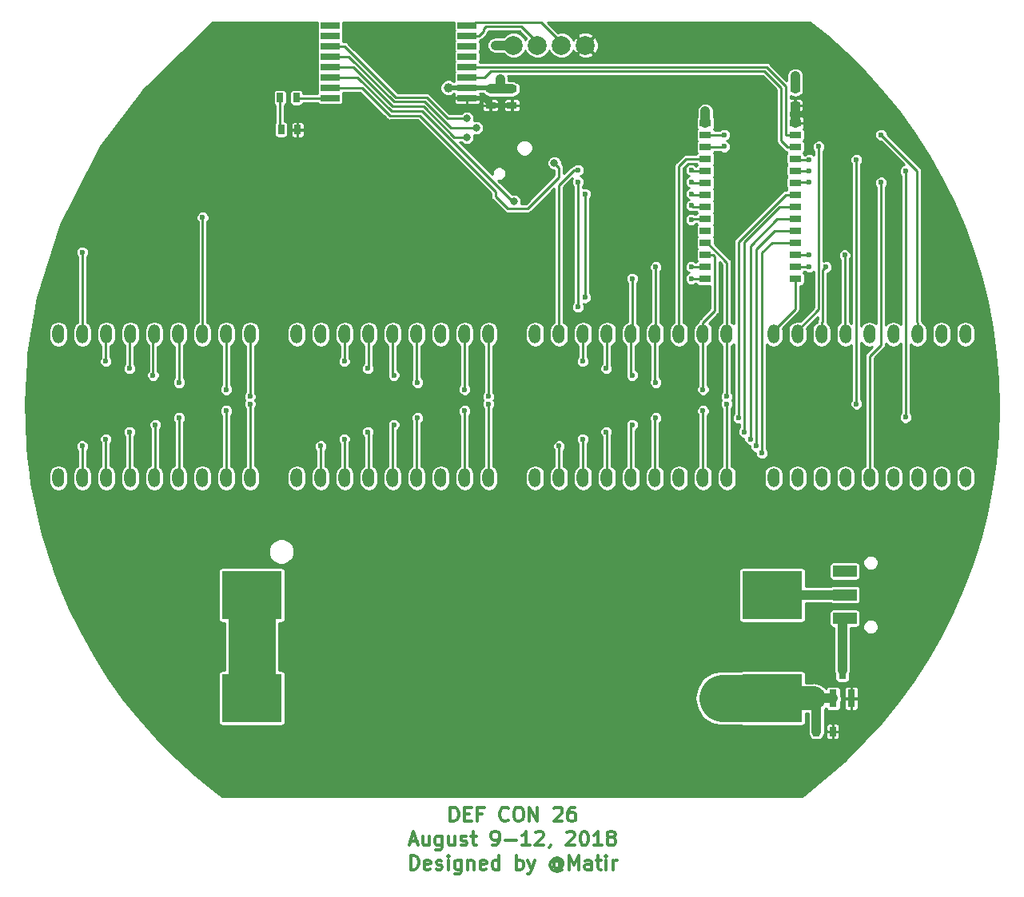
<source format=gtl>
G04 #@! TF.GenerationSoftware,KiCad,Pcbnew,5.0.0-rc2-dev-unknown+dfsg1+20180318-3*
G04 #@! TF.CreationDate,2018-05-22T19:10:04-07:00*
G04 #@! TF.ProjectId,DC26Badge,4443323642616467652E6B696361645F,rev?*
G04 #@! TF.SameCoordinates,Original*
G04 #@! TF.FileFunction,Copper,L1,Top,Signal*
G04 #@! TF.FilePolarity,Positive*
%FSLAX46Y46*%
G04 Gerber Fmt 4.6, Leading zero omitted, Abs format (unit mm)*
G04 Created by KiCad (PCBNEW 5.0.0-rc2-dev-unknown+dfsg1+20180318-3) date Tue May 22 19:10:04 2018*
%MOMM*%
%LPD*%
G01*
G04 APERTURE LIST*
%ADD10C,0.300000*%
%ADD11R,1.200000X0.760000*%
%ADD12C,2.000000*%
%ADD13R,6.350000X5.080000*%
%ADD14R,1.000000X0.670000*%
%ADD15R,0.670000X1.000000*%
%ADD16O,1.270000X2.000000*%
%ADD17R,0.800000X1.900000*%
%ADD18R,2.500000X1.200000*%
%ADD19R,2.000000X0.700000*%
%ADD20C,1.000000*%
%ADD21C,0.600000*%
%ADD22C,0.800000*%
%ADD23C,1.000000*%
%ADD24C,5.000000*%
%ADD25C,2.500000*%
%ADD26C,0.250000*%
%ADD27C,0.500000*%
%ADD28C,0.254000*%
G04 APERTURE END LIST*
D10*
X148992857Y-124528571D02*
X148992857Y-123028571D01*
X149350000Y-123028571D01*
X149564285Y-123100000D01*
X149707142Y-123242857D01*
X149778571Y-123385714D01*
X149850000Y-123671428D01*
X149850000Y-123885714D01*
X149778571Y-124171428D01*
X149707142Y-124314285D01*
X149564285Y-124457142D01*
X149350000Y-124528571D01*
X148992857Y-124528571D01*
X150492857Y-123742857D02*
X150992857Y-123742857D01*
X151207142Y-124528571D02*
X150492857Y-124528571D01*
X150492857Y-123028571D01*
X151207142Y-123028571D01*
X152350000Y-123742857D02*
X151850000Y-123742857D01*
X151850000Y-124528571D02*
X151850000Y-123028571D01*
X152564285Y-123028571D01*
X155135714Y-124385714D02*
X155064285Y-124457142D01*
X154850000Y-124528571D01*
X154707142Y-124528571D01*
X154492857Y-124457142D01*
X154350000Y-124314285D01*
X154278571Y-124171428D01*
X154207142Y-123885714D01*
X154207142Y-123671428D01*
X154278571Y-123385714D01*
X154350000Y-123242857D01*
X154492857Y-123100000D01*
X154707142Y-123028571D01*
X154850000Y-123028571D01*
X155064285Y-123100000D01*
X155135714Y-123171428D01*
X156064285Y-123028571D02*
X156350000Y-123028571D01*
X156492857Y-123100000D01*
X156635714Y-123242857D01*
X156707142Y-123528571D01*
X156707142Y-124028571D01*
X156635714Y-124314285D01*
X156492857Y-124457142D01*
X156350000Y-124528571D01*
X156064285Y-124528571D01*
X155921428Y-124457142D01*
X155778571Y-124314285D01*
X155707142Y-124028571D01*
X155707142Y-123528571D01*
X155778571Y-123242857D01*
X155921428Y-123100000D01*
X156064285Y-123028571D01*
X157350000Y-124528571D02*
X157350000Y-123028571D01*
X158207142Y-124528571D01*
X158207142Y-123028571D01*
X159992857Y-123171428D02*
X160064285Y-123100000D01*
X160207142Y-123028571D01*
X160564285Y-123028571D01*
X160707142Y-123100000D01*
X160778571Y-123171428D01*
X160850000Y-123314285D01*
X160850000Y-123457142D01*
X160778571Y-123671428D01*
X159921428Y-124528571D01*
X160850000Y-124528571D01*
X162135714Y-123028571D02*
X161850000Y-123028571D01*
X161707142Y-123100000D01*
X161635714Y-123171428D01*
X161492857Y-123385714D01*
X161421428Y-123671428D01*
X161421428Y-124242857D01*
X161492857Y-124385714D01*
X161564285Y-124457142D01*
X161707142Y-124528571D01*
X161992857Y-124528571D01*
X162135714Y-124457142D01*
X162207142Y-124385714D01*
X162278571Y-124242857D01*
X162278571Y-123885714D01*
X162207142Y-123742857D01*
X162135714Y-123671428D01*
X161992857Y-123600000D01*
X161707142Y-123600000D01*
X161564285Y-123671428D01*
X161492857Y-123742857D01*
X161421428Y-123885714D01*
X144742857Y-126650000D02*
X145457142Y-126650000D01*
X144600000Y-127078571D02*
X145100000Y-125578571D01*
X145600000Y-127078571D01*
X146742857Y-126078571D02*
X146742857Y-127078571D01*
X146100000Y-126078571D02*
X146100000Y-126864285D01*
X146171428Y-127007142D01*
X146314285Y-127078571D01*
X146528571Y-127078571D01*
X146671428Y-127007142D01*
X146742857Y-126935714D01*
X148100000Y-126078571D02*
X148100000Y-127292857D01*
X148028571Y-127435714D01*
X147957142Y-127507142D01*
X147814285Y-127578571D01*
X147600000Y-127578571D01*
X147457142Y-127507142D01*
X148100000Y-127007142D02*
X147957142Y-127078571D01*
X147671428Y-127078571D01*
X147528571Y-127007142D01*
X147457142Y-126935714D01*
X147385714Y-126792857D01*
X147385714Y-126364285D01*
X147457142Y-126221428D01*
X147528571Y-126150000D01*
X147671428Y-126078571D01*
X147957142Y-126078571D01*
X148100000Y-126150000D01*
X149457142Y-126078571D02*
X149457142Y-127078571D01*
X148814285Y-126078571D02*
X148814285Y-126864285D01*
X148885714Y-127007142D01*
X149028571Y-127078571D01*
X149242857Y-127078571D01*
X149385714Y-127007142D01*
X149457142Y-126935714D01*
X150100000Y-127007142D02*
X150242857Y-127078571D01*
X150528571Y-127078571D01*
X150671428Y-127007142D01*
X150742857Y-126864285D01*
X150742857Y-126792857D01*
X150671428Y-126650000D01*
X150528571Y-126578571D01*
X150314285Y-126578571D01*
X150171428Y-126507142D01*
X150100000Y-126364285D01*
X150100000Y-126292857D01*
X150171428Y-126150000D01*
X150314285Y-126078571D01*
X150528571Y-126078571D01*
X150671428Y-126150000D01*
X151171428Y-126078571D02*
X151742857Y-126078571D01*
X151385714Y-125578571D02*
X151385714Y-126864285D01*
X151457142Y-127007142D01*
X151600000Y-127078571D01*
X151742857Y-127078571D01*
X153457142Y-127078571D02*
X153742857Y-127078571D01*
X153885714Y-127007142D01*
X153957142Y-126935714D01*
X154100000Y-126721428D01*
X154171428Y-126435714D01*
X154171428Y-125864285D01*
X154100000Y-125721428D01*
X154028571Y-125650000D01*
X153885714Y-125578571D01*
X153600000Y-125578571D01*
X153457142Y-125650000D01*
X153385714Y-125721428D01*
X153314285Y-125864285D01*
X153314285Y-126221428D01*
X153385714Y-126364285D01*
X153457142Y-126435714D01*
X153600000Y-126507142D01*
X153885714Y-126507142D01*
X154028571Y-126435714D01*
X154100000Y-126364285D01*
X154171428Y-126221428D01*
X154814285Y-126507142D02*
X155957142Y-126507142D01*
X157457142Y-127078571D02*
X156600000Y-127078571D01*
X157028571Y-127078571D02*
X157028571Y-125578571D01*
X156885714Y-125792857D01*
X156742857Y-125935714D01*
X156600000Y-126007142D01*
X158028571Y-125721428D02*
X158100000Y-125650000D01*
X158242857Y-125578571D01*
X158600000Y-125578571D01*
X158742857Y-125650000D01*
X158814285Y-125721428D01*
X158885714Y-125864285D01*
X158885714Y-126007142D01*
X158814285Y-126221428D01*
X157957142Y-127078571D01*
X158885714Y-127078571D01*
X159600000Y-127007142D02*
X159600000Y-127078571D01*
X159528571Y-127221428D01*
X159457142Y-127292857D01*
X161314285Y-125721428D02*
X161385714Y-125650000D01*
X161528571Y-125578571D01*
X161885714Y-125578571D01*
X162028571Y-125650000D01*
X162100000Y-125721428D01*
X162171428Y-125864285D01*
X162171428Y-126007142D01*
X162100000Y-126221428D01*
X161242857Y-127078571D01*
X162171428Y-127078571D01*
X163100000Y-125578571D02*
X163242857Y-125578571D01*
X163385714Y-125650000D01*
X163457142Y-125721428D01*
X163528571Y-125864285D01*
X163600000Y-126150000D01*
X163600000Y-126507142D01*
X163528571Y-126792857D01*
X163457142Y-126935714D01*
X163385714Y-127007142D01*
X163242857Y-127078571D01*
X163100000Y-127078571D01*
X162957142Y-127007142D01*
X162885714Y-126935714D01*
X162814285Y-126792857D01*
X162742857Y-126507142D01*
X162742857Y-126150000D01*
X162814285Y-125864285D01*
X162885714Y-125721428D01*
X162957142Y-125650000D01*
X163100000Y-125578571D01*
X165028571Y-127078571D02*
X164171428Y-127078571D01*
X164600000Y-127078571D02*
X164600000Y-125578571D01*
X164457142Y-125792857D01*
X164314285Y-125935714D01*
X164171428Y-126007142D01*
X165885714Y-126221428D02*
X165742857Y-126150000D01*
X165671428Y-126078571D01*
X165600000Y-125935714D01*
X165600000Y-125864285D01*
X165671428Y-125721428D01*
X165742857Y-125650000D01*
X165885714Y-125578571D01*
X166171428Y-125578571D01*
X166314285Y-125650000D01*
X166385714Y-125721428D01*
X166457142Y-125864285D01*
X166457142Y-125935714D01*
X166385714Y-126078571D01*
X166314285Y-126150000D01*
X166171428Y-126221428D01*
X165885714Y-126221428D01*
X165742857Y-126292857D01*
X165671428Y-126364285D01*
X165600000Y-126507142D01*
X165600000Y-126792857D01*
X165671428Y-126935714D01*
X165742857Y-127007142D01*
X165885714Y-127078571D01*
X166171428Y-127078571D01*
X166314285Y-127007142D01*
X166385714Y-126935714D01*
X166457142Y-126792857D01*
X166457142Y-126507142D01*
X166385714Y-126364285D01*
X166314285Y-126292857D01*
X166171428Y-126221428D01*
X144778571Y-129628571D02*
X144778571Y-128128571D01*
X145135714Y-128128571D01*
X145350000Y-128200000D01*
X145492857Y-128342857D01*
X145564285Y-128485714D01*
X145635714Y-128771428D01*
X145635714Y-128985714D01*
X145564285Y-129271428D01*
X145492857Y-129414285D01*
X145350000Y-129557142D01*
X145135714Y-129628571D01*
X144778571Y-129628571D01*
X146850000Y-129557142D02*
X146707142Y-129628571D01*
X146421428Y-129628571D01*
X146278571Y-129557142D01*
X146207142Y-129414285D01*
X146207142Y-128842857D01*
X146278571Y-128700000D01*
X146421428Y-128628571D01*
X146707142Y-128628571D01*
X146850000Y-128700000D01*
X146921428Y-128842857D01*
X146921428Y-128985714D01*
X146207142Y-129128571D01*
X147492857Y-129557142D02*
X147635714Y-129628571D01*
X147921428Y-129628571D01*
X148064285Y-129557142D01*
X148135714Y-129414285D01*
X148135714Y-129342857D01*
X148064285Y-129200000D01*
X147921428Y-129128571D01*
X147707142Y-129128571D01*
X147564285Y-129057142D01*
X147492857Y-128914285D01*
X147492857Y-128842857D01*
X147564285Y-128700000D01*
X147707142Y-128628571D01*
X147921428Y-128628571D01*
X148064285Y-128700000D01*
X148778571Y-129628571D02*
X148778571Y-128628571D01*
X148778571Y-128128571D02*
X148707142Y-128200000D01*
X148778571Y-128271428D01*
X148850000Y-128200000D01*
X148778571Y-128128571D01*
X148778571Y-128271428D01*
X150135714Y-128628571D02*
X150135714Y-129842857D01*
X150064285Y-129985714D01*
X149992857Y-130057142D01*
X149850000Y-130128571D01*
X149635714Y-130128571D01*
X149492857Y-130057142D01*
X150135714Y-129557142D02*
X149992857Y-129628571D01*
X149707142Y-129628571D01*
X149564285Y-129557142D01*
X149492857Y-129485714D01*
X149421428Y-129342857D01*
X149421428Y-128914285D01*
X149492857Y-128771428D01*
X149564285Y-128700000D01*
X149707142Y-128628571D01*
X149992857Y-128628571D01*
X150135714Y-128700000D01*
X150850000Y-128628571D02*
X150850000Y-129628571D01*
X150850000Y-128771428D02*
X150921428Y-128700000D01*
X151064285Y-128628571D01*
X151278571Y-128628571D01*
X151421428Y-128700000D01*
X151492857Y-128842857D01*
X151492857Y-129628571D01*
X152778571Y-129557142D02*
X152635714Y-129628571D01*
X152350000Y-129628571D01*
X152207142Y-129557142D01*
X152135714Y-129414285D01*
X152135714Y-128842857D01*
X152207142Y-128700000D01*
X152350000Y-128628571D01*
X152635714Y-128628571D01*
X152778571Y-128700000D01*
X152850000Y-128842857D01*
X152850000Y-128985714D01*
X152135714Y-129128571D01*
X154135714Y-129628571D02*
X154135714Y-128128571D01*
X154135714Y-129557142D02*
X153992857Y-129628571D01*
X153707142Y-129628571D01*
X153564285Y-129557142D01*
X153492857Y-129485714D01*
X153421428Y-129342857D01*
X153421428Y-128914285D01*
X153492857Y-128771428D01*
X153564285Y-128700000D01*
X153707142Y-128628571D01*
X153992857Y-128628571D01*
X154135714Y-128700000D01*
X155992857Y-129628571D02*
X155992857Y-128128571D01*
X155992857Y-128700000D02*
X156135714Y-128628571D01*
X156421428Y-128628571D01*
X156564285Y-128700000D01*
X156635714Y-128771428D01*
X156707142Y-128914285D01*
X156707142Y-129342857D01*
X156635714Y-129485714D01*
X156564285Y-129557142D01*
X156421428Y-129628571D01*
X156135714Y-129628571D01*
X155992857Y-129557142D01*
X157207142Y-128628571D02*
X157564285Y-129628571D01*
X157921428Y-128628571D02*
X157564285Y-129628571D01*
X157421428Y-129985714D01*
X157350000Y-130057142D01*
X157207142Y-130128571D01*
X160564285Y-128914285D02*
X160492857Y-128842857D01*
X160350000Y-128771428D01*
X160207142Y-128771428D01*
X160064285Y-128842857D01*
X159992857Y-128914285D01*
X159921428Y-129057142D01*
X159921428Y-129200000D01*
X159992857Y-129342857D01*
X160064285Y-129414285D01*
X160207142Y-129485714D01*
X160350000Y-129485714D01*
X160492857Y-129414285D01*
X160564285Y-129342857D01*
X160564285Y-128771428D02*
X160564285Y-129342857D01*
X160635714Y-129414285D01*
X160707142Y-129414285D01*
X160850000Y-129342857D01*
X160921428Y-129200000D01*
X160921428Y-128842857D01*
X160778571Y-128628571D01*
X160564285Y-128485714D01*
X160278571Y-128414285D01*
X159992857Y-128485714D01*
X159778571Y-128628571D01*
X159635714Y-128842857D01*
X159564285Y-129128571D01*
X159635714Y-129414285D01*
X159778571Y-129628571D01*
X159992857Y-129771428D01*
X160278571Y-129842857D01*
X160564285Y-129771428D01*
X160778571Y-129628571D01*
X161564285Y-129628571D02*
X161564285Y-128128571D01*
X162064285Y-129200000D01*
X162564285Y-128128571D01*
X162564285Y-129628571D01*
X163921428Y-129628571D02*
X163921428Y-128842857D01*
X163850000Y-128700000D01*
X163707142Y-128628571D01*
X163421428Y-128628571D01*
X163278571Y-128700000D01*
X163921428Y-129557142D02*
X163778571Y-129628571D01*
X163421428Y-129628571D01*
X163278571Y-129557142D01*
X163207142Y-129414285D01*
X163207142Y-129271428D01*
X163278571Y-129128571D01*
X163421428Y-129057142D01*
X163778571Y-129057142D01*
X163921428Y-128985714D01*
X164421428Y-128628571D02*
X164992857Y-128628571D01*
X164635714Y-128128571D02*
X164635714Y-129414285D01*
X164707142Y-129557142D01*
X164850000Y-129628571D01*
X164992857Y-129628571D01*
X165492857Y-129628571D02*
X165492857Y-128628571D01*
X165492857Y-128128571D02*
X165421428Y-128200000D01*
X165492857Y-128271428D01*
X165564285Y-128200000D01*
X165492857Y-128128571D01*
X165492857Y-128271428D01*
X166207142Y-129628571D02*
X166207142Y-128628571D01*
X166207142Y-128914285D02*
X166278571Y-128771428D01*
X166350000Y-128700000D01*
X166492857Y-128628571D01*
X166635714Y-128628571D01*
D11*
X185520000Y-50495000D03*
X175980000Y-50495000D03*
X185520000Y-51765000D03*
X175980000Y-51765000D03*
X185520000Y-53035000D03*
X175980000Y-53035000D03*
X185520000Y-54305000D03*
X175980000Y-54305000D03*
X185520000Y-55575000D03*
X175980000Y-55575000D03*
X185520000Y-56845000D03*
X175980000Y-56845000D03*
X185520000Y-58115000D03*
X175980000Y-58115000D03*
X185520000Y-59385000D03*
X175980000Y-59385000D03*
X185520000Y-60655000D03*
X175980000Y-60655000D03*
X185520000Y-61925000D03*
X175980000Y-61925000D03*
X185520000Y-63195000D03*
X175980000Y-63195000D03*
X185520000Y-64465000D03*
X175980000Y-64465000D03*
X185520000Y-65735000D03*
X175980000Y-65735000D03*
X185520000Y-67005000D03*
X175980000Y-67005000D03*
D12*
X163290000Y-42250000D03*
X160750000Y-42250000D03*
X158210000Y-42250000D03*
X155670000Y-42250000D03*
D13*
X183059000Y-100539000D03*
X127941000Y-100539000D03*
X127941000Y-111461000D03*
X183059000Y-111461000D03*
D14*
X185500000Y-48625000D03*
X185500000Y-46875000D03*
X155500000Y-48625000D03*
X155500000Y-46875000D03*
X153250000Y-46875000D03*
X153250000Y-48625000D03*
D15*
X189500000Y-115000000D03*
X187750000Y-115000000D03*
X131050000Y-51200000D03*
X132800000Y-51200000D03*
D16*
X183215000Y-88120000D03*
X183215000Y-72880000D03*
X185755000Y-88120000D03*
X185755000Y-72880000D03*
X188295000Y-88120000D03*
X188295000Y-72880000D03*
X190835000Y-88120000D03*
X190835000Y-72880000D03*
X193375000Y-88120000D03*
X193375000Y-72880000D03*
X195915000Y-88120000D03*
X195915000Y-72880000D03*
X198455000Y-88120000D03*
X198455000Y-72880000D03*
X200995000Y-88120000D03*
X200995000Y-72880000D03*
X203535000Y-88120000D03*
X203535000Y-72880000D03*
X178285000Y-72880000D03*
X178285000Y-88120000D03*
X175745000Y-72880000D03*
X175745000Y-88120000D03*
X173205000Y-72880000D03*
X173205000Y-88120000D03*
X170665000Y-72880000D03*
X170665000Y-88120000D03*
X168125000Y-72880000D03*
X168125000Y-88120000D03*
X165585000Y-72880000D03*
X165585000Y-88120000D03*
X163045000Y-72880000D03*
X163045000Y-88120000D03*
X160505000Y-72880000D03*
X160505000Y-88120000D03*
X157965000Y-72880000D03*
X157965000Y-88120000D03*
X153035000Y-72880000D03*
X153035000Y-88120000D03*
X150495000Y-72880000D03*
X150495000Y-88120000D03*
X147955000Y-72880000D03*
X147955000Y-88120000D03*
X145415000Y-72880000D03*
X145415000Y-88120000D03*
X142875000Y-72880000D03*
X142875000Y-88120000D03*
X140335000Y-72880000D03*
X140335000Y-88120000D03*
X137795000Y-72880000D03*
X137795000Y-88120000D03*
X135255000Y-72880000D03*
X135255000Y-88120000D03*
X132715000Y-72880000D03*
X132715000Y-88120000D03*
X107465000Y-88120000D03*
X107465000Y-72880000D03*
X110005000Y-88120000D03*
X110005000Y-72880000D03*
X112545000Y-88120000D03*
X112545000Y-72880000D03*
X115085000Y-88120000D03*
X115085000Y-72880000D03*
X117625000Y-88120000D03*
X117625000Y-72880000D03*
X120165000Y-88120000D03*
X120165000Y-72880000D03*
X122705000Y-88120000D03*
X122705000Y-72880000D03*
X125245000Y-88120000D03*
X125245000Y-72880000D03*
X127785000Y-88120000D03*
X127785000Y-72880000D03*
D17*
X189550000Y-111500000D03*
X191450000Y-111500000D03*
X190500000Y-108500000D03*
D15*
X130925000Y-47800000D03*
X132675000Y-47800000D03*
D18*
X190750000Y-100500000D03*
X190750000Y-103000000D03*
X190750000Y-98000000D03*
D19*
X150750000Y-40150000D03*
X136250000Y-40150000D03*
X150750000Y-41250000D03*
X136250000Y-41250000D03*
X150750000Y-42350000D03*
X136250000Y-42350000D03*
X150750000Y-43450000D03*
X136250000Y-43450000D03*
X150750000Y-44550000D03*
X136250000Y-44550000D03*
X150750000Y-45650000D03*
X136250000Y-45650000D03*
X150750000Y-46750000D03*
X136250000Y-46750000D03*
X150750000Y-47850000D03*
X136250000Y-47850000D03*
D20*
X176000000Y-49250000D03*
X185500000Y-45500000D03*
X176000000Y-111500000D03*
X177750000Y-113250000D03*
X177750000Y-110000000D03*
X177750000Y-111500000D03*
X187500000Y-111500000D03*
D21*
X182000000Y-85500000D03*
X181375000Y-84750000D03*
X160500000Y-84750000D03*
X135250000Y-84750000D03*
X110000000Y-84750000D03*
X110000000Y-64200000D03*
X174500000Y-60750000D03*
X180750000Y-84000000D03*
X163000000Y-84000000D03*
X137750000Y-84000000D03*
X112500000Y-84000000D03*
X188750000Y-65750000D03*
X187000000Y-65750000D03*
X163000000Y-75750000D03*
X137750000Y-75750000D03*
X112500000Y-75750000D03*
X180125000Y-83250000D03*
X165500000Y-83250000D03*
X140250000Y-83250000D03*
X115000000Y-83250000D03*
X190750000Y-64500000D03*
X187000000Y-64500000D03*
X165500000Y-76500000D03*
X140250000Y-76500000D03*
X115000000Y-76500000D03*
X187000000Y-56800000D03*
X194600000Y-56800000D03*
X168250000Y-82500000D03*
X143000000Y-82500000D03*
X117750000Y-82500000D03*
X168250000Y-67000000D03*
X174500000Y-67000000D03*
X168250000Y-77250000D03*
X143000000Y-77250000D03*
X117500000Y-77250000D03*
X179500000Y-81750000D03*
X170750000Y-81750000D03*
X145500000Y-81750000D03*
X120250000Y-81750000D03*
X170750000Y-65750000D03*
X174500000Y-65750000D03*
X170750000Y-78000000D03*
X145500000Y-78000000D03*
X120250000Y-78000000D03*
X122750000Y-60500000D03*
X174500000Y-59250000D03*
X197200000Y-81700000D03*
X197200000Y-55600000D03*
X187000000Y-55600000D03*
X175750000Y-81000000D03*
X150500000Y-81000000D03*
X125250000Y-81000000D03*
X175750000Y-78750000D03*
X150500000Y-78750000D03*
X125250000Y-78750000D03*
X187000000Y-54400000D03*
X192000000Y-54400000D03*
X192000000Y-80263167D03*
X178250000Y-80300003D03*
X153000000Y-80300003D03*
X127750000Y-80300003D03*
X178250000Y-79500000D03*
X153000000Y-79500000D03*
X127750000Y-79500000D03*
X194600000Y-51750000D03*
X178000000Y-51750000D03*
X188000000Y-53000000D03*
X178000000Y-53000000D03*
X162500000Y-55500000D03*
X174500000Y-55500000D03*
X162500000Y-70000000D03*
X162500000Y-56750000D03*
X174500000Y-56750000D03*
X163250000Y-69000000D03*
X163250000Y-58000000D03*
X174500000Y-58000000D03*
D22*
X155750000Y-58800000D03*
X151750000Y-51000000D03*
X160000000Y-54750000D03*
X150750000Y-52000000D03*
D20*
X148750000Y-46750000D03*
X154250000Y-45825000D03*
X153750000Y-42250000D03*
D22*
X150750000Y-50000000D03*
D23*
X175980000Y-49270000D02*
X176000000Y-49250000D01*
X175980000Y-50495000D02*
X175980000Y-49270000D01*
X185500000Y-46875000D02*
X185500000Y-45500000D01*
X187750000Y-115000000D02*
X187750000Y-111750000D01*
X187750000Y-111750000D02*
X187500000Y-111500000D01*
X177750000Y-111500000D02*
X177789000Y-111461000D01*
D24*
X183059000Y-111461000D02*
X177789000Y-111461000D01*
D23*
X189550000Y-111500000D02*
X187500000Y-111500000D01*
D25*
X187461000Y-111461000D02*
X187500000Y-111500000D01*
X183059000Y-111461000D02*
X187461000Y-111461000D01*
D23*
X185520000Y-50495000D02*
X185520000Y-48645000D01*
X185520000Y-48645000D02*
X185500000Y-48625000D01*
D26*
X182000000Y-64250000D02*
X182000000Y-85500000D01*
X183055000Y-63195000D02*
X182000000Y-64250000D01*
X185520000Y-63195000D02*
X183055000Y-63195000D01*
X183215000Y-72515000D02*
X185520000Y-70210000D01*
X183215000Y-72880000D02*
X183215000Y-72515000D01*
X185520000Y-70210000D02*
X185520000Y-67005000D01*
X181375000Y-63875000D02*
X181375000Y-84750000D01*
X183325000Y-61925000D02*
X181375000Y-63875000D01*
X185520000Y-61925000D02*
X183325000Y-61925000D01*
X160505000Y-88120000D02*
X160505000Y-84755000D01*
X160505000Y-84755000D02*
X160500000Y-84750000D01*
X135255000Y-84755000D02*
X135250000Y-84750000D01*
X135255000Y-88120000D02*
X135255000Y-84755000D01*
X110000000Y-84750000D02*
X110000000Y-88115000D01*
X110000000Y-88115000D02*
X110005000Y-88120000D01*
X110000000Y-64200000D02*
X110000000Y-72875000D01*
X110000000Y-72875000D02*
X110005000Y-72880000D01*
X174595000Y-60655000D02*
X174500000Y-60750000D01*
X175980000Y-60655000D02*
X174595000Y-60655000D01*
X184000000Y-60655000D02*
X183958590Y-60655000D01*
X183595000Y-60655000D02*
X184000000Y-60655000D01*
X185520000Y-60655000D02*
X184000000Y-60655000D01*
X180750000Y-84000000D02*
X180750000Y-63500000D01*
X180750000Y-63500000D02*
X183595000Y-60655000D01*
X163045000Y-88120000D02*
X163045000Y-84045000D01*
X163045000Y-84045000D02*
X163000000Y-84000000D01*
X137795000Y-88120000D02*
X137795000Y-84045000D01*
X137795000Y-84045000D02*
X137750000Y-84000000D01*
X112500000Y-84000000D02*
X112500000Y-88075000D01*
X112500000Y-88075000D02*
X112545000Y-88120000D01*
X188750000Y-65750000D02*
X188450001Y-66049999D01*
X188450001Y-66049999D02*
X188450001Y-71474999D01*
X188295000Y-71630000D02*
X188295000Y-72880000D01*
X188450001Y-71474999D02*
X188295000Y-71630000D01*
X186985000Y-65735000D02*
X187000000Y-65750000D01*
X185520000Y-65735000D02*
X186985000Y-65735000D01*
X163045000Y-72880000D02*
X163045000Y-75705000D01*
X163045000Y-75705000D02*
X163000000Y-75750000D01*
X137795000Y-72880000D02*
X137795000Y-75705000D01*
X137795000Y-75705000D02*
X137750000Y-75750000D01*
X112500000Y-75750000D02*
X112500000Y-72925000D01*
X112500000Y-72925000D02*
X112545000Y-72880000D01*
X183865000Y-59385000D02*
X180125000Y-63125000D01*
X180125000Y-63125000D02*
X180125000Y-83250000D01*
X185520000Y-59385000D02*
X183865000Y-59385000D01*
X165585000Y-88120000D02*
X165585000Y-83335000D01*
X165585000Y-83335000D02*
X165500000Y-83250000D01*
X140335000Y-88120000D02*
X140335000Y-83335000D01*
X140335000Y-83335000D02*
X140250000Y-83250000D01*
X115000000Y-83250000D02*
X115000000Y-88035000D01*
X115000000Y-88035000D02*
X115085000Y-88120000D01*
X190750000Y-64500000D02*
X190750000Y-72795000D01*
X190750000Y-72795000D02*
X190835000Y-72880000D01*
X186965000Y-64465000D02*
X187000000Y-64500000D01*
X185520000Y-64465000D02*
X186965000Y-64465000D01*
X165585000Y-72880000D02*
X165585000Y-76415000D01*
X165585000Y-76415000D02*
X165500000Y-76500000D01*
X140335000Y-72880000D02*
X140335000Y-76415000D01*
X140335000Y-76415000D02*
X140250000Y-76500000D01*
X115000000Y-76500000D02*
X115000000Y-72965000D01*
X115000000Y-72965000D02*
X115085000Y-72880000D01*
X187000000Y-56800000D02*
X185565000Y-56800000D01*
X185565000Y-56800000D02*
X185520000Y-56845000D01*
X194600000Y-74000000D02*
X194600000Y-56800000D01*
X193375000Y-75225000D02*
X194600000Y-74000000D01*
X193375000Y-88120000D02*
X193375000Y-75225000D01*
X168125000Y-88120000D02*
X168125000Y-82625000D01*
X168125000Y-82625000D02*
X168250000Y-82500000D01*
X142875000Y-88120000D02*
X142875000Y-82625000D01*
X142875000Y-82625000D02*
X143000000Y-82500000D01*
X117750000Y-82500000D02*
X117750000Y-87995000D01*
X117750000Y-87995000D02*
X117625000Y-88120000D01*
X168250000Y-67000000D02*
X168250000Y-72755000D01*
X168250000Y-72755000D02*
X168125000Y-72880000D01*
X174505000Y-67005000D02*
X174500000Y-67000000D01*
X175980000Y-67005000D02*
X174505000Y-67005000D01*
X168125000Y-72880000D02*
X168125000Y-77125000D01*
X168125000Y-77125000D02*
X168250000Y-77250000D01*
X142875000Y-77125000D02*
X143000000Y-77250000D01*
X142875000Y-72880000D02*
X142875000Y-77125000D01*
X117500000Y-77250000D02*
X117500000Y-73005000D01*
X117500000Y-73005000D02*
X117625000Y-72880000D01*
X185520000Y-58115000D02*
X184498590Y-58115000D01*
X184498590Y-58115000D02*
X179500000Y-63113590D01*
X179500000Y-63113590D02*
X179500000Y-81750000D01*
X170665000Y-88120000D02*
X170665000Y-81835000D01*
X170665000Y-81835000D02*
X170750000Y-81750000D01*
X145415000Y-88120000D02*
X145415000Y-81835000D01*
X145415000Y-81835000D02*
X145500000Y-81750000D01*
X120250000Y-81750000D02*
X120250000Y-88035000D01*
X120250000Y-88035000D02*
X120165000Y-88120000D01*
X170750000Y-65750000D02*
X170750000Y-72795000D01*
X170750000Y-72795000D02*
X170665000Y-72880000D01*
X174515000Y-65735000D02*
X174500000Y-65750000D01*
X175980000Y-65735000D02*
X174515000Y-65735000D01*
X170665000Y-77915000D02*
X170750000Y-78000000D01*
X170665000Y-72880000D02*
X170665000Y-77915000D01*
X145415000Y-77915000D02*
X145500000Y-78000000D01*
X145415000Y-72880000D02*
X145415000Y-77915000D01*
X120250000Y-78000000D02*
X120250000Y-72965000D01*
X120250000Y-72965000D02*
X120165000Y-72880000D01*
X122750000Y-60500000D02*
X122750000Y-72835000D01*
X122750000Y-72835000D02*
X122705000Y-72880000D01*
X174635000Y-59385000D02*
X174500000Y-59250000D01*
X175980000Y-59385000D02*
X174635000Y-59385000D01*
X197200000Y-56024264D02*
X197200000Y-81700000D01*
X197200000Y-55600000D02*
X197200000Y-56024264D01*
X186975000Y-55575000D02*
X187000000Y-55600000D01*
X185520000Y-55575000D02*
X186975000Y-55575000D01*
X175745000Y-88120000D02*
X175745000Y-81005000D01*
X175745000Y-81005000D02*
X175750000Y-81000000D01*
X150495000Y-88120000D02*
X150495000Y-81005000D01*
X150495000Y-81005000D02*
X150500000Y-81000000D01*
X125250000Y-81000000D02*
X125250000Y-88115000D01*
X125250000Y-88115000D02*
X125245000Y-88120000D01*
X177000000Y-64635000D02*
X177000000Y-70375000D01*
X177000000Y-70375000D02*
X175745000Y-71630000D01*
X175745000Y-71630000D02*
X175745000Y-72880000D01*
X175980000Y-64465000D02*
X176830000Y-64465000D01*
X176830000Y-64465000D02*
X177000000Y-64635000D01*
X175745000Y-72880000D02*
X175745000Y-78745000D01*
X175745000Y-78745000D02*
X175750000Y-78750000D01*
X150495000Y-72880000D02*
X150495000Y-78745000D01*
X150495000Y-78745000D02*
X150500000Y-78750000D01*
X125250000Y-78750000D02*
X125250000Y-72885000D01*
X125250000Y-72885000D02*
X125245000Y-72880000D01*
X187000000Y-54400000D02*
X185615000Y-54400000D01*
X185615000Y-54400000D02*
X185520000Y-54305000D01*
X192000000Y-80263167D02*
X192000000Y-54400000D01*
X178285000Y-88120000D02*
X178285000Y-80335003D01*
X178285000Y-80335003D02*
X178250000Y-80300003D01*
X153035000Y-88120000D02*
X153035000Y-80335003D01*
X153035000Y-80335003D02*
X153000000Y-80300003D01*
X127750000Y-80300003D02*
X127750000Y-88085000D01*
X127750000Y-88085000D02*
X127785000Y-88120000D01*
X175980000Y-63195000D02*
X176200000Y-63195000D01*
X176200000Y-63195000D02*
X178285000Y-65280000D01*
X178285000Y-65280000D02*
X178285000Y-71630000D01*
X178285000Y-71630000D02*
X178285000Y-72880000D01*
X178285000Y-72880000D02*
X178285000Y-79465000D01*
X178285000Y-79465000D02*
X178250000Y-79500000D01*
X153035000Y-72880000D02*
X153035000Y-79465000D01*
X153035000Y-79465000D02*
X153000000Y-79500000D01*
X127750000Y-79500000D02*
X127750000Y-72915000D01*
X127750000Y-72915000D02*
X127785000Y-72880000D01*
X198400000Y-71575000D02*
X198400000Y-55550000D01*
X198400000Y-55550000D02*
X194600000Y-51750000D01*
X198455000Y-72880000D02*
X198455000Y-71630000D01*
X198455000Y-71630000D02*
X198400000Y-71575000D01*
X198500000Y-72835000D02*
X198455000Y-72880000D01*
X177985000Y-51765000D02*
X178000000Y-51750000D01*
X175980000Y-51765000D02*
X177985000Y-51765000D01*
X188000000Y-53000000D02*
X188000000Y-70270000D01*
X188000000Y-70270000D02*
X185755000Y-72515000D01*
X185755000Y-72515000D02*
X185755000Y-72880000D01*
X177965000Y-53035000D02*
X178000000Y-53000000D01*
X175980000Y-53035000D02*
X177965000Y-53035000D01*
X162500000Y-55500000D02*
X162075736Y-55500000D01*
X162075736Y-55500000D02*
X160505000Y-57070736D01*
X160505000Y-71630000D02*
X160505000Y-72880000D01*
X160505000Y-57070736D02*
X160505000Y-71630000D01*
X174575000Y-55575000D02*
X174500000Y-55500000D01*
X175980000Y-55575000D02*
X174575000Y-55575000D01*
X173205000Y-55045000D02*
X173945000Y-54305000D01*
X173945000Y-54305000D02*
X175980000Y-54305000D01*
X173205000Y-72880000D02*
X173205000Y-55045000D01*
X162500000Y-56750000D02*
X162500000Y-70000000D01*
X174595000Y-56845000D02*
X174500000Y-56750000D01*
X175980000Y-56845000D02*
X174595000Y-56845000D01*
X163250000Y-58000000D02*
X163250000Y-69000000D01*
X174615000Y-58115000D02*
X174500000Y-58000000D01*
X175980000Y-58115000D02*
X174615000Y-58115000D01*
X130925000Y-47800000D02*
X130925000Y-51075000D01*
X130925000Y-51075000D02*
X131050000Y-51200000D01*
X136250000Y-47850000D02*
X132725000Y-47850000D01*
X132725000Y-47850000D02*
X132675000Y-47800000D01*
X143022820Y-48250000D02*
X138222820Y-43450000D01*
X138222820Y-43450000D02*
X136250000Y-43450000D01*
X146272820Y-48250000D02*
X143022820Y-48250000D01*
X149022820Y-51000000D02*
X146272820Y-48250000D01*
X151750000Y-51000000D02*
X149022820Y-51000000D01*
D27*
X150750000Y-46750000D02*
X148750000Y-46750000D01*
D23*
X153250000Y-46875000D02*
X154250000Y-46875000D01*
X154250000Y-46875000D02*
X155500000Y-46875000D01*
X154250000Y-46875000D02*
X154250000Y-45825000D01*
X155670000Y-42250000D02*
X153750000Y-42250000D01*
D27*
X150750000Y-46750000D02*
X153125000Y-46750000D01*
X153125000Y-46750000D02*
X153250000Y-46875000D01*
X153250000Y-48625000D02*
X155500000Y-48625000D01*
X150750000Y-47850000D02*
X152475000Y-47850000D01*
X152475000Y-47850000D02*
X153250000Y-48625000D01*
D26*
X182450000Y-44550000D02*
X184500000Y-46600000D01*
X184500000Y-46600000D02*
X184500000Y-51750000D01*
X150750000Y-44550000D02*
X182450000Y-44550000D01*
X184500000Y-51750000D02*
X184515000Y-51765000D01*
X184515000Y-51765000D02*
X185520000Y-51765000D01*
X153250000Y-45000000D02*
X152600000Y-45650000D01*
X152600000Y-45650000D02*
X150750000Y-45650000D01*
X182263590Y-45000000D02*
X153250000Y-45000000D01*
X184000000Y-46736410D02*
X182263590Y-45000000D01*
X184670000Y-53035000D02*
X184000000Y-52365000D01*
X185520000Y-53035000D02*
X184670000Y-53035000D01*
X184000000Y-52365000D02*
X184000000Y-46736410D01*
X139150000Y-45650000D02*
X142750000Y-49250000D01*
X136250000Y-45650000D02*
X139150000Y-45650000D01*
X142750000Y-49250000D02*
X146000000Y-49250000D01*
X146000000Y-49250000D02*
X155750000Y-59000000D01*
X142886410Y-48750000D02*
X138686410Y-44550000D01*
X138686410Y-44550000D02*
X136250000Y-44550000D01*
X146136410Y-48750000D02*
X142886410Y-48750000D01*
X150750000Y-52000000D02*
X149386410Y-52000000D01*
X149386410Y-52000000D02*
X146136410Y-48750000D01*
X142563599Y-49700009D02*
X139613590Y-46750000D01*
X139613590Y-46750000D02*
X136250000Y-46750000D01*
X153750000Y-57750000D02*
X145700010Y-49700010D01*
X145700010Y-49700010D02*
X142563599Y-49700009D01*
X155075001Y-59575001D02*
X153750000Y-58250000D01*
X153750000Y-58250000D02*
X153750000Y-57750000D01*
X160500000Y-56250000D02*
X157174999Y-59575001D01*
X157174999Y-59575001D02*
X155075001Y-59575001D01*
X160500000Y-55250000D02*
X160500000Y-56250000D01*
X160000000Y-54750000D02*
X160500000Y-55250000D01*
X143209220Y-47799990D02*
X137759230Y-42350000D01*
X137759230Y-42350000D02*
X136250000Y-42350000D01*
X148659230Y-50000000D02*
X146459220Y-47799990D01*
X146459220Y-47799990D02*
X143209220Y-47799990D01*
X150750000Y-50000000D02*
X148659230Y-50000000D01*
X151674990Y-39825010D02*
X158615010Y-39825010D01*
X158615010Y-39825010D02*
X160790000Y-42000000D01*
X150750000Y-40150000D02*
X151350000Y-40150000D01*
X151350000Y-40150000D02*
X151674990Y-39825010D01*
X152724980Y-40275020D02*
X156525020Y-40275020D01*
X156525020Y-40275020D02*
X158250000Y-42000000D01*
X152500000Y-40750000D02*
X152500000Y-40500000D01*
X152500000Y-40500000D02*
X152724980Y-40275020D01*
X150750000Y-41250000D02*
X152000000Y-41250000D01*
X152000000Y-41250000D02*
X152500000Y-40750000D01*
D23*
X190750000Y-100500000D02*
X183098000Y-100500000D01*
X183098000Y-100500000D02*
X183059000Y-100539000D01*
D24*
X127941000Y-100539000D02*
X127941000Y-111461000D01*
D23*
X190500000Y-108500000D02*
X190500000Y-103250000D01*
X190500000Y-103250000D02*
X190750000Y-103000000D01*
D28*
G36*
X134861536Y-39800000D02*
X134861536Y-40500000D01*
X134891106Y-40648659D01*
X134925411Y-40700000D01*
X134891106Y-40751341D01*
X134861536Y-40900000D01*
X134861536Y-41600000D01*
X134891106Y-41748659D01*
X134925411Y-41800000D01*
X134891106Y-41851341D01*
X134861536Y-42000000D01*
X134861536Y-42700000D01*
X134891106Y-42848659D01*
X134925411Y-42900000D01*
X134891106Y-42951341D01*
X134861536Y-43100000D01*
X134861536Y-43800000D01*
X134891106Y-43948659D01*
X134925411Y-44000000D01*
X134891106Y-44051341D01*
X134861536Y-44200000D01*
X134861536Y-44900000D01*
X134891106Y-45048659D01*
X134925411Y-45100000D01*
X134891106Y-45151341D01*
X134861536Y-45300000D01*
X134861536Y-46000000D01*
X134891106Y-46148659D01*
X134925411Y-46200000D01*
X134891106Y-46251341D01*
X134861536Y-46400000D01*
X134861536Y-47100000D01*
X134891106Y-47248659D01*
X134925411Y-47300000D01*
X134896011Y-47344000D01*
X133398464Y-47344000D01*
X133398464Y-47300000D01*
X133368894Y-47151341D01*
X133284686Y-47025314D01*
X133158659Y-46941106D01*
X133010000Y-46911536D01*
X132340000Y-46911536D01*
X132191341Y-46941106D01*
X132065314Y-47025314D01*
X131981106Y-47151341D01*
X131951536Y-47300000D01*
X131951536Y-48300000D01*
X131981106Y-48448659D01*
X132065314Y-48574686D01*
X132191341Y-48658894D01*
X132340000Y-48688464D01*
X133010000Y-48688464D01*
X133158659Y-48658894D01*
X133284686Y-48574686D01*
X133368894Y-48448659D01*
X133387325Y-48356000D01*
X134896011Y-48356000D01*
X134975314Y-48474686D01*
X135101341Y-48558894D01*
X135250000Y-48588464D01*
X137250000Y-48588464D01*
X137398659Y-48558894D01*
X137524686Y-48474686D01*
X137608894Y-48348659D01*
X137638464Y-48200000D01*
X137638464Y-47500000D01*
X137608894Y-47351341D01*
X137574589Y-47300000D01*
X137603989Y-47256000D01*
X139403999Y-47256000D01*
X142170564Y-50022566D01*
X142198793Y-50064814D01*
X142241041Y-50093043D01*
X142366167Y-50176650D01*
X142563599Y-50215922D01*
X142613439Y-50206008D01*
X145490419Y-50206010D01*
X153244001Y-57959593D01*
X153244000Y-58200165D01*
X153234087Y-58250000D01*
X153244000Y-58299834D01*
X153273359Y-58447430D01*
X153385194Y-58614806D01*
X153427447Y-58643038D01*
X154681964Y-59897556D01*
X154710195Y-59939807D01*
X154877570Y-60051642D01*
X155025166Y-60081001D01*
X155075000Y-60090914D01*
X155124834Y-60081001D01*
X157125165Y-60081001D01*
X157174999Y-60090914D01*
X157224833Y-60081001D01*
X157224834Y-60081001D01*
X157372430Y-60051642D01*
X157539805Y-59939807D01*
X157568038Y-59897554D01*
X159999000Y-57466592D01*
X159999001Y-71580161D01*
X159999000Y-71580166D01*
X159999000Y-71631167D01*
X159772506Y-71782505D01*
X159547950Y-72118577D01*
X159489000Y-72414935D01*
X159489000Y-73345064D01*
X159547949Y-73641422D01*
X159772505Y-73977495D01*
X160108577Y-74202051D01*
X160505000Y-74280904D01*
X160901422Y-74202051D01*
X161237495Y-73977495D01*
X161462051Y-73641423D01*
X161521000Y-73345065D01*
X161521000Y-72414936D01*
X161521000Y-72414935D01*
X162029000Y-72414935D01*
X162029000Y-73345064D01*
X162087949Y-73641422D01*
X162312505Y-73977495D01*
X162539000Y-74128834D01*
X162539001Y-75247919D01*
X162422676Y-75364244D01*
X162319000Y-75614541D01*
X162319000Y-75885459D01*
X162422676Y-76135756D01*
X162614244Y-76327324D01*
X162864541Y-76431000D01*
X163135459Y-76431000D01*
X163385756Y-76327324D01*
X163577324Y-76135756D01*
X163681000Y-75885459D01*
X163681000Y-75614541D01*
X163577324Y-75364244D01*
X163551000Y-75337920D01*
X163551000Y-74128834D01*
X163777495Y-73977495D01*
X164002051Y-73641423D01*
X164061000Y-73345065D01*
X164061000Y-72414936D01*
X164061000Y-72414935D01*
X164569000Y-72414935D01*
X164569000Y-73345064D01*
X164627949Y-73641422D01*
X164852505Y-73977495D01*
X165079000Y-74128834D01*
X165079001Y-75957919D01*
X164922676Y-76114244D01*
X164819000Y-76364541D01*
X164819000Y-76635459D01*
X164922676Y-76885756D01*
X165114244Y-77077324D01*
X165364541Y-77181000D01*
X165635459Y-77181000D01*
X165885756Y-77077324D01*
X166077324Y-76885756D01*
X166181000Y-76635459D01*
X166181000Y-76364541D01*
X166091000Y-76147261D01*
X166091000Y-74128834D01*
X166317495Y-73977495D01*
X166542051Y-73641423D01*
X166601000Y-73345065D01*
X166601000Y-72414936D01*
X166601000Y-72414935D01*
X167109000Y-72414935D01*
X167109000Y-73345064D01*
X167167949Y-73641422D01*
X167392505Y-73977495D01*
X167619000Y-74128834D01*
X167619001Y-76993828D01*
X167569000Y-77114541D01*
X167569000Y-77385459D01*
X167672676Y-77635756D01*
X167864244Y-77827324D01*
X168114541Y-77931000D01*
X168385459Y-77931000D01*
X168635756Y-77827324D01*
X168827324Y-77635756D01*
X168931000Y-77385459D01*
X168931000Y-77114541D01*
X168827324Y-76864244D01*
X168635756Y-76672676D01*
X168631000Y-76670706D01*
X168631000Y-74128834D01*
X168857495Y-73977495D01*
X169082051Y-73641423D01*
X169141000Y-73345065D01*
X169141000Y-72414936D01*
X169141000Y-72414935D01*
X169649000Y-72414935D01*
X169649000Y-73345064D01*
X169707949Y-73641422D01*
X169932505Y-73977495D01*
X170159000Y-74128834D01*
X170159001Y-77647259D01*
X170069000Y-77864541D01*
X170069000Y-78135459D01*
X170172676Y-78385756D01*
X170364244Y-78577324D01*
X170614541Y-78681000D01*
X170885459Y-78681000D01*
X171135756Y-78577324D01*
X171327324Y-78385756D01*
X171431000Y-78135459D01*
X171431000Y-77864541D01*
X171327324Y-77614244D01*
X171171000Y-77457920D01*
X171171000Y-74128834D01*
X171397495Y-73977495D01*
X171622051Y-73641423D01*
X171681000Y-73345065D01*
X171681000Y-72414936D01*
X171622051Y-72118577D01*
X171397495Y-71782505D01*
X171256000Y-71687961D01*
X171256000Y-66207080D01*
X171327324Y-66135756D01*
X171431000Y-65885459D01*
X171431000Y-65614541D01*
X171327324Y-65364244D01*
X171135756Y-65172676D01*
X170885459Y-65069000D01*
X170614541Y-65069000D01*
X170364244Y-65172676D01*
X170172676Y-65364244D01*
X170069000Y-65614541D01*
X170069000Y-65885459D01*
X170172676Y-66135756D01*
X170244000Y-66207080D01*
X170244001Y-71574371D01*
X169932506Y-71782505D01*
X169707950Y-72118577D01*
X169649000Y-72414935D01*
X169141000Y-72414935D01*
X169082051Y-72118577D01*
X168857495Y-71782505D01*
X168756000Y-71714688D01*
X168756000Y-67457080D01*
X168827324Y-67385756D01*
X168931000Y-67135459D01*
X168931000Y-66864541D01*
X168827324Y-66614244D01*
X168635756Y-66422676D01*
X168385459Y-66319000D01*
X168114541Y-66319000D01*
X167864244Y-66422676D01*
X167672676Y-66614244D01*
X167569000Y-66864541D01*
X167569000Y-67135459D01*
X167672676Y-67385756D01*
X167744000Y-67457080D01*
X167744001Y-71554881D01*
X167728578Y-71557949D01*
X167392506Y-71782505D01*
X167167950Y-72118577D01*
X167109000Y-72414935D01*
X166601000Y-72414935D01*
X166542051Y-72118577D01*
X166317495Y-71782505D01*
X165981423Y-71557949D01*
X165585000Y-71479096D01*
X165188578Y-71557949D01*
X164852506Y-71782505D01*
X164627950Y-72118577D01*
X164569000Y-72414935D01*
X164061000Y-72414935D01*
X164002051Y-72118577D01*
X163777495Y-71782505D01*
X163441423Y-71557949D01*
X163045000Y-71479096D01*
X162648578Y-71557949D01*
X162312506Y-71782505D01*
X162087950Y-72118577D01*
X162029000Y-72414935D01*
X161521000Y-72414935D01*
X161462051Y-72118577D01*
X161237495Y-71782505D01*
X161011000Y-71631166D01*
X161011000Y-57280327D01*
X161919559Y-56371768D01*
X161819000Y-56614541D01*
X161819000Y-56885459D01*
X161922676Y-57135756D01*
X161994000Y-57207080D01*
X161994001Y-69542919D01*
X161922676Y-69614244D01*
X161819000Y-69864541D01*
X161819000Y-70135459D01*
X161922676Y-70385756D01*
X162114244Y-70577324D01*
X162364541Y-70681000D01*
X162635459Y-70681000D01*
X162885756Y-70577324D01*
X163077324Y-70385756D01*
X163181000Y-70135459D01*
X163181000Y-69864541D01*
X163102994Y-69676217D01*
X163114541Y-69681000D01*
X163385459Y-69681000D01*
X163635756Y-69577324D01*
X163827324Y-69385756D01*
X163931000Y-69135459D01*
X163931000Y-68864541D01*
X163827324Y-68614244D01*
X163756000Y-68542920D01*
X163756000Y-58457080D01*
X163827324Y-58385756D01*
X163931000Y-58135459D01*
X163931000Y-57864541D01*
X163827324Y-57614244D01*
X163635756Y-57422676D01*
X163385459Y-57319000D01*
X163114541Y-57319000D01*
X163006000Y-57363959D01*
X163006000Y-57207080D01*
X163077324Y-57135756D01*
X163181000Y-56885459D01*
X163181000Y-56614541D01*
X163077324Y-56364244D01*
X162885756Y-56172676D01*
X162770655Y-56125000D01*
X162885756Y-56077324D01*
X163077324Y-55885756D01*
X163181000Y-55635459D01*
X163181000Y-55364541D01*
X163077324Y-55114244D01*
X162885756Y-54922676D01*
X162635459Y-54819000D01*
X162364541Y-54819000D01*
X162114244Y-54922676D01*
X162047146Y-54989774D01*
X162025901Y-54994000D01*
X161878305Y-55023359D01*
X161710930Y-55135194D01*
X161682699Y-55177445D01*
X161006000Y-55854144D01*
X161006000Y-55299835D01*
X161015913Y-55250000D01*
X160976641Y-55052568D01*
X160930883Y-54984087D01*
X160864806Y-54885194D01*
X160822556Y-54856964D01*
X160781000Y-54815408D01*
X160781000Y-54594649D01*
X160662100Y-54307599D01*
X160442401Y-54087900D01*
X160155351Y-53969000D01*
X159844649Y-53969000D01*
X159557599Y-54087900D01*
X159337900Y-54307599D01*
X159219000Y-54594649D01*
X159219000Y-54905351D01*
X159337900Y-55192401D01*
X159557599Y-55412100D01*
X159844649Y-55531000D01*
X159994000Y-55531000D01*
X159994001Y-56040406D01*
X156965408Y-59069001D01*
X156483925Y-59069001D01*
X156531000Y-58955351D01*
X156531000Y-58644649D01*
X156412100Y-58357599D01*
X156192401Y-58137900D01*
X155905351Y-58019000D01*
X155594649Y-58019000D01*
X155516827Y-58051235D01*
X154065095Y-56599503D01*
X154306875Y-56599503D01*
X154584737Y-56484409D01*
X154797403Y-56271743D01*
X154912497Y-55993881D01*
X154912497Y-55693125D01*
X154797403Y-55415263D01*
X154584737Y-55202597D01*
X154306875Y-55087503D01*
X154006119Y-55087503D01*
X153728257Y-55202597D01*
X153515591Y-55415263D01*
X153400497Y-55693125D01*
X153400497Y-55934905D01*
X150441874Y-52976282D01*
X155937503Y-52976282D01*
X155937503Y-53336712D01*
X156075433Y-53669705D01*
X156330295Y-53924567D01*
X156663288Y-54062497D01*
X157023718Y-54062497D01*
X157356711Y-53924567D01*
X157611573Y-53669705D01*
X157749503Y-53336712D01*
X157749503Y-52976282D01*
X157611573Y-52643289D01*
X157356711Y-52388427D01*
X157023718Y-52250497D01*
X156663288Y-52250497D01*
X156330295Y-52388427D01*
X156075433Y-52643289D01*
X155937503Y-52976282D01*
X150441874Y-52976282D01*
X149971591Y-52506000D01*
X150151499Y-52506000D01*
X150307599Y-52662100D01*
X150594649Y-52781000D01*
X150905351Y-52781000D01*
X151192401Y-52662100D01*
X151412100Y-52442401D01*
X151531000Y-52155351D01*
X151531000Y-51844649D01*
X151485993Y-51735993D01*
X151594649Y-51781000D01*
X151905351Y-51781000D01*
X152192401Y-51662100D01*
X152412100Y-51442401D01*
X152531000Y-51155351D01*
X152531000Y-50844649D01*
X152412100Y-50557599D01*
X152192401Y-50337900D01*
X151905351Y-50219000D01*
X151594649Y-50219000D01*
X151485993Y-50264007D01*
X151531000Y-50155351D01*
X151531000Y-49844649D01*
X151412100Y-49557599D01*
X151192401Y-49337900D01*
X150905351Y-49219000D01*
X150594649Y-49219000D01*
X150307599Y-49337900D01*
X150151499Y-49494000D01*
X148868822Y-49494000D01*
X148118072Y-48743250D01*
X152369000Y-48743250D01*
X152369000Y-49035786D01*
X152427004Y-49175820D01*
X152534181Y-49282996D01*
X152674215Y-49341000D01*
X153131750Y-49341000D01*
X153227000Y-49245750D01*
X153227000Y-48648000D01*
X153273000Y-48648000D01*
X153273000Y-49245750D01*
X153368250Y-49341000D01*
X153825785Y-49341000D01*
X153965819Y-49282996D01*
X154072996Y-49175820D01*
X154131000Y-49035786D01*
X154131000Y-48743250D01*
X154619000Y-48743250D01*
X154619000Y-49035786D01*
X154677004Y-49175820D01*
X154784181Y-49282996D01*
X154924215Y-49341000D01*
X155381750Y-49341000D01*
X155477000Y-49245750D01*
X155477000Y-48648000D01*
X155523000Y-48648000D01*
X155523000Y-49245750D01*
X155618250Y-49341000D01*
X156075785Y-49341000D01*
X156215819Y-49282996D01*
X156322996Y-49175820D01*
X156381000Y-49035786D01*
X156381000Y-48743250D01*
X156285750Y-48648000D01*
X155523000Y-48648000D01*
X155477000Y-48648000D01*
X154714250Y-48648000D01*
X154619000Y-48743250D01*
X154131000Y-48743250D01*
X154035750Y-48648000D01*
X153273000Y-48648000D01*
X153227000Y-48648000D01*
X152464250Y-48648000D01*
X152369000Y-48743250D01*
X148118072Y-48743250D01*
X147343072Y-47968250D01*
X149369000Y-47968250D01*
X149369000Y-48275786D01*
X149427004Y-48415820D01*
X149534181Y-48522996D01*
X149674215Y-48581000D01*
X150631750Y-48581000D01*
X150727000Y-48485750D01*
X150727000Y-47873000D01*
X150773000Y-47873000D01*
X150773000Y-48485750D01*
X150868250Y-48581000D01*
X151825785Y-48581000D01*
X151965819Y-48522996D01*
X152072996Y-48415820D01*
X152131000Y-48275786D01*
X152131000Y-48214214D01*
X152369000Y-48214214D01*
X152369000Y-48506750D01*
X152464250Y-48602000D01*
X153227000Y-48602000D01*
X153227000Y-48004250D01*
X153273000Y-48004250D01*
X153273000Y-48602000D01*
X154035750Y-48602000D01*
X154131000Y-48506750D01*
X154131000Y-48214214D01*
X154619000Y-48214214D01*
X154619000Y-48506750D01*
X154714250Y-48602000D01*
X155477000Y-48602000D01*
X155477000Y-48004250D01*
X155523000Y-48004250D01*
X155523000Y-48602000D01*
X156285750Y-48602000D01*
X156381000Y-48506750D01*
X156381000Y-48214214D01*
X156322996Y-48074180D01*
X156215819Y-47967004D01*
X156075785Y-47909000D01*
X155618250Y-47909000D01*
X155523000Y-48004250D01*
X155477000Y-48004250D01*
X155381750Y-47909000D01*
X154924215Y-47909000D01*
X154784181Y-47967004D01*
X154677004Y-48074180D01*
X154619000Y-48214214D01*
X154131000Y-48214214D01*
X154072996Y-48074180D01*
X153965819Y-47967004D01*
X153825785Y-47909000D01*
X153368250Y-47909000D01*
X153273000Y-48004250D01*
X153227000Y-48004250D01*
X153131750Y-47909000D01*
X152674215Y-47909000D01*
X152534181Y-47967004D01*
X152427004Y-48074180D01*
X152369000Y-48214214D01*
X152131000Y-48214214D01*
X152131000Y-47968250D01*
X152035750Y-47873000D01*
X150773000Y-47873000D01*
X150727000Y-47873000D01*
X149464250Y-47873000D01*
X149369000Y-47968250D01*
X147343072Y-47968250D01*
X146852259Y-47477438D01*
X146824026Y-47435184D01*
X146656651Y-47323349D01*
X146509055Y-47293990D01*
X146509054Y-47293990D01*
X146459220Y-47284077D01*
X146409386Y-47293990D01*
X143418812Y-47293990D01*
X138152269Y-42027448D01*
X138124036Y-41985194D01*
X137956661Y-41873359D01*
X137809065Y-41844000D01*
X137809064Y-41844000D01*
X137759230Y-41834087D01*
X137709396Y-41844000D01*
X137603989Y-41844000D01*
X137574589Y-41800000D01*
X137608894Y-41748659D01*
X137638464Y-41600000D01*
X137638464Y-40900000D01*
X137608894Y-40751341D01*
X137574589Y-40700000D01*
X137608894Y-40648659D01*
X137638464Y-40500000D01*
X137638464Y-39800000D01*
X137638164Y-39798493D01*
X149361836Y-39798493D01*
X149361536Y-39800000D01*
X149361536Y-40500000D01*
X149391106Y-40648659D01*
X149425411Y-40700000D01*
X149391106Y-40751341D01*
X149361536Y-40900000D01*
X149361536Y-41600000D01*
X149391106Y-41748659D01*
X149425411Y-41800000D01*
X149391106Y-41851341D01*
X149361536Y-42000000D01*
X149361536Y-42700000D01*
X149391106Y-42848659D01*
X149425411Y-42900000D01*
X149391106Y-42951341D01*
X149361536Y-43100000D01*
X149361536Y-43800000D01*
X149391106Y-43948659D01*
X149425411Y-44000000D01*
X149391106Y-44051341D01*
X149361536Y-44200000D01*
X149361536Y-44900000D01*
X149391106Y-45048659D01*
X149425411Y-45100000D01*
X149391106Y-45151341D01*
X149361536Y-45300000D01*
X149361536Y-46000000D01*
X149385206Y-46119000D01*
X149364923Y-46119000D01*
X149249047Y-46003124D01*
X148925242Y-45869000D01*
X148574758Y-45869000D01*
X148250953Y-46003124D01*
X148003124Y-46250953D01*
X147869000Y-46574758D01*
X147869000Y-46925242D01*
X148003124Y-47249047D01*
X148250953Y-47496876D01*
X148574758Y-47631000D01*
X148925242Y-47631000D01*
X149249047Y-47496876D01*
X149364923Y-47381000D01*
X149386900Y-47381000D01*
X149369000Y-47424214D01*
X149369000Y-47731750D01*
X149464250Y-47827000D01*
X150727000Y-47827000D01*
X150727000Y-47807000D01*
X150773000Y-47807000D01*
X150773000Y-47827000D01*
X152035750Y-47827000D01*
X152131000Y-47731750D01*
X152131000Y-47424214D01*
X152113100Y-47381000D01*
X152406034Y-47381000D01*
X152475314Y-47484686D01*
X152601341Y-47568894D01*
X152745705Y-47597610D01*
X152906251Y-47704883D01*
X153163233Y-47756000D01*
X154163233Y-47756000D01*
X154250000Y-47773259D01*
X154336767Y-47756000D01*
X155586767Y-47756000D01*
X155843749Y-47704883D01*
X156004295Y-47597610D01*
X156148659Y-47568894D01*
X156274686Y-47484686D01*
X156358894Y-47358659D01*
X156388464Y-47210000D01*
X156388464Y-46924243D01*
X156398259Y-46875000D01*
X156388464Y-46825757D01*
X156388464Y-46540000D01*
X156358894Y-46391341D01*
X156274686Y-46265314D01*
X156148659Y-46181106D01*
X156004295Y-46152390D01*
X155843749Y-46045117D01*
X155586767Y-45994000D01*
X155131000Y-45994000D01*
X155131000Y-45649758D01*
X155097142Y-45568017D01*
X155084806Y-45506000D01*
X182053999Y-45506000D01*
X183494001Y-46946004D01*
X183494000Y-52315166D01*
X183484087Y-52365000D01*
X183494000Y-52414834D01*
X183523359Y-52562430D01*
X183635194Y-52729806D01*
X183677447Y-52758038D01*
X184276963Y-53357555D01*
X184305194Y-53399806D01*
X184472569Y-53511641D01*
X184553980Y-53527835D01*
X184561106Y-53563659D01*
X184632160Y-53670000D01*
X184561106Y-53776341D01*
X184531536Y-53925000D01*
X184531536Y-54685000D01*
X184561106Y-54833659D01*
X184632160Y-54940000D01*
X184561106Y-55046341D01*
X184531536Y-55195000D01*
X184531536Y-55955000D01*
X184561106Y-56103659D01*
X184632160Y-56210000D01*
X184561106Y-56316341D01*
X184531536Y-56465000D01*
X184531536Y-57225000D01*
X184561106Y-57373659D01*
X184632160Y-57480000D01*
X184561106Y-57586341D01*
X184556599Y-57609000D01*
X184548425Y-57609000D01*
X184498590Y-57599087D01*
X184301158Y-57638359D01*
X184246371Y-57674967D01*
X184133784Y-57750194D01*
X184105553Y-57792445D01*
X179177448Y-62720551D01*
X179135194Y-62748784D01*
X179023359Y-62916160D01*
X179007166Y-62997569D01*
X178984087Y-63113590D01*
X178994000Y-63163424D01*
X178994000Y-71766806D01*
X178791000Y-71631166D01*
X178791000Y-65329833D01*
X178800913Y-65279999D01*
X178781220Y-65181000D01*
X178761641Y-65082569D01*
X178649806Y-64915194D01*
X178607556Y-64886964D01*
X176968464Y-63247873D01*
X176968464Y-62815000D01*
X176938894Y-62666341D01*
X176867840Y-62560000D01*
X176938894Y-62453659D01*
X176968464Y-62305000D01*
X176968464Y-61545000D01*
X176938894Y-61396341D01*
X176867840Y-61290000D01*
X176938894Y-61183659D01*
X176968464Y-61035000D01*
X176968464Y-60275000D01*
X176938894Y-60126341D01*
X176867840Y-60020000D01*
X176938894Y-59913659D01*
X176968464Y-59765000D01*
X176968464Y-59005000D01*
X176938894Y-58856341D01*
X176867840Y-58750000D01*
X176938894Y-58643659D01*
X176968464Y-58495000D01*
X176968464Y-57735000D01*
X176938894Y-57586341D01*
X176867840Y-57480000D01*
X176938894Y-57373659D01*
X176968464Y-57225000D01*
X176968464Y-56465000D01*
X176938894Y-56316341D01*
X176867840Y-56210000D01*
X176938894Y-56103659D01*
X176968464Y-55955000D01*
X176968464Y-55195000D01*
X176938894Y-55046341D01*
X176867840Y-54940000D01*
X176938894Y-54833659D01*
X176968464Y-54685000D01*
X176968464Y-53925000D01*
X176938894Y-53776341D01*
X176867840Y-53670000D01*
X176938894Y-53563659D01*
X176943401Y-53541000D01*
X177577920Y-53541000D01*
X177614244Y-53577324D01*
X177864541Y-53681000D01*
X178135459Y-53681000D01*
X178385756Y-53577324D01*
X178577324Y-53385756D01*
X178681000Y-53135459D01*
X178681000Y-52864541D01*
X178577324Y-52614244D01*
X178385756Y-52422676D01*
X178270655Y-52375000D01*
X178385756Y-52327324D01*
X178577324Y-52135756D01*
X178681000Y-51885459D01*
X178681000Y-51614541D01*
X178577324Y-51364244D01*
X178385756Y-51172676D01*
X178135459Y-51069000D01*
X177864541Y-51069000D01*
X177614244Y-51172676D01*
X177527920Y-51259000D01*
X176943401Y-51259000D01*
X176938894Y-51236341D01*
X176867840Y-51130000D01*
X176938894Y-51023659D01*
X176968464Y-50875000D01*
X176968464Y-50115000D01*
X176938894Y-49966341D01*
X176861000Y-49849764D01*
X176861000Y-49473526D01*
X176881000Y-49425242D01*
X176881000Y-49336762D01*
X176898258Y-49250001D01*
X176881000Y-49163239D01*
X176881000Y-49074758D01*
X176847140Y-48993011D01*
X176829882Y-48906252D01*
X176780737Y-48832702D01*
X176746876Y-48750953D01*
X176684308Y-48688385D01*
X176635164Y-48614836D01*
X176561615Y-48565692D01*
X176499047Y-48503124D01*
X176417298Y-48469263D01*
X176343748Y-48420118D01*
X176256989Y-48402860D01*
X176175242Y-48369000D01*
X176086761Y-48369000D01*
X175999999Y-48351742D01*
X175913238Y-48369000D01*
X175824758Y-48369000D01*
X175743012Y-48402860D01*
X175656252Y-48420118D01*
X175582701Y-48469263D01*
X175500953Y-48503124D01*
X175418388Y-48585689D01*
X175344836Y-48634835D01*
X175295690Y-48708387D01*
X175253124Y-48750953D01*
X175230088Y-48806567D01*
X175150117Y-48926252D01*
X175122035Y-49067430D01*
X175119000Y-49074758D01*
X175119000Y-49082689D01*
X175081742Y-49270000D01*
X175099001Y-49356767D01*
X175099001Y-49849763D01*
X175021106Y-49966341D01*
X174991536Y-50115000D01*
X174991536Y-50875000D01*
X175021106Y-51023659D01*
X175092160Y-51130000D01*
X175021106Y-51236341D01*
X174991536Y-51385000D01*
X174991536Y-52145000D01*
X175021106Y-52293659D01*
X175092160Y-52400000D01*
X175021106Y-52506341D01*
X174991536Y-52655000D01*
X174991536Y-53415000D01*
X175021106Y-53563659D01*
X175092160Y-53670000D01*
X175021106Y-53776341D01*
X175016599Y-53799000D01*
X173994833Y-53799000D01*
X173944999Y-53789087D01*
X173895165Y-53799000D01*
X173747569Y-53828359D01*
X173580194Y-53940194D01*
X173551963Y-53982445D01*
X172882445Y-54651964D01*
X172840195Y-54680194D01*
X172783660Y-54764806D01*
X172728360Y-54847569D01*
X172689087Y-55045000D01*
X172699001Y-55094839D01*
X172699000Y-71631167D01*
X172472506Y-71782505D01*
X172247950Y-72118577D01*
X172189000Y-72414935D01*
X172189000Y-73345064D01*
X172247949Y-73641422D01*
X172472505Y-73977495D01*
X172808577Y-74202051D01*
X173205000Y-74280904D01*
X173601422Y-74202051D01*
X173937495Y-73977495D01*
X174162051Y-73641423D01*
X174221000Y-73345065D01*
X174221000Y-72414936D01*
X174162051Y-72118577D01*
X173937495Y-71782505D01*
X173711000Y-71631166D01*
X173711000Y-55254591D01*
X174154592Y-54811000D01*
X175016599Y-54811000D01*
X175021106Y-54833659D01*
X175092160Y-54940000D01*
X175021106Y-55046341D01*
X175019167Y-55056087D01*
X174885756Y-54922676D01*
X174635459Y-54819000D01*
X174364541Y-54819000D01*
X174114244Y-54922676D01*
X173922676Y-55114244D01*
X173819000Y-55364541D01*
X173819000Y-55635459D01*
X173922676Y-55885756D01*
X174114244Y-56077324D01*
X174229345Y-56125000D01*
X174114244Y-56172676D01*
X173922676Y-56364244D01*
X173819000Y-56614541D01*
X173819000Y-56885459D01*
X173922676Y-57135756D01*
X174114244Y-57327324D01*
X174229345Y-57375000D01*
X174114244Y-57422676D01*
X173922676Y-57614244D01*
X173819000Y-57864541D01*
X173819000Y-58135459D01*
X173922676Y-58385756D01*
X174114244Y-58577324D01*
X174229345Y-58625000D01*
X174114244Y-58672676D01*
X173922676Y-58864244D01*
X173819000Y-59114541D01*
X173819000Y-59385459D01*
X173922676Y-59635756D01*
X174114244Y-59827324D01*
X174364541Y-59931000D01*
X174635459Y-59931000D01*
X174732028Y-59891000D01*
X175016599Y-59891000D01*
X175021106Y-59913659D01*
X175092160Y-60020000D01*
X175021106Y-60126341D01*
X175016599Y-60149000D01*
X174828597Y-60149000D01*
X174635459Y-60069000D01*
X174364541Y-60069000D01*
X174114244Y-60172676D01*
X173922676Y-60364244D01*
X173819000Y-60614541D01*
X173819000Y-60885459D01*
X173922676Y-61135756D01*
X174114244Y-61327324D01*
X174364541Y-61431000D01*
X174635459Y-61431000D01*
X174885756Y-61327324D01*
X175024437Y-61188643D01*
X175092160Y-61290000D01*
X175021106Y-61396341D01*
X174991536Y-61545000D01*
X174991536Y-62305000D01*
X175021106Y-62453659D01*
X175092160Y-62560000D01*
X175021106Y-62666341D01*
X174991536Y-62815000D01*
X174991536Y-63575000D01*
X175021106Y-63723659D01*
X175092160Y-63830000D01*
X175021106Y-63936341D01*
X174991536Y-64085000D01*
X174991536Y-64845000D01*
X175021106Y-64993659D01*
X175092160Y-65100000D01*
X175021106Y-65206341D01*
X175016599Y-65229000D01*
X174942080Y-65229000D01*
X174885756Y-65172676D01*
X174635459Y-65069000D01*
X174364541Y-65069000D01*
X174114244Y-65172676D01*
X173922676Y-65364244D01*
X173819000Y-65614541D01*
X173819000Y-65885459D01*
X173922676Y-66135756D01*
X174114244Y-66327324D01*
X174229345Y-66375000D01*
X174114244Y-66422676D01*
X173922676Y-66614244D01*
X173819000Y-66864541D01*
X173819000Y-67135459D01*
X173922676Y-67385756D01*
X174114244Y-67577324D01*
X174364541Y-67681000D01*
X174635459Y-67681000D01*
X174885756Y-67577324D01*
X174952080Y-67511000D01*
X175016599Y-67511000D01*
X175021106Y-67533659D01*
X175105314Y-67659686D01*
X175231341Y-67743894D01*
X175380000Y-67773464D01*
X176494001Y-67773464D01*
X176494001Y-70165407D01*
X175422447Y-71236962D01*
X175380194Y-71265194D01*
X175268359Y-71432570D01*
X175243419Y-71557949D01*
X175229087Y-71630000D01*
X175230455Y-71636876D01*
X175012506Y-71782505D01*
X174787950Y-72118577D01*
X174729000Y-72414935D01*
X174729000Y-73345064D01*
X174787949Y-73641422D01*
X175012505Y-73977495D01*
X175239000Y-74128834D01*
X175239001Y-78297919D01*
X175172676Y-78364244D01*
X175069000Y-78614541D01*
X175069000Y-78885459D01*
X175172676Y-79135756D01*
X175364244Y-79327324D01*
X175614541Y-79431000D01*
X175885459Y-79431000D01*
X176135756Y-79327324D01*
X176327324Y-79135756D01*
X176431000Y-78885459D01*
X176431000Y-78614541D01*
X176327324Y-78364244D01*
X176251000Y-78287920D01*
X176251000Y-74128834D01*
X176477495Y-73977495D01*
X176702051Y-73641423D01*
X176761000Y-73345065D01*
X176761000Y-72414936D01*
X176702051Y-72118577D01*
X176477495Y-71782505D01*
X176375942Y-71714649D01*
X177322555Y-70768037D01*
X177364806Y-70739806D01*
X177476641Y-70572431D01*
X177506000Y-70424835D01*
X177515913Y-70375001D01*
X177506000Y-70325167D01*
X177506000Y-65216592D01*
X177779000Y-65489592D01*
X177779001Y-71580161D01*
X177779000Y-71580166D01*
X177779000Y-71631167D01*
X177552506Y-71782505D01*
X177327950Y-72118577D01*
X177269000Y-72414935D01*
X177269000Y-73345064D01*
X177327949Y-73641422D01*
X177552505Y-73977495D01*
X177779000Y-74128834D01*
X177779001Y-79007919D01*
X177672676Y-79114244D01*
X177569000Y-79364541D01*
X177569000Y-79635459D01*
X177672676Y-79885756D01*
X177686922Y-79900002D01*
X177672676Y-79914247D01*
X177569000Y-80164544D01*
X177569000Y-80435462D01*
X177672676Y-80685759D01*
X177779001Y-80792084D01*
X177779000Y-86871167D01*
X177552506Y-87022505D01*
X177327950Y-87358577D01*
X177269000Y-87654935D01*
X177269000Y-88585064D01*
X177327949Y-88881422D01*
X177552505Y-89217495D01*
X177888577Y-89442051D01*
X178285000Y-89520904D01*
X178681422Y-89442051D01*
X179017495Y-89217495D01*
X179242051Y-88881423D01*
X179301000Y-88585065D01*
X179301000Y-87654936D01*
X179301000Y-87654935D01*
X182199000Y-87654935D01*
X182199000Y-88585064D01*
X182257949Y-88881422D01*
X182482505Y-89217495D01*
X182818577Y-89442051D01*
X183215000Y-89520904D01*
X183611422Y-89442051D01*
X183947495Y-89217495D01*
X184172051Y-88881423D01*
X184231000Y-88585065D01*
X184231000Y-87654936D01*
X184231000Y-87654935D01*
X184739000Y-87654935D01*
X184739000Y-88585064D01*
X184797949Y-88881422D01*
X185022505Y-89217495D01*
X185358577Y-89442051D01*
X185755000Y-89520904D01*
X186151422Y-89442051D01*
X186487495Y-89217495D01*
X186712051Y-88881423D01*
X186771000Y-88585065D01*
X186771000Y-87654936D01*
X186771000Y-87654935D01*
X187279000Y-87654935D01*
X187279000Y-88585064D01*
X187337949Y-88881422D01*
X187562505Y-89217495D01*
X187898577Y-89442051D01*
X188295000Y-89520904D01*
X188691422Y-89442051D01*
X189027495Y-89217495D01*
X189252051Y-88881423D01*
X189311000Y-88585065D01*
X189311000Y-87654936D01*
X189311000Y-87654935D01*
X189819000Y-87654935D01*
X189819000Y-88585064D01*
X189877949Y-88881422D01*
X190102505Y-89217495D01*
X190438577Y-89442051D01*
X190835000Y-89520904D01*
X191231422Y-89442051D01*
X191567495Y-89217495D01*
X191792051Y-88881423D01*
X191851000Y-88585065D01*
X191851000Y-87654936D01*
X191792051Y-87358577D01*
X191567495Y-87022505D01*
X191231423Y-86797949D01*
X190835000Y-86719096D01*
X190438578Y-86797949D01*
X190102506Y-87022505D01*
X189877950Y-87358577D01*
X189819000Y-87654935D01*
X189311000Y-87654935D01*
X189252051Y-87358577D01*
X189027495Y-87022505D01*
X188691423Y-86797949D01*
X188295000Y-86719096D01*
X187898578Y-86797949D01*
X187562506Y-87022505D01*
X187337950Y-87358577D01*
X187279000Y-87654935D01*
X186771000Y-87654935D01*
X186712051Y-87358577D01*
X186487495Y-87022505D01*
X186151423Y-86797949D01*
X185755000Y-86719096D01*
X185358578Y-86797949D01*
X185022506Y-87022505D01*
X184797950Y-87358577D01*
X184739000Y-87654935D01*
X184231000Y-87654935D01*
X184172051Y-87358577D01*
X183947495Y-87022505D01*
X183611423Y-86797949D01*
X183215000Y-86719096D01*
X182818578Y-86797949D01*
X182482506Y-87022505D01*
X182257950Y-87358577D01*
X182199000Y-87654935D01*
X179301000Y-87654935D01*
X179242051Y-87358577D01*
X179017495Y-87022505D01*
X178791000Y-86871166D01*
X178791000Y-80722083D01*
X178827324Y-80685759D01*
X178931000Y-80435462D01*
X178931000Y-80164544D01*
X178827324Y-79914247D01*
X178813079Y-79900002D01*
X178827324Y-79885756D01*
X178931000Y-79635459D01*
X178931000Y-79364541D01*
X178827324Y-79114244D01*
X178791000Y-79077920D01*
X178791000Y-74128834D01*
X178994001Y-73993193D01*
X178994001Y-81292919D01*
X178922676Y-81364244D01*
X178819000Y-81614541D01*
X178819000Y-81885459D01*
X178922676Y-82135756D01*
X179114244Y-82327324D01*
X179364541Y-82431000D01*
X179619001Y-82431000D01*
X179619001Y-82792919D01*
X179547676Y-82864244D01*
X179444000Y-83114541D01*
X179444000Y-83385459D01*
X179547676Y-83635756D01*
X179739244Y-83827324D01*
X179989541Y-83931000D01*
X180069000Y-83931000D01*
X180069000Y-84135459D01*
X180172676Y-84385756D01*
X180364244Y-84577324D01*
X180614541Y-84681000D01*
X180694000Y-84681000D01*
X180694000Y-84885459D01*
X180797676Y-85135756D01*
X180989244Y-85327324D01*
X181239541Y-85431000D01*
X181319000Y-85431000D01*
X181319000Y-85635459D01*
X181422676Y-85885756D01*
X181614244Y-86077324D01*
X181864541Y-86181000D01*
X182135459Y-86181000D01*
X182385756Y-86077324D01*
X182577324Y-85885756D01*
X182681000Y-85635459D01*
X182681000Y-85364541D01*
X182577324Y-85114244D01*
X182506000Y-85042920D01*
X182506000Y-73993194D01*
X182818577Y-74202051D01*
X183215000Y-74280904D01*
X183611422Y-74202051D01*
X183947495Y-73977495D01*
X184172051Y-73641423D01*
X184231000Y-73345065D01*
X184231000Y-72414936D01*
X184197761Y-72247830D01*
X185842556Y-70603036D01*
X185884806Y-70574806D01*
X185996641Y-70407431D01*
X186026000Y-70259835D01*
X186026000Y-70259834D01*
X186035913Y-70210001D01*
X186026000Y-70160167D01*
X186026000Y-67773464D01*
X186120000Y-67773464D01*
X186268659Y-67743894D01*
X186394686Y-67659686D01*
X186478894Y-67533659D01*
X186508464Y-67385000D01*
X186508464Y-66625000D01*
X186478894Y-66476341D01*
X186407840Y-66370000D01*
X186478894Y-66263659D01*
X186483401Y-66241000D01*
X186527920Y-66241000D01*
X186614244Y-66327324D01*
X186864541Y-66431000D01*
X187135459Y-66431000D01*
X187385756Y-66327324D01*
X187494001Y-66219079D01*
X187494001Y-70060407D01*
X186022170Y-71532239D01*
X185755000Y-71479096D01*
X185358578Y-71557949D01*
X185022506Y-71782505D01*
X184797950Y-72118577D01*
X184739000Y-72414935D01*
X184739000Y-73345064D01*
X184797949Y-73641422D01*
X185022505Y-73977495D01*
X185358577Y-74202051D01*
X185755000Y-74280904D01*
X186151422Y-74202051D01*
X186487495Y-73977495D01*
X186712051Y-73641423D01*
X186771000Y-73345065D01*
X186771000Y-72414936D01*
X186737761Y-72247830D01*
X187944002Y-71041590D01*
X187944002Y-71255968D01*
X187930194Y-71265194D01*
X187818359Y-71432570D01*
X187793419Y-71557949D01*
X187779087Y-71630000D01*
X187780455Y-71636876D01*
X187562506Y-71782505D01*
X187337950Y-72118577D01*
X187279000Y-72414935D01*
X187279000Y-73345064D01*
X187337949Y-73641422D01*
X187562505Y-73977495D01*
X187898577Y-74202051D01*
X188295000Y-74280904D01*
X188691422Y-74202051D01*
X189027495Y-73977495D01*
X189252051Y-73641423D01*
X189311000Y-73345065D01*
X189311000Y-72414936D01*
X189311000Y-72414935D01*
X189819000Y-72414935D01*
X189819000Y-73345064D01*
X189877949Y-73641422D01*
X190102505Y-73977495D01*
X190438577Y-74202051D01*
X190835000Y-74280904D01*
X191231422Y-74202051D01*
X191494000Y-74026602D01*
X191494000Y-79806087D01*
X191422676Y-79877411D01*
X191319000Y-80127708D01*
X191319000Y-80398626D01*
X191422676Y-80648923D01*
X191614244Y-80840491D01*
X191864541Y-80944167D01*
X192135459Y-80944167D01*
X192385756Y-80840491D01*
X192577324Y-80648923D01*
X192681000Y-80398626D01*
X192681000Y-80127708D01*
X192577324Y-79877411D01*
X192506000Y-79806087D01*
X192506000Y-73773200D01*
X192642505Y-73977495D01*
X192978577Y-74202051D01*
X193375000Y-74280904D01*
X193660243Y-74224166D01*
X193052445Y-74831964D01*
X193010195Y-74860194D01*
X192908662Y-75012151D01*
X192898360Y-75027569D01*
X192859087Y-75225000D01*
X192869001Y-75274839D01*
X192869000Y-86871167D01*
X192642506Y-87022505D01*
X192417950Y-87358577D01*
X192359000Y-87654935D01*
X192359000Y-88585064D01*
X192417949Y-88881422D01*
X192642505Y-89217495D01*
X192978577Y-89442051D01*
X193375000Y-89520904D01*
X193771422Y-89442051D01*
X194107495Y-89217495D01*
X194332051Y-88881423D01*
X194391000Y-88585065D01*
X194391000Y-87654936D01*
X194391000Y-87654935D01*
X194899000Y-87654935D01*
X194899000Y-88585064D01*
X194957949Y-88881422D01*
X195182505Y-89217495D01*
X195518577Y-89442051D01*
X195915000Y-89520904D01*
X196311422Y-89442051D01*
X196647495Y-89217495D01*
X196872051Y-88881423D01*
X196931000Y-88585065D01*
X196931000Y-87654936D01*
X196931000Y-87654935D01*
X197439000Y-87654935D01*
X197439000Y-88585064D01*
X197497949Y-88881422D01*
X197722505Y-89217495D01*
X198058577Y-89442051D01*
X198455000Y-89520904D01*
X198851422Y-89442051D01*
X199187495Y-89217495D01*
X199412051Y-88881423D01*
X199471000Y-88585065D01*
X199471000Y-87654936D01*
X199471000Y-87654935D01*
X199979000Y-87654935D01*
X199979000Y-88585064D01*
X200037949Y-88881422D01*
X200262505Y-89217495D01*
X200598577Y-89442051D01*
X200995000Y-89520904D01*
X201391422Y-89442051D01*
X201727495Y-89217495D01*
X201952051Y-88881423D01*
X202011000Y-88585065D01*
X202011000Y-87654936D01*
X202011000Y-87654935D01*
X202519000Y-87654935D01*
X202519000Y-88585064D01*
X202577949Y-88881422D01*
X202802505Y-89217495D01*
X203138577Y-89442051D01*
X203535000Y-89520904D01*
X203931422Y-89442051D01*
X204267495Y-89217495D01*
X204492051Y-88881423D01*
X204551000Y-88585065D01*
X204551000Y-87654936D01*
X204492051Y-87358577D01*
X204267495Y-87022505D01*
X203931423Y-86797949D01*
X203535000Y-86719096D01*
X203138578Y-86797949D01*
X202802506Y-87022505D01*
X202577950Y-87358577D01*
X202519000Y-87654935D01*
X202011000Y-87654935D01*
X201952051Y-87358577D01*
X201727495Y-87022505D01*
X201391423Y-86797949D01*
X200995000Y-86719096D01*
X200598578Y-86797949D01*
X200262506Y-87022505D01*
X200037950Y-87358577D01*
X199979000Y-87654935D01*
X199471000Y-87654935D01*
X199412051Y-87358577D01*
X199187495Y-87022505D01*
X198851423Y-86797949D01*
X198455000Y-86719096D01*
X198058578Y-86797949D01*
X197722506Y-87022505D01*
X197497950Y-87358577D01*
X197439000Y-87654935D01*
X196931000Y-87654935D01*
X196872051Y-87358577D01*
X196647495Y-87022505D01*
X196311423Y-86797949D01*
X195915000Y-86719096D01*
X195518578Y-86797949D01*
X195182506Y-87022505D01*
X194957950Y-87358577D01*
X194899000Y-87654935D01*
X194391000Y-87654935D01*
X194332051Y-87358577D01*
X194107495Y-87022505D01*
X193881000Y-86871166D01*
X193881000Y-75434591D01*
X194922556Y-74393036D01*
X194964806Y-74364806D01*
X195040033Y-74252219D01*
X195076641Y-74197432D01*
X195115913Y-74000000D01*
X195106000Y-73950165D01*
X195106000Y-73862997D01*
X195182505Y-73977495D01*
X195518577Y-74202051D01*
X195915000Y-74280904D01*
X196311422Y-74202051D01*
X196647495Y-73977495D01*
X196694001Y-73907894D01*
X196694001Y-81242919D01*
X196622676Y-81314244D01*
X196519000Y-81564541D01*
X196519000Y-81835459D01*
X196622676Y-82085756D01*
X196814244Y-82277324D01*
X197064541Y-82381000D01*
X197335459Y-82381000D01*
X197585756Y-82277324D01*
X197777324Y-82085756D01*
X197881000Y-81835459D01*
X197881000Y-81564541D01*
X197777324Y-81314244D01*
X197706000Y-81242920D01*
X197706000Y-73952793D01*
X197722505Y-73977495D01*
X198058577Y-74202051D01*
X198455000Y-74280904D01*
X198851422Y-74202051D01*
X199187495Y-73977495D01*
X199412051Y-73641423D01*
X199471000Y-73345065D01*
X199471000Y-72414936D01*
X199471000Y-72414935D01*
X199979000Y-72414935D01*
X199979000Y-73345064D01*
X200037949Y-73641422D01*
X200262505Y-73977495D01*
X200598577Y-74202051D01*
X200995000Y-74280904D01*
X201391422Y-74202051D01*
X201727495Y-73977495D01*
X201952051Y-73641423D01*
X202011000Y-73345065D01*
X202011000Y-72414936D01*
X202011000Y-72414935D01*
X202519000Y-72414935D01*
X202519000Y-73345064D01*
X202577949Y-73641422D01*
X202802505Y-73977495D01*
X203138577Y-74202051D01*
X203535000Y-74280904D01*
X203931422Y-74202051D01*
X204267495Y-73977495D01*
X204492051Y-73641423D01*
X204551000Y-73345065D01*
X204551000Y-72414936D01*
X204492051Y-72118577D01*
X204267495Y-71782505D01*
X203931423Y-71557949D01*
X203535000Y-71479096D01*
X203138578Y-71557949D01*
X202802506Y-71782505D01*
X202577950Y-72118577D01*
X202519000Y-72414935D01*
X202011000Y-72414935D01*
X201952051Y-72118577D01*
X201727495Y-71782505D01*
X201391423Y-71557949D01*
X200995000Y-71479096D01*
X200598578Y-71557949D01*
X200262506Y-71782505D01*
X200037950Y-72118577D01*
X199979000Y-72414935D01*
X199471000Y-72414935D01*
X199412051Y-72118577D01*
X199187495Y-71782505D01*
X198969545Y-71636876D01*
X198970913Y-71630000D01*
X198931641Y-71432569D01*
X198906000Y-71394194D01*
X198906000Y-55599835D01*
X198915913Y-55550000D01*
X198876641Y-55352569D01*
X198793035Y-55227442D01*
X198764806Y-55185194D01*
X198722558Y-55156965D01*
X195281000Y-51715409D01*
X195281000Y-51614541D01*
X195177324Y-51364244D01*
X194985756Y-51172676D01*
X194735459Y-51069000D01*
X194464541Y-51069000D01*
X194214244Y-51172676D01*
X194022676Y-51364244D01*
X193919000Y-51614541D01*
X193919000Y-51885459D01*
X194022676Y-52135756D01*
X194214244Y-52327324D01*
X194464541Y-52431000D01*
X194565409Y-52431000D01*
X197056668Y-54922261D01*
X196814244Y-55022676D01*
X196622676Y-55214244D01*
X196519000Y-55464541D01*
X196519000Y-55735459D01*
X196622676Y-55985756D01*
X196694000Y-56057080D01*
X196694001Y-71852106D01*
X196647495Y-71782505D01*
X196311423Y-71557949D01*
X195915000Y-71479096D01*
X195518578Y-71557949D01*
X195182506Y-71782505D01*
X195106000Y-71897004D01*
X195106000Y-57257080D01*
X195177324Y-57185756D01*
X195281000Y-56935459D01*
X195281000Y-56664541D01*
X195177324Y-56414244D01*
X194985756Y-56222676D01*
X194735459Y-56119000D01*
X194464541Y-56119000D01*
X194214244Y-56222676D01*
X194022676Y-56414244D01*
X193919000Y-56664541D01*
X193919000Y-56935459D01*
X194022676Y-57185756D01*
X194094001Y-57257081D01*
X194094000Y-71773488D01*
X193771423Y-71557949D01*
X193375000Y-71479096D01*
X192978578Y-71557949D01*
X192642506Y-71782505D01*
X192506000Y-71986801D01*
X192506000Y-54857080D01*
X192577324Y-54785756D01*
X192681000Y-54535459D01*
X192681000Y-54264541D01*
X192577324Y-54014244D01*
X192385756Y-53822676D01*
X192135459Y-53719000D01*
X191864541Y-53719000D01*
X191614244Y-53822676D01*
X191422676Y-54014244D01*
X191319000Y-54264541D01*
X191319000Y-54535459D01*
X191422676Y-54785756D01*
X191494001Y-54857081D01*
X191494000Y-71733397D01*
X191256000Y-71574371D01*
X191256000Y-64957080D01*
X191327324Y-64885756D01*
X191431000Y-64635459D01*
X191431000Y-64364541D01*
X191327324Y-64114244D01*
X191135756Y-63922676D01*
X190885459Y-63819000D01*
X190614541Y-63819000D01*
X190364244Y-63922676D01*
X190172676Y-64114244D01*
X190069000Y-64364541D01*
X190069000Y-64635459D01*
X190172676Y-64885756D01*
X190244000Y-64957080D01*
X190244001Y-71687961D01*
X190102506Y-71782505D01*
X189877950Y-72118577D01*
X189819000Y-72414935D01*
X189311000Y-72414935D01*
X189252051Y-72118577D01*
X189027495Y-71782505D01*
X188906923Y-71701942D01*
X188926642Y-71672430D01*
X188956001Y-71524834D01*
X188965914Y-71474999D01*
X188956001Y-71425164D01*
X188956001Y-66401781D01*
X189135756Y-66327324D01*
X189327324Y-66135756D01*
X189431000Y-65885459D01*
X189431000Y-65614541D01*
X189327324Y-65364244D01*
X189135756Y-65172676D01*
X188885459Y-65069000D01*
X188614541Y-65069000D01*
X188506000Y-65113959D01*
X188506000Y-53457080D01*
X188577324Y-53385756D01*
X188681000Y-53135459D01*
X188681000Y-52864541D01*
X188577324Y-52614244D01*
X188385756Y-52422676D01*
X188135459Y-52319000D01*
X187864541Y-52319000D01*
X187614244Y-52422676D01*
X187422676Y-52614244D01*
X187319000Y-52864541D01*
X187319000Y-53135459D01*
X187422676Y-53385756D01*
X187494000Y-53457080D01*
X187494000Y-53930920D01*
X187385756Y-53822676D01*
X187135459Y-53719000D01*
X186864541Y-53719000D01*
X186614244Y-53822676D01*
X186542920Y-53894000D01*
X186502298Y-53894000D01*
X186478894Y-53776341D01*
X186407840Y-53670000D01*
X186478894Y-53563659D01*
X186508464Y-53415000D01*
X186508464Y-52655000D01*
X186478894Y-52506341D01*
X186407840Y-52400000D01*
X186478894Y-52293659D01*
X186508464Y-52145000D01*
X186508464Y-51385000D01*
X186478894Y-51236341D01*
X186406228Y-51127588D01*
X186442996Y-51090820D01*
X186501000Y-50950786D01*
X186501000Y-50613250D01*
X186405750Y-50518000D01*
X185543000Y-50518000D01*
X185543000Y-50538000D01*
X185497000Y-50538000D01*
X185497000Y-50518000D01*
X185477000Y-50518000D01*
X185477000Y-50472000D01*
X185497000Y-50472000D01*
X185497000Y-49829250D01*
X185543000Y-49829250D01*
X185543000Y-50472000D01*
X186405750Y-50472000D01*
X186501000Y-50376750D01*
X186501000Y-50039214D01*
X186442996Y-49899180D01*
X186335819Y-49792004D01*
X186195785Y-49734000D01*
X185638250Y-49734000D01*
X185543000Y-49829250D01*
X185497000Y-49829250D01*
X185401750Y-49734000D01*
X185006000Y-49734000D01*
X185006000Y-49341000D01*
X185381750Y-49341000D01*
X185477000Y-49245750D01*
X185477000Y-48648000D01*
X185523000Y-48648000D01*
X185523000Y-49245750D01*
X185618250Y-49341000D01*
X186075785Y-49341000D01*
X186215819Y-49282996D01*
X186322996Y-49175820D01*
X186381000Y-49035786D01*
X186381000Y-48743250D01*
X186285750Y-48648000D01*
X185523000Y-48648000D01*
X185477000Y-48648000D01*
X185457000Y-48648000D01*
X185457000Y-48602000D01*
X185477000Y-48602000D01*
X185477000Y-48004250D01*
X185523000Y-48004250D01*
X185523000Y-48602000D01*
X186285750Y-48602000D01*
X186381000Y-48506750D01*
X186381000Y-48214214D01*
X186322996Y-48074180D01*
X186215819Y-47967004D01*
X186075785Y-47909000D01*
X185618250Y-47909000D01*
X185523000Y-48004250D01*
X185477000Y-48004250D01*
X185381750Y-47909000D01*
X185006000Y-47909000D01*
X185006000Y-47604488D01*
X185156251Y-47704883D01*
X185500000Y-47773259D01*
X185843748Y-47704883D01*
X186004294Y-47597610D01*
X186148659Y-47568894D01*
X186274686Y-47484686D01*
X186358894Y-47358659D01*
X186388464Y-47210000D01*
X186388464Y-46540000D01*
X186381000Y-46502476D01*
X186381000Y-45324758D01*
X186347142Y-45243017D01*
X186329883Y-45156251D01*
X186280735Y-45082695D01*
X186246876Y-45000953D01*
X186184313Y-44938390D01*
X186135165Y-44864835D01*
X186061610Y-44815687D01*
X185999047Y-44753124D01*
X185917305Y-44719265D01*
X185843749Y-44670117D01*
X185756983Y-44652858D01*
X185675242Y-44619000D01*
X185586767Y-44619000D01*
X185500000Y-44601741D01*
X185413233Y-44619000D01*
X185324758Y-44619000D01*
X185243016Y-44652858D01*
X185156252Y-44670117D01*
X185082698Y-44719264D01*
X185000953Y-44753124D01*
X184938388Y-44815689D01*
X184864836Y-44864835D01*
X184815690Y-44938387D01*
X184753124Y-45000953D01*
X184719264Y-45082699D01*
X184670118Y-45156251D01*
X184652860Y-45243012D01*
X184619000Y-45324758D01*
X184619000Y-45675242D01*
X184619001Y-45675244D01*
X184619001Y-46003409D01*
X182843039Y-44227447D01*
X182814806Y-44185194D01*
X182647431Y-44073359D01*
X182499835Y-44044000D01*
X182499834Y-44044000D01*
X182450000Y-44034087D01*
X182400166Y-44044000D01*
X152103989Y-44044000D01*
X152074589Y-44000000D01*
X152108894Y-43948659D01*
X152138464Y-43800000D01*
X152138464Y-43100000D01*
X152108894Y-42951341D01*
X152074589Y-42900000D01*
X152108894Y-42848659D01*
X152138464Y-42700000D01*
X152138464Y-42000000D01*
X152108894Y-41851341D01*
X152074589Y-41800000D01*
X152108894Y-41748659D01*
X152109807Y-41744071D01*
X152197431Y-41726641D01*
X152364806Y-41614806D01*
X152393038Y-41572553D01*
X152822556Y-41143036D01*
X152864806Y-41114806D01*
X152940033Y-41002219D01*
X152976641Y-40947432D01*
X153009743Y-40781020D01*
X156315429Y-40781020D01*
X157028376Y-41493967D01*
X156940000Y-41707325D01*
X156840755Y-41467727D01*
X156452273Y-41079245D01*
X155944698Y-40869000D01*
X155395302Y-40869000D01*
X154887727Y-41079245D01*
X154597972Y-41369000D01*
X153574758Y-41369000D01*
X153493017Y-41402858D01*
X153406251Y-41420117D01*
X153332695Y-41469265D01*
X153250953Y-41503124D01*
X153188390Y-41565687D01*
X153114835Y-41614835D01*
X153065687Y-41688390D01*
X153003124Y-41750953D01*
X152969265Y-41832695D01*
X152920117Y-41906251D01*
X152902858Y-41993017D01*
X152869000Y-42074758D01*
X152869000Y-42163233D01*
X152851741Y-42250000D01*
X152869000Y-42336767D01*
X152869000Y-42425242D01*
X152902858Y-42506983D01*
X152920117Y-42593749D01*
X152969265Y-42667305D01*
X153003124Y-42749047D01*
X153065687Y-42811610D01*
X153114835Y-42885165D01*
X153188390Y-42934313D01*
X153250953Y-42996876D01*
X153332695Y-43030735D01*
X153406251Y-43079883D01*
X153493017Y-43097142D01*
X153574758Y-43131000D01*
X154597972Y-43131000D01*
X154887727Y-43420755D01*
X155395302Y-43631000D01*
X155944698Y-43631000D01*
X156452273Y-43420755D01*
X156840755Y-43032273D01*
X156940000Y-42792675D01*
X157039245Y-43032273D01*
X157427727Y-43420755D01*
X157935302Y-43631000D01*
X158484698Y-43631000D01*
X158992273Y-43420755D01*
X159380755Y-43032273D01*
X159480000Y-42792675D01*
X159579245Y-43032273D01*
X159967727Y-43420755D01*
X160475302Y-43631000D01*
X161024698Y-43631000D01*
X161532273Y-43420755D01*
X161758613Y-43194415D01*
X162378112Y-43194415D01*
X162481084Y-43402508D01*
X162983705Y-43624338D01*
X163532956Y-43636936D01*
X164045220Y-43438386D01*
X164098916Y-43402508D01*
X164201888Y-43194415D01*
X163290000Y-42282527D01*
X162378112Y-43194415D01*
X161758613Y-43194415D01*
X161920755Y-43032273D01*
X162019604Y-42793632D01*
X162101614Y-43005220D01*
X162137492Y-43058916D01*
X162345585Y-43161888D01*
X163257473Y-42250000D01*
X163322527Y-42250000D01*
X164234415Y-43161888D01*
X164442508Y-43058916D01*
X164664338Y-42556295D01*
X164676936Y-42007044D01*
X164478386Y-41494780D01*
X164442508Y-41441084D01*
X164234415Y-41338112D01*
X163322527Y-42250000D01*
X163257473Y-42250000D01*
X162345585Y-41338112D01*
X162137492Y-41441084D01*
X162019994Y-41707310D01*
X161920755Y-41467727D01*
X161758613Y-41305585D01*
X162378112Y-41305585D01*
X163290000Y-42217473D01*
X164201888Y-41305585D01*
X164098916Y-41097492D01*
X163596295Y-40875662D01*
X163047044Y-40863064D01*
X162534780Y-41061614D01*
X162481084Y-41097492D01*
X162378112Y-41305585D01*
X161758613Y-41305585D01*
X161532273Y-41079245D01*
X161024698Y-40869000D01*
X160475302Y-40869000D01*
X160404089Y-40898497D01*
X159304084Y-39798493D01*
X187068154Y-39798493D01*
X188890489Y-41266308D01*
X190963339Y-43129438D01*
X192932400Y-45101939D01*
X194791910Y-47178037D01*
X196536425Y-49351658D01*
X198160840Y-51616440D01*
X199660402Y-53965753D01*
X201030721Y-56392724D01*
X202267788Y-58890248D01*
X203367981Y-61451017D01*
X204328081Y-64067535D01*
X205145277Y-66732146D01*
X205817179Y-69437051D01*
X206341820Y-72174333D01*
X206717664Y-74935981D01*
X206943611Y-77713914D01*
X207019000Y-80500000D01*
X207017745Y-80859668D01*
X206922907Y-83645160D01*
X206677572Y-86421447D01*
X206282457Y-89180404D01*
X205738720Y-91913957D01*
X205047951Y-94614105D01*
X204212171Y-97272946D01*
X203233829Y-99882698D01*
X202115785Y-102435723D01*
X200861313Y-104924550D01*
X199474084Y-107341895D01*
X197958157Y-109680683D01*
X196317970Y-111934069D01*
X194558323Y-114095458D01*
X192684365Y-116158524D01*
X190701582Y-118117230D01*
X188615775Y-119965844D01*
X186433050Y-121698954D01*
X186187690Y-121873000D01*
X124826991Y-121873000D01*
X124137220Y-121372771D01*
X121972763Y-119616898D01*
X119906429Y-117746544D01*
X117944265Y-115767182D01*
X116092014Y-113684605D01*
X114355097Y-111504908D01*
X112738597Y-109234470D01*
X111247245Y-106879936D01*
X109885406Y-104448197D01*
X108657065Y-101946370D01*
X107565817Y-99381777D01*
X107063894Y-97999000D01*
X124377536Y-97999000D01*
X124377536Y-103079000D01*
X124407106Y-103227659D01*
X124491314Y-103353686D01*
X124617341Y-103437894D01*
X124766000Y-103467464D01*
X125060000Y-103467464D01*
X125060001Y-108532536D01*
X124766000Y-108532536D01*
X124617341Y-108562106D01*
X124491314Y-108646314D01*
X124407106Y-108772341D01*
X124377536Y-108921000D01*
X124377536Y-114001000D01*
X124407106Y-114149659D01*
X124491314Y-114275686D01*
X124617341Y-114359894D01*
X124766000Y-114389464D01*
X127895865Y-114389464D01*
X127941000Y-114398442D01*
X127986136Y-114389464D01*
X131116000Y-114389464D01*
X131264659Y-114359894D01*
X131390686Y-114275686D01*
X131474894Y-114149659D01*
X131504464Y-114001000D01*
X131504464Y-111461000D01*
X174851558Y-111461000D01*
X175075157Y-112585110D01*
X175711915Y-113538085D01*
X176664890Y-114174843D01*
X177505246Y-114342000D01*
X179708561Y-114342000D01*
X179735341Y-114359894D01*
X179884000Y-114389464D01*
X186234000Y-114389464D01*
X186382659Y-114359894D01*
X186508686Y-114275686D01*
X186592894Y-114149659D01*
X186622464Y-114001000D01*
X186622464Y-113092000D01*
X186869001Y-113092000D01*
X186869000Y-115086766D01*
X186920117Y-115343748D01*
X187027390Y-115504294D01*
X187056106Y-115648659D01*
X187140314Y-115774686D01*
X187266341Y-115858894D01*
X187415000Y-115888464D01*
X187700757Y-115888464D01*
X187750000Y-115898259D01*
X187799243Y-115888464D01*
X188085000Y-115888464D01*
X188233659Y-115858894D01*
X188359686Y-115774686D01*
X188443894Y-115648659D01*
X188472610Y-115504295D01*
X188579883Y-115343749D01*
X188624737Y-115118250D01*
X188784000Y-115118250D01*
X188784000Y-115575785D01*
X188842004Y-115715819D01*
X188949180Y-115822996D01*
X189089214Y-115881000D01*
X189381750Y-115881000D01*
X189477000Y-115785750D01*
X189477000Y-115023000D01*
X189523000Y-115023000D01*
X189523000Y-115785750D01*
X189618250Y-115881000D01*
X189910786Y-115881000D01*
X190050820Y-115822996D01*
X190157996Y-115715819D01*
X190216000Y-115575785D01*
X190216000Y-115118250D01*
X190120750Y-115023000D01*
X189523000Y-115023000D01*
X189477000Y-115023000D01*
X188879250Y-115023000D01*
X188784000Y-115118250D01*
X188624737Y-115118250D01*
X188631000Y-115086767D01*
X188631000Y-114424215D01*
X188784000Y-114424215D01*
X188784000Y-114881750D01*
X188879250Y-114977000D01*
X189477000Y-114977000D01*
X189477000Y-114214250D01*
X189523000Y-114214250D01*
X189523000Y-114977000D01*
X190120750Y-114977000D01*
X190216000Y-114881750D01*
X190216000Y-114424215D01*
X190157996Y-114284181D01*
X190050820Y-114177004D01*
X189910786Y-114119000D01*
X189618250Y-114119000D01*
X189523000Y-114214250D01*
X189477000Y-114214250D01*
X189381750Y-114119000D01*
X189089214Y-114119000D01*
X188949180Y-114177004D01*
X188842004Y-114284181D01*
X188784000Y-114424215D01*
X188631000Y-114424215D01*
X188631000Y-112705876D01*
X188675885Y-112675885D01*
X188776511Y-112525287D01*
X188791106Y-112598659D01*
X188875314Y-112724686D01*
X189001341Y-112808894D01*
X189150000Y-112838464D01*
X189950000Y-112838464D01*
X190098659Y-112808894D01*
X190224686Y-112724686D01*
X190308894Y-112598659D01*
X190338464Y-112450000D01*
X190338464Y-111905737D01*
X190379883Y-111843749D01*
X190424737Y-111618250D01*
X190669000Y-111618250D01*
X190669000Y-112525786D01*
X190727004Y-112665820D01*
X190834181Y-112772996D01*
X190974215Y-112831000D01*
X191331750Y-112831000D01*
X191427000Y-112735750D01*
X191427000Y-111523000D01*
X191473000Y-111523000D01*
X191473000Y-112735750D01*
X191568250Y-112831000D01*
X191925785Y-112831000D01*
X192065819Y-112772996D01*
X192172996Y-112665820D01*
X192231000Y-112525786D01*
X192231000Y-111618250D01*
X192135750Y-111523000D01*
X191473000Y-111523000D01*
X191427000Y-111523000D01*
X190764250Y-111523000D01*
X190669000Y-111618250D01*
X190424737Y-111618250D01*
X190448259Y-111500000D01*
X190379883Y-111156251D01*
X190338464Y-111094263D01*
X190338464Y-110550000D01*
X190323390Y-110474214D01*
X190669000Y-110474214D01*
X190669000Y-111381750D01*
X190764250Y-111477000D01*
X191427000Y-111477000D01*
X191427000Y-110264250D01*
X191473000Y-110264250D01*
X191473000Y-111477000D01*
X192135750Y-111477000D01*
X192231000Y-111381750D01*
X192231000Y-110474214D01*
X192172996Y-110334180D01*
X192065819Y-110227004D01*
X191925785Y-110169000D01*
X191568250Y-110169000D01*
X191473000Y-110264250D01*
X191427000Y-110264250D01*
X191331750Y-110169000D01*
X190974215Y-110169000D01*
X190834181Y-110227004D01*
X190727004Y-110334180D01*
X190669000Y-110474214D01*
X190323390Y-110474214D01*
X190308894Y-110401341D01*
X190224686Y-110275314D01*
X190098659Y-110191106D01*
X189950000Y-110161536D01*
X189150000Y-110161536D01*
X189001341Y-110191106D01*
X188875314Y-110275314D01*
X188791106Y-110401341D01*
X188776511Y-110474713D01*
X188766879Y-110460297D01*
X188727879Y-110421298D01*
X188636885Y-110285115D01*
X188097385Y-109924632D01*
X187621638Y-109830000D01*
X187621634Y-109830000D01*
X187461000Y-109798048D01*
X187300366Y-109830000D01*
X186622464Y-109830000D01*
X186622464Y-108921000D01*
X186592894Y-108772341D01*
X186508686Y-108646314D01*
X186382659Y-108562106D01*
X186234000Y-108532536D01*
X179884000Y-108532536D01*
X179735341Y-108562106D01*
X179708561Y-108580000D01*
X177505246Y-108580000D01*
X176664890Y-108747157D01*
X175711915Y-109383915D01*
X175075157Y-110336890D01*
X174851558Y-111461000D01*
X131504464Y-111461000D01*
X131504464Y-108921000D01*
X131474894Y-108772341D01*
X131390686Y-108646314D01*
X131264659Y-108562106D01*
X131116000Y-108532536D01*
X130822000Y-108532536D01*
X130822000Y-103467464D01*
X131116000Y-103467464D01*
X131264659Y-103437894D01*
X131390686Y-103353686D01*
X131474894Y-103227659D01*
X131504464Y-103079000D01*
X131504464Y-97999000D01*
X179495536Y-97999000D01*
X179495536Y-103079000D01*
X179525106Y-103227659D01*
X179609314Y-103353686D01*
X179735341Y-103437894D01*
X179884000Y-103467464D01*
X186234000Y-103467464D01*
X186382659Y-103437894D01*
X186508686Y-103353686D01*
X186592894Y-103227659D01*
X186622464Y-103079000D01*
X186622464Y-102400000D01*
X189111536Y-102400000D01*
X189111536Y-103600000D01*
X189141106Y-103748659D01*
X189225314Y-103874686D01*
X189351341Y-103958894D01*
X189500000Y-103988464D01*
X189619001Y-103988464D01*
X189619000Y-108586766D01*
X189670117Y-108843748D01*
X189711536Y-108905736D01*
X189711536Y-109450000D01*
X189741106Y-109598659D01*
X189825314Y-109724686D01*
X189951341Y-109808894D01*
X190100000Y-109838464D01*
X190900000Y-109838464D01*
X191048659Y-109808894D01*
X191174686Y-109724686D01*
X191258894Y-109598659D01*
X191288464Y-109450000D01*
X191288464Y-108905737D01*
X191329883Y-108843749D01*
X191381000Y-108586767D01*
X191381000Y-103988464D01*
X192000000Y-103988464D01*
X192148659Y-103958894D01*
X192274686Y-103874686D01*
X192358894Y-103748659D01*
X192361669Y-103734704D01*
X192669000Y-103734704D01*
X192669000Y-104065296D01*
X192795512Y-104370724D01*
X193029276Y-104604488D01*
X193334704Y-104731000D01*
X193665296Y-104731000D01*
X193970724Y-104604488D01*
X194204488Y-104370724D01*
X194331000Y-104065296D01*
X194331000Y-103734704D01*
X194204488Y-103429276D01*
X193970724Y-103195512D01*
X193665296Y-103069000D01*
X193334704Y-103069000D01*
X193029276Y-103195512D01*
X192795512Y-103429276D01*
X192669000Y-103734704D01*
X192361669Y-103734704D01*
X192388464Y-103600000D01*
X192388464Y-102400000D01*
X192358894Y-102251341D01*
X192274686Y-102125314D01*
X192148659Y-102041106D01*
X192000000Y-102011536D01*
X189500000Y-102011536D01*
X189351341Y-102041106D01*
X189225314Y-102125314D01*
X189141106Y-102251341D01*
X189111536Y-102400000D01*
X186622464Y-102400000D01*
X186622464Y-101381000D01*
X189234764Y-101381000D01*
X189351341Y-101458894D01*
X189500000Y-101488464D01*
X192000000Y-101488464D01*
X192148659Y-101458894D01*
X192274686Y-101374686D01*
X192358894Y-101248659D01*
X192388464Y-101100000D01*
X192388464Y-99900000D01*
X192358894Y-99751341D01*
X192274686Y-99625314D01*
X192148659Y-99541106D01*
X192000000Y-99511536D01*
X189500000Y-99511536D01*
X189351341Y-99541106D01*
X189234764Y-99619000D01*
X186622464Y-99619000D01*
X186622464Y-97999000D01*
X186592894Y-97850341D01*
X186508686Y-97724314D01*
X186382659Y-97640106D01*
X186234000Y-97610536D01*
X179884000Y-97610536D01*
X179735341Y-97640106D01*
X179609314Y-97724314D01*
X179525106Y-97850341D01*
X179495536Y-97999000D01*
X131504464Y-97999000D01*
X131474894Y-97850341D01*
X131390686Y-97724314D01*
X131264659Y-97640106D01*
X131116000Y-97610536D01*
X127986135Y-97610536D01*
X127941000Y-97601558D01*
X127895864Y-97610536D01*
X124766000Y-97610536D01*
X124617341Y-97640106D01*
X124491314Y-97724314D01*
X124407106Y-97850341D01*
X124377536Y-97999000D01*
X107063894Y-97999000D01*
X106846468Y-97400000D01*
X189111536Y-97400000D01*
X189111536Y-98600000D01*
X189141106Y-98748659D01*
X189225314Y-98874686D01*
X189351341Y-98958894D01*
X189500000Y-98988464D01*
X192000000Y-98988464D01*
X192148659Y-98958894D01*
X192274686Y-98874686D01*
X192358894Y-98748659D01*
X192388464Y-98600000D01*
X192388464Y-97400000D01*
X192358894Y-97251341D01*
X192274686Y-97125314D01*
X192148659Y-97041106D01*
X192000000Y-97011536D01*
X189500000Y-97011536D01*
X189351341Y-97041106D01*
X189225314Y-97125314D01*
X189141106Y-97251341D01*
X189111536Y-97400000D01*
X106846468Y-97400000D01*
X106614857Y-96761923D01*
X106276081Y-95643372D01*
X129731700Y-95643372D01*
X129731700Y-96189028D01*
X129940514Y-96693149D01*
X130326351Y-97078986D01*
X130830472Y-97287800D01*
X131376128Y-97287800D01*
X131880249Y-97078986D01*
X132024531Y-96934704D01*
X192669000Y-96934704D01*
X192669000Y-97265296D01*
X192795512Y-97570724D01*
X193029276Y-97804488D01*
X193334704Y-97931000D01*
X193665296Y-97931000D01*
X193970724Y-97804488D01*
X194204488Y-97570724D01*
X194331000Y-97265296D01*
X194331000Y-96934704D01*
X194204488Y-96629276D01*
X193970724Y-96395512D01*
X193665296Y-96269000D01*
X193334704Y-96269000D01*
X193029276Y-96395512D01*
X192795512Y-96629276D01*
X192669000Y-96934704D01*
X132024531Y-96934704D01*
X132266086Y-96693149D01*
X132474900Y-96189028D01*
X132474900Y-95643372D01*
X132266086Y-95139251D01*
X131880249Y-94753414D01*
X131376128Y-94544600D01*
X130830472Y-94544600D01*
X130326351Y-94753414D01*
X129940514Y-95139251D01*
X129731700Y-95643372D01*
X106276081Y-95643372D01*
X105806966Y-94094476D01*
X105144511Y-91387242D01*
X104629428Y-88648145D01*
X104497788Y-87654935D01*
X106449000Y-87654935D01*
X106449000Y-88585064D01*
X106507949Y-88881422D01*
X106732505Y-89217495D01*
X107068577Y-89442051D01*
X107465000Y-89520904D01*
X107861422Y-89442051D01*
X108197495Y-89217495D01*
X108422051Y-88881423D01*
X108481000Y-88585065D01*
X108481000Y-87654936D01*
X108481000Y-87654935D01*
X108989000Y-87654935D01*
X108989000Y-88585064D01*
X109047949Y-88881422D01*
X109272505Y-89217495D01*
X109608577Y-89442051D01*
X110005000Y-89520904D01*
X110401422Y-89442051D01*
X110737495Y-89217495D01*
X110962051Y-88881423D01*
X111021000Y-88585065D01*
X111021000Y-87654936D01*
X111021000Y-87654935D01*
X111529000Y-87654935D01*
X111529000Y-88585064D01*
X111587949Y-88881422D01*
X111812505Y-89217495D01*
X112148577Y-89442051D01*
X112545000Y-89520904D01*
X112941422Y-89442051D01*
X113277495Y-89217495D01*
X113502051Y-88881423D01*
X113561000Y-88585065D01*
X113561000Y-87654936D01*
X113561000Y-87654935D01*
X114069000Y-87654935D01*
X114069000Y-88585064D01*
X114127949Y-88881422D01*
X114352505Y-89217495D01*
X114688577Y-89442051D01*
X115085000Y-89520904D01*
X115481422Y-89442051D01*
X115817495Y-89217495D01*
X116042051Y-88881423D01*
X116101000Y-88585065D01*
X116101000Y-87654936D01*
X116101000Y-87654935D01*
X116609000Y-87654935D01*
X116609000Y-88585064D01*
X116667949Y-88881422D01*
X116892505Y-89217495D01*
X117228577Y-89442051D01*
X117625000Y-89520904D01*
X118021422Y-89442051D01*
X118357495Y-89217495D01*
X118582051Y-88881423D01*
X118641000Y-88585065D01*
X118641000Y-87654936D01*
X118641000Y-87654935D01*
X119149000Y-87654935D01*
X119149000Y-88585064D01*
X119207949Y-88881422D01*
X119432505Y-89217495D01*
X119768577Y-89442051D01*
X120165000Y-89520904D01*
X120561422Y-89442051D01*
X120897495Y-89217495D01*
X121122051Y-88881423D01*
X121181000Y-88585065D01*
X121181000Y-87654936D01*
X121181000Y-87654935D01*
X121689000Y-87654935D01*
X121689000Y-88585064D01*
X121747949Y-88881422D01*
X121972505Y-89217495D01*
X122308577Y-89442051D01*
X122705000Y-89520904D01*
X123101422Y-89442051D01*
X123437495Y-89217495D01*
X123662051Y-88881423D01*
X123721000Y-88585065D01*
X123721000Y-87654936D01*
X123721000Y-87654935D01*
X124229000Y-87654935D01*
X124229000Y-88585064D01*
X124287949Y-88881422D01*
X124512505Y-89217495D01*
X124848577Y-89442051D01*
X125245000Y-89520904D01*
X125641422Y-89442051D01*
X125977495Y-89217495D01*
X126202051Y-88881423D01*
X126261000Y-88585065D01*
X126261000Y-87654936D01*
X126202051Y-87358577D01*
X125977495Y-87022505D01*
X125756000Y-86874507D01*
X125756000Y-81457080D01*
X125827324Y-81385756D01*
X125931000Y-81135459D01*
X125931000Y-80864541D01*
X125827324Y-80614244D01*
X125635756Y-80422676D01*
X125385459Y-80319000D01*
X125114541Y-80319000D01*
X124864244Y-80422676D01*
X124672676Y-80614244D01*
X124569000Y-80864541D01*
X124569000Y-81135459D01*
X124672676Y-81385756D01*
X124744000Y-81457080D01*
X124744001Y-86867825D01*
X124512506Y-87022505D01*
X124287950Y-87358577D01*
X124229000Y-87654935D01*
X123721000Y-87654935D01*
X123662051Y-87358577D01*
X123437495Y-87022505D01*
X123101423Y-86797949D01*
X122705000Y-86719096D01*
X122308578Y-86797949D01*
X121972506Y-87022505D01*
X121747950Y-87358577D01*
X121689000Y-87654935D01*
X121181000Y-87654935D01*
X121122051Y-87358577D01*
X120897495Y-87022505D01*
X120756000Y-86927961D01*
X120756000Y-82207080D01*
X120827324Y-82135756D01*
X120931000Y-81885459D01*
X120931000Y-81614541D01*
X120827324Y-81364244D01*
X120635756Y-81172676D01*
X120385459Y-81069000D01*
X120114541Y-81069000D01*
X119864244Y-81172676D01*
X119672676Y-81364244D01*
X119569000Y-81614541D01*
X119569000Y-81885459D01*
X119672676Y-82135756D01*
X119744000Y-82207080D01*
X119744001Y-86814371D01*
X119432506Y-87022505D01*
X119207950Y-87358577D01*
X119149000Y-87654935D01*
X118641000Y-87654935D01*
X118582051Y-87358577D01*
X118357495Y-87022505D01*
X118256000Y-86954688D01*
X118256000Y-82957080D01*
X118327324Y-82885756D01*
X118431000Y-82635459D01*
X118431000Y-82364541D01*
X118327324Y-82114244D01*
X118135756Y-81922676D01*
X117885459Y-81819000D01*
X117614541Y-81819000D01*
X117364244Y-81922676D01*
X117172676Y-82114244D01*
X117069000Y-82364541D01*
X117069000Y-82635459D01*
X117172676Y-82885756D01*
X117244000Y-82957080D01*
X117244001Y-86794881D01*
X117228578Y-86797949D01*
X116892506Y-87022505D01*
X116667950Y-87358577D01*
X116609000Y-87654935D01*
X116101000Y-87654935D01*
X116042051Y-87358577D01*
X115817495Y-87022505D01*
X115506000Y-86814371D01*
X115506000Y-83707080D01*
X115577324Y-83635756D01*
X115681000Y-83385459D01*
X115681000Y-83114541D01*
X115577324Y-82864244D01*
X115385756Y-82672676D01*
X115135459Y-82569000D01*
X114864541Y-82569000D01*
X114614244Y-82672676D01*
X114422676Y-82864244D01*
X114319000Y-83114541D01*
X114319000Y-83385459D01*
X114422676Y-83635756D01*
X114494000Y-83707080D01*
X114494001Y-86927961D01*
X114352506Y-87022505D01*
X114127950Y-87358577D01*
X114069000Y-87654935D01*
X113561000Y-87654935D01*
X113502051Y-87358577D01*
X113277495Y-87022505D01*
X113006000Y-86841098D01*
X113006000Y-84457080D01*
X113077324Y-84385756D01*
X113181000Y-84135459D01*
X113181000Y-83864541D01*
X113077324Y-83614244D01*
X112885756Y-83422676D01*
X112635459Y-83319000D01*
X112364541Y-83319000D01*
X112114244Y-83422676D01*
X111922676Y-83614244D01*
X111819000Y-83864541D01*
X111819000Y-84135459D01*
X111922676Y-84385756D01*
X111994000Y-84457080D01*
X111994001Y-86901234D01*
X111812506Y-87022505D01*
X111587950Y-87358577D01*
X111529000Y-87654935D01*
X111021000Y-87654935D01*
X110962051Y-87358577D01*
X110737495Y-87022505D01*
X110506000Y-86867825D01*
X110506000Y-85207080D01*
X110577324Y-85135756D01*
X110681000Y-84885459D01*
X110681000Y-84614541D01*
X110577324Y-84364244D01*
X110385756Y-84172676D01*
X110135459Y-84069000D01*
X109864541Y-84069000D01*
X109614244Y-84172676D01*
X109422676Y-84364244D01*
X109319000Y-84614541D01*
X109319000Y-84885459D01*
X109422676Y-85135756D01*
X109494000Y-85207080D01*
X109494001Y-86874507D01*
X109272506Y-87022505D01*
X109047950Y-87358577D01*
X108989000Y-87654935D01*
X108481000Y-87654935D01*
X108422051Y-87358577D01*
X108197495Y-87022505D01*
X107861423Y-86797949D01*
X107465000Y-86719096D01*
X107068578Y-86797949D01*
X106732506Y-87022505D01*
X106507950Y-87358577D01*
X106449000Y-87654935D01*
X104497788Y-87654935D01*
X104263226Y-85885202D01*
X104171892Y-84711605D01*
X103997301Y-80172232D01*
X104219244Y-75733378D01*
X104287387Y-74930289D01*
X104689843Y-72414935D01*
X106449000Y-72414935D01*
X106449000Y-73345064D01*
X106507949Y-73641422D01*
X106732505Y-73977495D01*
X107068577Y-74202051D01*
X107465000Y-74280904D01*
X107861422Y-74202051D01*
X108197495Y-73977495D01*
X108422051Y-73641423D01*
X108481000Y-73345065D01*
X108481000Y-72414936D01*
X108481000Y-72414935D01*
X108989000Y-72414935D01*
X108989000Y-73345064D01*
X109047949Y-73641422D01*
X109272505Y-73977495D01*
X109608577Y-74202051D01*
X110005000Y-74280904D01*
X110401422Y-74202051D01*
X110737495Y-73977495D01*
X110962051Y-73641423D01*
X111021000Y-73345065D01*
X111021000Y-72414936D01*
X111021000Y-72414935D01*
X111529000Y-72414935D01*
X111529000Y-73345064D01*
X111587949Y-73641422D01*
X111812505Y-73977495D01*
X111994001Y-74098766D01*
X111994000Y-75292920D01*
X111922676Y-75364244D01*
X111819000Y-75614541D01*
X111819000Y-75885459D01*
X111922676Y-76135756D01*
X112114244Y-76327324D01*
X112364541Y-76431000D01*
X112635459Y-76431000D01*
X112885756Y-76327324D01*
X113077324Y-76135756D01*
X113181000Y-75885459D01*
X113181000Y-75614541D01*
X113077324Y-75364244D01*
X113006000Y-75292920D01*
X113006000Y-74158902D01*
X113277495Y-73977495D01*
X113502051Y-73641423D01*
X113561000Y-73345065D01*
X113561000Y-72414936D01*
X113561000Y-72414935D01*
X114069000Y-72414935D01*
X114069000Y-73345064D01*
X114127949Y-73641422D01*
X114352505Y-73977495D01*
X114494001Y-74072039D01*
X114494000Y-76042920D01*
X114422676Y-76114244D01*
X114319000Y-76364541D01*
X114319000Y-76635459D01*
X114422676Y-76885756D01*
X114614244Y-77077324D01*
X114864541Y-77181000D01*
X115135459Y-77181000D01*
X115385756Y-77077324D01*
X115577324Y-76885756D01*
X115681000Y-76635459D01*
X115681000Y-76364541D01*
X115577324Y-76114244D01*
X115506000Y-76042920D01*
X115506000Y-74185629D01*
X115817495Y-73977495D01*
X116042051Y-73641423D01*
X116101000Y-73345065D01*
X116101000Y-72414936D01*
X116101000Y-72414935D01*
X116609000Y-72414935D01*
X116609000Y-73345064D01*
X116667949Y-73641422D01*
X116892505Y-73977495D01*
X116994001Y-74045312D01*
X116994000Y-76792920D01*
X116922676Y-76864244D01*
X116819000Y-77114541D01*
X116819000Y-77385459D01*
X116922676Y-77635756D01*
X117114244Y-77827324D01*
X117364541Y-77931000D01*
X117635459Y-77931000D01*
X117885756Y-77827324D01*
X118077324Y-77635756D01*
X118181000Y-77385459D01*
X118181000Y-77114541D01*
X118077324Y-76864244D01*
X118006000Y-76792920D01*
X118006000Y-74205119D01*
X118021422Y-74202051D01*
X118357495Y-73977495D01*
X118582051Y-73641423D01*
X118641000Y-73345065D01*
X118641000Y-72414936D01*
X118641000Y-72414935D01*
X119149000Y-72414935D01*
X119149000Y-73345064D01*
X119207949Y-73641422D01*
X119432505Y-73977495D01*
X119744001Y-74185630D01*
X119744000Y-77542920D01*
X119672676Y-77614244D01*
X119569000Y-77864541D01*
X119569000Y-78135459D01*
X119672676Y-78385756D01*
X119864244Y-78577324D01*
X120114541Y-78681000D01*
X120385459Y-78681000D01*
X120635756Y-78577324D01*
X120827324Y-78385756D01*
X120931000Y-78135459D01*
X120931000Y-77864541D01*
X120827324Y-77614244D01*
X120756000Y-77542920D01*
X120756000Y-74072039D01*
X120897495Y-73977495D01*
X121122051Y-73641423D01*
X121181000Y-73345065D01*
X121181000Y-72414936D01*
X121181000Y-72414935D01*
X121689000Y-72414935D01*
X121689000Y-73345064D01*
X121747949Y-73641422D01*
X121972505Y-73977495D01*
X122308577Y-74202051D01*
X122705000Y-74280904D01*
X123101422Y-74202051D01*
X123437495Y-73977495D01*
X123662051Y-73641423D01*
X123721000Y-73345065D01*
X123721000Y-72414936D01*
X123721000Y-72414935D01*
X124229000Y-72414935D01*
X124229000Y-73345064D01*
X124287949Y-73641422D01*
X124512505Y-73977495D01*
X124744001Y-74132175D01*
X124744000Y-78292920D01*
X124672676Y-78364244D01*
X124569000Y-78614541D01*
X124569000Y-78885459D01*
X124672676Y-79135756D01*
X124864244Y-79327324D01*
X125114541Y-79431000D01*
X125385459Y-79431000D01*
X125635756Y-79327324D01*
X125827324Y-79135756D01*
X125931000Y-78885459D01*
X125931000Y-78614541D01*
X125827324Y-78364244D01*
X125756000Y-78292920D01*
X125756000Y-74125493D01*
X125977495Y-73977495D01*
X126202051Y-73641423D01*
X126261000Y-73345065D01*
X126261000Y-72414936D01*
X126261000Y-72414935D01*
X126769000Y-72414935D01*
X126769000Y-73345064D01*
X126827949Y-73641422D01*
X127052505Y-73977495D01*
X127244001Y-74105448D01*
X127244000Y-79042920D01*
X127172676Y-79114244D01*
X127069000Y-79364541D01*
X127069000Y-79635459D01*
X127172676Y-79885756D01*
X127186922Y-79900002D01*
X127172676Y-79914247D01*
X127069000Y-80164544D01*
X127069000Y-80435462D01*
X127172676Y-80685759D01*
X127244000Y-80757083D01*
X127244001Y-86894552D01*
X127052506Y-87022505D01*
X126827950Y-87358577D01*
X126769000Y-87654935D01*
X126769000Y-88585064D01*
X126827949Y-88881422D01*
X127052505Y-89217495D01*
X127388577Y-89442051D01*
X127785000Y-89520904D01*
X128181422Y-89442051D01*
X128517495Y-89217495D01*
X128742051Y-88881423D01*
X128801000Y-88585065D01*
X128801000Y-87654936D01*
X128801000Y-87654935D01*
X131699000Y-87654935D01*
X131699000Y-88585064D01*
X131757949Y-88881422D01*
X131982505Y-89217495D01*
X132318577Y-89442051D01*
X132715000Y-89520904D01*
X133111422Y-89442051D01*
X133447495Y-89217495D01*
X133672051Y-88881423D01*
X133731000Y-88585065D01*
X133731000Y-87654936D01*
X133731000Y-87654935D01*
X134239000Y-87654935D01*
X134239000Y-88585064D01*
X134297949Y-88881422D01*
X134522505Y-89217495D01*
X134858577Y-89442051D01*
X135255000Y-89520904D01*
X135651422Y-89442051D01*
X135987495Y-89217495D01*
X136212051Y-88881423D01*
X136271000Y-88585065D01*
X136271000Y-87654936D01*
X136271000Y-87654935D01*
X136779000Y-87654935D01*
X136779000Y-88585064D01*
X136837949Y-88881422D01*
X137062505Y-89217495D01*
X137398577Y-89442051D01*
X137795000Y-89520904D01*
X138191422Y-89442051D01*
X138527495Y-89217495D01*
X138752051Y-88881423D01*
X138811000Y-88585065D01*
X138811000Y-87654936D01*
X138811000Y-87654935D01*
X139319000Y-87654935D01*
X139319000Y-88585064D01*
X139377949Y-88881422D01*
X139602505Y-89217495D01*
X139938577Y-89442051D01*
X140335000Y-89520904D01*
X140731422Y-89442051D01*
X141067495Y-89217495D01*
X141292051Y-88881423D01*
X141351000Y-88585065D01*
X141351000Y-87654936D01*
X141351000Y-87654935D01*
X141859000Y-87654935D01*
X141859000Y-88585064D01*
X141917949Y-88881422D01*
X142142505Y-89217495D01*
X142478577Y-89442051D01*
X142875000Y-89520904D01*
X143271422Y-89442051D01*
X143607495Y-89217495D01*
X143832051Y-88881423D01*
X143891000Y-88585065D01*
X143891000Y-87654936D01*
X143891000Y-87654935D01*
X144399000Y-87654935D01*
X144399000Y-88585064D01*
X144457949Y-88881422D01*
X144682505Y-89217495D01*
X145018577Y-89442051D01*
X145415000Y-89520904D01*
X145811422Y-89442051D01*
X146147495Y-89217495D01*
X146372051Y-88881423D01*
X146431000Y-88585065D01*
X146431000Y-87654936D01*
X146431000Y-87654935D01*
X146939000Y-87654935D01*
X146939000Y-88585064D01*
X146997949Y-88881422D01*
X147222505Y-89217495D01*
X147558577Y-89442051D01*
X147955000Y-89520904D01*
X148351422Y-89442051D01*
X148687495Y-89217495D01*
X148912051Y-88881423D01*
X148971000Y-88585065D01*
X148971000Y-87654936D01*
X148971000Y-87654935D01*
X149479000Y-87654935D01*
X149479000Y-88585064D01*
X149537949Y-88881422D01*
X149762505Y-89217495D01*
X150098577Y-89442051D01*
X150495000Y-89520904D01*
X150891422Y-89442051D01*
X151227495Y-89217495D01*
X151452051Y-88881423D01*
X151511000Y-88585065D01*
X151511000Y-87654936D01*
X151452051Y-87358577D01*
X151227495Y-87022505D01*
X151001000Y-86871166D01*
X151001000Y-81462080D01*
X151077324Y-81385756D01*
X151181000Y-81135459D01*
X151181000Y-80864541D01*
X151077324Y-80614244D01*
X150885756Y-80422676D01*
X150635459Y-80319000D01*
X150364541Y-80319000D01*
X150114244Y-80422676D01*
X149922676Y-80614244D01*
X149819000Y-80864541D01*
X149819000Y-81135459D01*
X149922676Y-81385756D01*
X149989001Y-81452081D01*
X149989000Y-86871167D01*
X149762506Y-87022505D01*
X149537950Y-87358577D01*
X149479000Y-87654935D01*
X148971000Y-87654935D01*
X148912051Y-87358577D01*
X148687495Y-87022505D01*
X148351423Y-86797949D01*
X147955000Y-86719096D01*
X147558578Y-86797949D01*
X147222506Y-87022505D01*
X146997950Y-87358577D01*
X146939000Y-87654935D01*
X146431000Y-87654935D01*
X146372051Y-87358577D01*
X146147495Y-87022505D01*
X145921000Y-86871166D01*
X145921000Y-82292080D01*
X146077324Y-82135756D01*
X146181000Y-81885459D01*
X146181000Y-81614541D01*
X146077324Y-81364244D01*
X145885756Y-81172676D01*
X145635459Y-81069000D01*
X145364541Y-81069000D01*
X145114244Y-81172676D01*
X144922676Y-81364244D01*
X144819000Y-81614541D01*
X144819000Y-81885459D01*
X144909001Y-82102741D01*
X144909000Y-86871167D01*
X144682506Y-87022505D01*
X144457950Y-87358577D01*
X144399000Y-87654935D01*
X143891000Y-87654935D01*
X143832051Y-87358577D01*
X143607495Y-87022505D01*
X143381000Y-86871166D01*
X143381000Y-83079294D01*
X143385756Y-83077324D01*
X143577324Y-82885756D01*
X143681000Y-82635459D01*
X143681000Y-82364541D01*
X143577324Y-82114244D01*
X143385756Y-81922676D01*
X143135459Y-81819000D01*
X142864541Y-81819000D01*
X142614244Y-81922676D01*
X142422676Y-82114244D01*
X142319000Y-82364541D01*
X142319000Y-82635459D01*
X142369001Y-82756172D01*
X142369000Y-86871166D01*
X142142506Y-87022505D01*
X141917950Y-87358577D01*
X141859000Y-87654935D01*
X141351000Y-87654935D01*
X141292051Y-87358577D01*
X141067495Y-87022505D01*
X140841000Y-86871166D01*
X140841000Y-83602739D01*
X140931000Y-83385459D01*
X140931000Y-83114541D01*
X140827324Y-82864244D01*
X140635756Y-82672676D01*
X140385459Y-82569000D01*
X140114541Y-82569000D01*
X139864244Y-82672676D01*
X139672676Y-82864244D01*
X139569000Y-83114541D01*
X139569000Y-83385459D01*
X139672676Y-83635756D01*
X139829001Y-83792081D01*
X139829000Y-86871166D01*
X139602506Y-87022505D01*
X139377950Y-87358577D01*
X139319000Y-87654935D01*
X138811000Y-87654935D01*
X138752051Y-87358577D01*
X138527495Y-87022505D01*
X138301000Y-86871166D01*
X138301000Y-84412080D01*
X138327324Y-84385756D01*
X138431000Y-84135459D01*
X138431000Y-83864541D01*
X138327324Y-83614244D01*
X138135756Y-83422676D01*
X137885459Y-83319000D01*
X137614541Y-83319000D01*
X137364244Y-83422676D01*
X137172676Y-83614244D01*
X137069000Y-83864541D01*
X137069000Y-84135459D01*
X137172676Y-84385756D01*
X137289001Y-84502081D01*
X137289000Y-86871166D01*
X137062506Y-87022505D01*
X136837950Y-87358577D01*
X136779000Y-87654935D01*
X136271000Y-87654935D01*
X136212051Y-87358577D01*
X135987495Y-87022505D01*
X135761000Y-86871166D01*
X135761000Y-85202080D01*
X135827324Y-85135756D01*
X135931000Y-84885459D01*
X135931000Y-84614541D01*
X135827324Y-84364244D01*
X135635756Y-84172676D01*
X135385459Y-84069000D01*
X135114541Y-84069000D01*
X134864244Y-84172676D01*
X134672676Y-84364244D01*
X134569000Y-84614541D01*
X134569000Y-84885459D01*
X134672676Y-85135756D01*
X134749001Y-85212081D01*
X134749000Y-86871166D01*
X134522506Y-87022505D01*
X134297950Y-87358577D01*
X134239000Y-87654935D01*
X133731000Y-87654935D01*
X133672051Y-87358577D01*
X133447495Y-87022505D01*
X133111423Y-86797949D01*
X132715000Y-86719096D01*
X132318578Y-86797949D01*
X131982506Y-87022505D01*
X131757950Y-87358577D01*
X131699000Y-87654935D01*
X128801000Y-87654935D01*
X128742051Y-87358577D01*
X128517495Y-87022505D01*
X128256000Y-86847780D01*
X128256000Y-80757083D01*
X128327324Y-80685759D01*
X128431000Y-80435462D01*
X128431000Y-80164544D01*
X128327324Y-79914247D01*
X128313079Y-79900002D01*
X128327324Y-79885756D01*
X128431000Y-79635459D01*
X128431000Y-79364541D01*
X128327324Y-79114244D01*
X128256000Y-79042920D01*
X128256000Y-74152220D01*
X128517495Y-73977495D01*
X128742051Y-73641423D01*
X128801000Y-73345065D01*
X128801000Y-72414936D01*
X128801000Y-72414935D01*
X131699000Y-72414935D01*
X131699000Y-73345064D01*
X131757949Y-73641422D01*
X131982505Y-73977495D01*
X132318577Y-74202051D01*
X132715000Y-74280904D01*
X133111422Y-74202051D01*
X133447495Y-73977495D01*
X133672051Y-73641423D01*
X133731000Y-73345065D01*
X133731000Y-72414936D01*
X133731000Y-72414935D01*
X134239000Y-72414935D01*
X134239000Y-73345064D01*
X134297949Y-73641422D01*
X134522505Y-73977495D01*
X134858577Y-74202051D01*
X135255000Y-74280904D01*
X135651422Y-74202051D01*
X135987495Y-73977495D01*
X136212051Y-73641423D01*
X136271000Y-73345065D01*
X136271000Y-72414936D01*
X136271000Y-72414935D01*
X136779000Y-72414935D01*
X136779000Y-73345064D01*
X136837949Y-73641422D01*
X137062505Y-73977495D01*
X137289000Y-74128834D01*
X137289001Y-75247919D01*
X137172676Y-75364244D01*
X137069000Y-75614541D01*
X137069000Y-75885459D01*
X137172676Y-76135756D01*
X137364244Y-76327324D01*
X137614541Y-76431000D01*
X137885459Y-76431000D01*
X138135756Y-76327324D01*
X138327324Y-76135756D01*
X138431000Y-75885459D01*
X138431000Y-75614541D01*
X138327324Y-75364244D01*
X138301000Y-75337920D01*
X138301000Y-74128834D01*
X138527495Y-73977495D01*
X138752051Y-73641423D01*
X138811000Y-73345065D01*
X138811000Y-72414936D01*
X138811000Y-72414935D01*
X139319000Y-72414935D01*
X139319000Y-73345064D01*
X139377949Y-73641422D01*
X139602505Y-73977495D01*
X139829000Y-74128834D01*
X139829001Y-75957919D01*
X139672676Y-76114244D01*
X139569000Y-76364541D01*
X139569000Y-76635459D01*
X139672676Y-76885756D01*
X139864244Y-77077324D01*
X140114541Y-77181000D01*
X140385459Y-77181000D01*
X140635756Y-77077324D01*
X140827324Y-76885756D01*
X140931000Y-76635459D01*
X140931000Y-76364541D01*
X140841000Y-76147261D01*
X140841000Y-74128834D01*
X141067495Y-73977495D01*
X141292051Y-73641423D01*
X141351000Y-73345065D01*
X141351000Y-72414936D01*
X141351000Y-72414935D01*
X141859000Y-72414935D01*
X141859000Y-73345064D01*
X141917949Y-73641422D01*
X142142505Y-73977495D01*
X142369000Y-74128834D01*
X142369001Y-76993828D01*
X142319000Y-77114541D01*
X142319000Y-77385459D01*
X142422676Y-77635756D01*
X142614244Y-77827324D01*
X142864541Y-77931000D01*
X143135459Y-77931000D01*
X143385756Y-77827324D01*
X143577324Y-77635756D01*
X143681000Y-77385459D01*
X143681000Y-77114541D01*
X143577324Y-76864244D01*
X143385756Y-76672676D01*
X143381000Y-76670706D01*
X143381000Y-74128834D01*
X143607495Y-73977495D01*
X143832051Y-73641423D01*
X143891000Y-73345065D01*
X143891000Y-72414936D01*
X143891000Y-72414935D01*
X144399000Y-72414935D01*
X144399000Y-73345064D01*
X144457949Y-73641422D01*
X144682505Y-73977495D01*
X144909000Y-74128834D01*
X144909001Y-77647259D01*
X144819000Y-77864541D01*
X144819000Y-78135459D01*
X144922676Y-78385756D01*
X145114244Y-78577324D01*
X145364541Y-78681000D01*
X145635459Y-78681000D01*
X145885756Y-78577324D01*
X146077324Y-78385756D01*
X146181000Y-78135459D01*
X146181000Y-77864541D01*
X146077324Y-77614244D01*
X145921000Y-77457920D01*
X145921000Y-74128834D01*
X146147495Y-73977495D01*
X146372051Y-73641423D01*
X146431000Y-73345065D01*
X146431000Y-72414936D01*
X146431000Y-72414935D01*
X146939000Y-72414935D01*
X146939000Y-73345064D01*
X146997949Y-73641422D01*
X147222505Y-73977495D01*
X147558577Y-74202051D01*
X147955000Y-74280904D01*
X148351422Y-74202051D01*
X148687495Y-73977495D01*
X148912051Y-73641423D01*
X148971000Y-73345065D01*
X148971000Y-72414936D01*
X148971000Y-72414935D01*
X149479000Y-72414935D01*
X149479000Y-73345064D01*
X149537949Y-73641422D01*
X149762505Y-73977495D01*
X149989000Y-74128834D01*
X149989001Y-78297919D01*
X149922676Y-78364244D01*
X149819000Y-78614541D01*
X149819000Y-78885459D01*
X149922676Y-79135756D01*
X150114244Y-79327324D01*
X150364541Y-79431000D01*
X150635459Y-79431000D01*
X150885756Y-79327324D01*
X151077324Y-79135756D01*
X151181000Y-78885459D01*
X151181000Y-78614541D01*
X151077324Y-78364244D01*
X151001000Y-78287920D01*
X151001000Y-74128834D01*
X151227495Y-73977495D01*
X151452051Y-73641423D01*
X151511000Y-73345065D01*
X151511000Y-72414936D01*
X151511000Y-72414935D01*
X152019000Y-72414935D01*
X152019000Y-73345064D01*
X152077949Y-73641422D01*
X152302505Y-73977495D01*
X152529000Y-74128834D01*
X152529001Y-79007919D01*
X152422676Y-79114244D01*
X152319000Y-79364541D01*
X152319000Y-79635459D01*
X152422676Y-79885756D01*
X152436922Y-79900002D01*
X152422676Y-79914247D01*
X152319000Y-80164544D01*
X152319000Y-80435462D01*
X152422676Y-80685759D01*
X152529001Y-80792084D01*
X152529000Y-86871167D01*
X152302506Y-87022505D01*
X152077950Y-87358577D01*
X152019000Y-87654935D01*
X152019000Y-88585064D01*
X152077949Y-88881422D01*
X152302505Y-89217495D01*
X152638577Y-89442051D01*
X153035000Y-89520904D01*
X153431422Y-89442051D01*
X153767495Y-89217495D01*
X153992051Y-88881423D01*
X154051000Y-88585065D01*
X154051000Y-87654936D01*
X154051000Y-87654935D01*
X156949000Y-87654935D01*
X156949000Y-88585064D01*
X157007949Y-88881422D01*
X157232505Y-89217495D01*
X157568577Y-89442051D01*
X157965000Y-89520904D01*
X158361422Y-89442051D01*
X158697495Y-89217495D01*
X158922051Y-88881423D01*
X158981000Y-88585065D01*
X158981000Y-87654936D01*
X158981000Y-87654935D01*
X159489000Y-87654935D01*
X159489000Y-88585064D01*
X159547949Y-88881422D01*
X159772505Y-89217495D01*
X160108577Y-89442051D01*
X160505000Y-89520904D01*
X160901422Y-89442051D01*
X161237495Y-89217495D01*
X161462051Y-88881423D01*
X161521000Y-88585065D01*
X161521000Y-87654936D01*
X161521000Y-87654935D01*
X162029000Y-87654935D01*
X162029000Y-88585064D01*
X162087949Y-88881422D01*
X162312505Y-89217495D01*
X162648577Y-89442051D01*
X163045000Y-89520904D01*
X163441422Y-89442051D01*
X163777495Y-89217495D01*
X164002051Y-88881423D01*
X164061000Y-88585065D01*
X164061000Y-87654936D01*
X164061000Y-87654935D01*
X164569000Y-87654935D01*
X164569000Y-88585064D01*
X164627949Y-88881422D01*
X164852505Y-89217495D01*
X165188577Y-89442051D01*
X165585000Y-89520904D01*
X165981422Y-89442051D01*
X166317495Y-89217495D01*
X166542051Y-88881423D01*
X166601000Y-88585065D01*
X166601000Y-87654936D01*
X166601000Y-87654935D01*
X167109000Y-87654935D01*
X167109000Y-88585064D01*
X167167949Y-88881422D01*
X167392505Y-89217495D01*
X167728577Y-89442051D01*
X168125000Y-89520904D01*
X168521422Y-89442051D01*
X168857495Y-89217495D01*
X169082051Y-88881423D01*
X169141000Y-88585065D01*
X169141000Y-87654936D01*
X169141000Y-87654935D01*
X169649000Y-87654935D01*
X169649000Y-88585064D01*
X169707949Y-88881422D01*
X169932505Y-89217495D01*
X170268577Y-89442051D01*
X170665000Y-89520904D01*
X171061422Y-89442051D01*
X171397495Y-89217495D01*
X171622051Y-88881423D01*
X171681000Y-88585065D01*
X171681000Y-87654936D01*
X171681000Y-87654935D01*
X172189000Y-87654935D01*
X172189000Y-88585064D01*
X172247949Y-88881422D01*
X172472505Y-89217495D01*
X172808577Y-89442051D01*
X173205000Y-89520904D01*
X173601422Y-89442051D01*
X173937495Y-89217495D01*
X174162051Y-88881423D01*
X174221000Y-88585065D01*
X174221000Y-87654936D01*
X174221000Y-87654935D01*
X174729000Y-87654935D01*
X174729000Y-88585064D01*
X174787949Y-88881422D01*
X175012505Y-89217495D01*
X175348577Y-89442051D01*
X175745000Y-89520904D01*
X176141422Y-89442051D01*
X176477495Y-89217495D01*
X176702051Y-88881423D01*
X176761000Y-88585065D01*
X176761000Y-87654936D01*
X176702051Y-87358577D01*
X176477495Y-87022505D01*
X176251000Y-86871166D01*
X176251000Y-81462080D01*
X176327324Y-81385756D01*
X176431000Y-81135459D01*
X176431000Y-80864541D01*
X176327324Y-80614244D01*
X176135756Y-80422676D01*
X175885459Y-80319000D01*
X175614541Y-80319000D01*
X175364244Y-80422676D01*
X175172676Y-80614244D01*
X175069000Y-80864541D01*
X175069000Y-81135459D01*
X175172676Y-81385756D01*
X175239001Y-81452081D01*
X175239000Y-86871167D01*
X175012506Y-87022505D01*
X174787950Y-87358577D01*
X174729000Y-87654935D01*
X174221000Y-87654935D01*
X174162051Y-87358577D01*
X173937495Y-87022505D01*
X173601423Y-86797949D01*
X173205000Y-86719096D01*
X172808578Y-86797949D01*
X172472506Y-87022505D01*
X172247950Y-87358577D01*
X172189000Y-87654935D01*
X171681000Y-87654935D01*
X171622051Y-87358577D01*
X171397495Y-87022505D01*
X171171000Y-86871166D01*
X171171000Y-82292080D01*
X171327324Y-82135756D01*
X171431000Y-81885459D01*
X171431000Y-81614541D01*
X171327324Y-81364244D01*
X171135756Y-81172676D01*
X170885459Y-81069000D01*
X170614541Y-81069000D01*
X170364244Y-81172676D01*
X170172676Y-81364244D01*
X170069000Y-81614541D01*
X170069000Y-81885459D01*
X170159001Y-82102741D01*
X170159000Y-86871167D01*
X169932506Y-87022505D01*
X169707950Y-87358577D01*
X169649000Y-87654935D01*
X169141000Y-87654935D01*
X169082051Y-87358577D01*
X168857495Y-87022505D01*
X168631000Y-86871166D01*
X168631000Y-83079294D01*
X168635756Y-83077324D01*
X168827324Y-82885756D01*
X168931000Y-82635459D01*
X168931000Y-82364541D01*
X168827324Y-82114244D01*
X168635756Y-81922676D01*
X168385459Y-81819000D01*
X168114541Y-81819000D01*
X167864244Y-81922676D01*
X167672676Y-82114244D01*
X167569000Y-82364541D01*
X167569000Y-82635459D01*
X167619001Y-82756172D01*
X167619000Y-86871166D01*
X167392506Y-87022505D01*
X167167950Y-87358577D01*
X167109000Y-87654935D01*
X166601000Y-87654935D01*
X166542051Y-87358577D01*
X166317495Y-87022505D01*
X166091000Y-86871166D01*
X166091000Y-83602739D01*
X166181000Y-83385459D01*
X166181000Y-83114541D01*
X166077324Y-82864244D01*
X165885756Y-82672676D01*
X165635459Y-82569000D01*
X165364541Y-82569000D01*
X165114244Y-82672676D01*
X164922676Y-82864244D01*
X164819000Y-83114541D01*
X164819000Y-83385459D01*
X164922676Y-83635756D01*
X165079001Y-83792081D01*
X165079000Y-86871166D01*
X164852506Y-87022505D01*
X164627950Y-87358577D01*
X164569000Y-87654935D01*
X164061000Y-87654935D01*
X164002051Y-87358577D01*
X163777495Y-87022505D01*
X163551000Y-86871166D01*
X163551000Y-84412080D01*
X163577324Y-84385756D01*
X163681000Y-84135459D01*
X163681000Y-83864541D01*
X163577324Y-83614244D01*
X163385756Y-83422676D01*
X163135459Y-83319000D01*
X162864541Y-83319000D01*
X162614244Y-83422676D01*
X162422676Y-83614244D01*
X162319000Y-83864541D01*
X162319000Y-84135459D01*
X162422676Y-84385756D01*
X162539001Y-84502081D01*
X162539000Y-86871166D01*
X162312506Y-87022505D01*
X162087950Y-87358577D01*
X162029000Y-87654935D01*
X161521000Y-87654935D01*
X161462051Y-87358577D01*
X161237495Y-87022505D01*
X161011000Y-86871166D01*
X161011000Y-85202080D01*
X161077324Y-85135756D01*
X161181000Y-84885459D01*
X161181000Y-84614541D01*
X161077324Y-84364244D01*
X160885756Y-84172676D01*
X160635459Y-84069000D01*
X160364541Y-84069000D01*
X160114244Y-84172676D01*
X159922676Y-84364244D01*
X159819000Y-84614541D01*
X159819000Y-84885459D01*
X159922676Y-85135756D01*
X159999001Y-85212081D01*
X159999000Y-86871166D01*
X159772506Y-87022505D01*
X159547950Y-87358577D01*
X159489000Y-87654935D01*
X158981000Y-87654935D01*
X158922051Y-87358577D01*
X158697495Y-87022505D01*
X158361423Y-86797949D01*
X157965000Y-86719096D01*
X157568578Y-86797949D01*
X157232506Y-87022505D01*
X157007950Y-87358577D01*
X156949000Y-87654935D01*
X154051000Y-87654935D01*
X153992051Y-87358577D01*
X153767495Y-87022505D01*
X153541000Y-86871166D01*
X153541000Y-80722083D01*
X153577324Y-80685759D01*
X153681000Y-80435462D01*
X153681000Y-80164544D01*
X153577324Y-79914247D01*
X153563079Y-79900002D01*
X153577324Y-79885756D01*
X153681000Y-79635459D01*
X153681000Y-79364541D01*
X153577324Y-79114244D01*
X153541000Y-79077920D01*
X153541000Y-74128834D01*
X153767495Y-73977495D01*
X153992051Y-73641423D01*
X154051000Y-73345065D01*
X154051000Y-72414936D01*
X154051000Y-72414935D01*
X156949000Y-72414935D01*
X156949000Y-73345064D01*
X157007949Y-73641422D01*
X157232505Y-73977495D01*
X157568577Y-74202051D01*
X157965000Y-74280904D01*
X158361422Y-74202051D01*
X158697495Y-73977495D01*
X158922051Y-73641423D01*
X158981000Y-73345065D01*
X158981000Y-72414936D01*
X158922051Y-72118577D01*
X158697495Y-71782505D01*
X158361423Y-71557949D01*
X157965000Y-71479096D01*
X157568578Y-71557949D01*
X157232506Y-71782505D01*
X157007950Y-72118577D01*
X156949000Y-72414935D01*
X154051000Y-72414935D01*
X153992051Y-72118577D01*
X153767495Y-71782505D01*
X153431423Y-71557949D01*
X153035000Y-71479096D01*
X152638578Y-71557949D01*
X152302506Y-71782505D01*
X152077950Y-72118577D01*
X152019000Y-72414935D01*
X151511000Y-72414935D01*
X151452051Y-72118577D01*
X151227495Y-71782505D01*
X150891423Y-71557949D01*
X150495000Y-71479096D01*
X150098578Y-71557949D01*
X149762506Y-71782505D01*
X149537950Y-72118577D01*
X149479000Y-72414935D01*
X148971000Y-72414935D01*
X148912051Y-72118577D01*
X148687495Y-71782505D01*
X148351423Y-71557949D01*
X147955000Y-71479096D01*
X147558578Y-71557949D01*
X147222506Y-71782505D01*
X146997950Y-72118577D01*
X146939000Y-72414935D01*
X146431000Y-72414935D01*
X146372051Y-72118577D01*
X146147495Y-71782505D01*
X145811423Y-71557949D01*
X145415000Y-71479096D01*
X145018578Y-71557949D01*
X144682506Y-71782505D01*
X144457950Y-72118577D01*
X144399000Y-72414935D01*
X143891000Y-72414935D01*
X143832051Y-72118577D01*
X143607495Y-71782505D01*
X143271423Y-71557949D01*
X142875000Y-71479096D01*
X142478578Y-71557949D01*
X142142506Y-71782505D01*
X141917950Y-72118577D01*
X141859000Y-72414935D01*
X141351000Y-72414935D01*
X141292051Y-72118577D01*
X141067495Y-71782505D01*
X140731423Y-71557949D01*
X140335000Y-71479096D01*
X139938578Y-71557949D01*
X139602506Y-71782505D01*
X139377950Y-72118577D01*
X139319000Y-72414935D01*
X138811000Y-72414935D01*
X138752051Y-72118577D01*
X138527495Y-71782505D01*
X138191423Y-71557949D01*
X137795000Y-71479096D01*
X137398578Y-71557949D01*
X137062506Y-71782505D01*
X136837950Y-72118577D01*
X136779000Y-72414935D01*
X136271000Y-72414935D01*
X136212051Y-72118577D01*
X135987495Y-71782505D01*
X135651423Y-71557949D01*
X135255000Y-71479096D01*
X134858578Y-71557949D01*
X134522506Y-71782505D01*
X134297950Y-72118577D01*
X134239000Y-72414935D01*
X133731000Y-72414935D01*
X133672051Y-72118577D01*
X133447495Y-71782505D01*
X133111423Y-71557949D01*
X132715000Y-71479096D01*
X132318578Y-71557949D01*
X131982506Y-71782505D01*
X131757950Y-72118577D01*
X131699000Y-72414935D01*
X128801000Y-72414935D01*
X128742051Y-72118577D01*
X128517495Y-71782505D01*
X128181423Y-71557949D01*
X127785000Y-71479096D01*
X127388578Y-71557949D01*
X127052506Y-71782505D01*
X126827950Y-72118577D01*
X126769000Y-72414935D01*
X126261000Y-72414935D01*
X126202051Y-72118577D01*
X125977495Y-71782505D01*
X125641423Y-71557949D01*
X125245000Y-71479096D01*
X124848578Y-71557949D01*
X124512506Y-71782505D01*
X124287950Y-72118577D01*
X124229000Y-72414935D01*
X123721000Y-72414935D01*
X123662051Y-72118577D01*
X123437495Y-71782505D01*
X123256000Y-71661234D01*
X123256000Y-60957080D01*
X123327324Y-60885756D01*
X123431000Y-60635459D01*
X123431000Y-60364541D01*
X123327324Y-60114244D01*
X123135756Y-59922676D01*
X122885459Y-59819000D01*
X122614541Y-59819000D01*
X122364244Y-59922676D01*
X122172676Y-60114244D01*
X122069000Y-60364541D01*
X122069000Y-60635459D01*
X122172676Y-60885756D01*
X122244000Y-60957080D01*
X122244001Y-71601098D01*
X121972506Y-71782505D01*
X121747950Y-72118577D01*
X121689000Y-72414935D01*
X121181000Y-72414935D01*
X121122051Y-72118577D01*
X120897495Y-71782505D01*
X120561423Y-71557949D01*
X120165000Y-71479096D01*
X119768578Y-71557949D01*
X119432506Y-71782505D01*
X119207950Y-72118577D01*
X119149000Y-72414935D01*
X118641000Y-72414935D01*
X118582051Y-72118577D01*
X118357495Y-71782505D01*
X118021423Y-71557949D01*
X117625000Y-71479096D01*
X117228578Y-71557949D01*
X116892506Y-71782505D01*
X116667950Y-72118577D01*
X116609000Y-72414935D01*
X116101000Y-72414935D01*
X116042051Y-72118577D01*
X115817495Y-71782505D01*
X115481423Y-71557949D01*
X115085000Y-71479096D01*
X114688578Y-71557949D01*
X114352506Y-71782505D01*
X114127950Y-72118577D01*
X114069000Y-72414935D01*
X113561000Y-72414935D01*
X113502051Y-72118577D01*
X113277495Y-71782505D01*
X112941423Y-71557949D01*
X112545000Y-71479096D01*
X112148578Y-71557949D01*
X111812506Y-71782505D01*
X111587950Y-72118577D01*
X111529000Y-72414935D01*
X111021000Y-72414935D01*
X110962051Y-72118577D01*
X110737495Y-71782505D01*
X110506000Y-71627825D01*
X110506000Y-64657080D01*
X110577324Y-64585756D01*
X110681000Y-64335459D01*
X110681000Y-64064541D01*
X110577324Y-63814244D01*
X110385756Y-63622676D01*
X110135459Y-63519000D01*
X109864541Y-63519000D01*
X109614244Y-63622676D01*
X109422676Y-63814244D01*
X109319000Y-64064541D01*
X109319000Y-64335459D01*
X109422676Y-64585756D01*
X109494000Y-64657080D01*
X109494001Y-71634507D01*
X109272506Y-71782505D01*
X109047950Y-72118577D01*
X108989000Y-72414935D01*
X108481000Y-72414935D01*
X108422051Y-72118577D01*
X108197495Y-71782505D01*
X107861423Y-71557949D01*
X107465000Y-71479096D01*
X107068578Y-71557949D01*
X106732506Y-71782505D01*
X106507950Y-72118577D01*
X106449000Y-72414935D01*
X104689843Y-72414935D01*
X105070392Y-70036503D01*
X105221744Y-69261478D01*
X105500057Y-68157546D01*
X107737848Y-61220395D01*
X111978187Y-52989148D01*
X116245048Y-47300000D01*
X130201536Y-47300000D01*
X130201536Y-48300000D01*
X130231106Y-48448659D01*
X130315314Y-48574686D01*
X130419000Y-48643966D01*
X130419001Y-50457212D01*
X130356106Y-50551341D01*
X130326536Y-50700000D01*
X130326536Y-51700000D01*
X130356106Y-51848659D01*
X130440314Y-51974686D01*
X130566341Y-52058894D01*
X130715000Y-52088464D01*
X131385000Y-52088464D01*
X131533659Y-52058894D01*
X131659686Y-51974686D01*
X131743894Y-51848659D01*
X131773464Y-51700000D01*
X131773464Y-51318250D01*
X132084000Y-51318250D01*
X132084000Y-51775785D01*
X132142004Y-51915819D01*
X132249180Y-52022996D01*
X132389214Y-52081000D01*
X132681750Y-52081000D01*
X132777000Y-51985750D01*
X132777000Y-51223000D01*
X132823000Y-51223000D01*
X132823000Y-51985750D01*
X132918250Y-52081000D01*
X133210786Y-52081000D01*
X133350820Y-52022996D01*
X133457996Y-51915819D01*
X133516000Y-51775785D01*
X133516000Y-51318250D01*
X133420750Y-51223000D01*
X132823000Y-51223000D01*
X132777000Y-51223000D01*
X132179250Y-51223000D01*
X132084000Y-51318250D01*
X131773464Y-51318250D01*
X131773464Y-50700000D01*
X131758390Y-50624215D01*
X132084000Y-50624215D01*
X132084000Y-51081750D01*
X132179250Y-51177000D01*
X132777000Y-51177000D01*
X132777000Y-50414250D01*
X132823000Y-50414250D01*
X132823000Y-51177000D01*
X133420750Y-51177000D01*
X133516000Y-51081750D01*
X133516000Y-50624215D01*
X133457996Y-50484181D01*
X133350820Y-50377004D01*
X133210786Y-50319000D01*
X132918250Y-50319000D01*
X132823000Y-50414250D01*
X132777000Y-50414250D01*
X132681750Y-50319000D01*
X132389214Y-50319000D01*
X132249180Y-50377004D01*
X132142004Y-50484181D01*
X132084000Y-50624215D01*
X131758390Y-50624215D01*
X131743894Y-50551341D01*
X131659686Y-50425314D01*
X131533659Y-50341106D01*
X131431000Y-50320686D01*
X131431000Y-48643966D01*
X131534686Y-48574686D01*
X131618894Y-48448659D01*
X131648464Y-48300000D01*
X131648464Y-47300000D01*
X131618894Y-47151341D01*
X131534686Y-47025314D01*
X131408659Y-46941106D01*
X131260000Y-46911536D01*
X130590000Y-46911536D01*
X130441341Y-46941106D01*
X130315314Y-47025314D01*
X130231106Y-47151341D01*
X130201536Y-47300000D01*
X116245048Y-47300000D01*
X116465712Y-47005782D01*
X123849170Y-39868439D01*
X123936633Y-39798493D01*
X134861836Y-39798493D01*
X134861536Y-39800000D01*
X134861536Y-39800000D01*
G37*
X134861536Y-39800000D02*
X134861536Y-40500000D01*
X134891106Y-40648659D01*
X134925411Y-40700000D01*
X134891106Y-40751341D01*
X134861536Y-40900000D01*
X134861536Y-41600000D01*
X134891106Y-41748659D01*
X134925411Y-41800000D01*
X134891106Y-41851341D01*
X134861536Y-42000000D01*
X134861536Y-42700000D01*
X134891106Y-42848659D01*
X134925411Y-42900000D01*
X134891106Y-42951341D01*
X134861536Y-43100000D01*
X134861536Y-43800000D01*
X134891106Y-43948659D01*
X134925411Y-44000000D01*
X134891106Y-44051341D01*
X134861536Y-44200000D01*
X134861536Y-44900000D01*
X134891106Y-45048659D01*
X134925411Y-45100000D01*
X134891106Y-45151341D01*
X134861536Y-45300000D01*
X134861536Y-46000000D01*
X134891106Y-46148659D01*
X134925411Y-46200000D01*
X134891106Y-46251341D01*
X134861536Y-46400000D01*
X134861536Y-47100000D01*
X134891106Y-47248659D01*
X134925411Y-47300000D01*
X134896011Y-47344000D01*
X133398464Y-47344000D01*
X133398464Y-47300000D01*
X133368894Y-47151341D01*
X133284686Y-47025314D01*
X133158659Y-46941106D01*
X133010000Y-46911536D01*
X132340000Y-46911536D01*
X132191341Y-46941106D01*
X132065314Y-47025314D01*
X131981106Y-47151341D01*
X131951536Y-47300000D01*
X131951536Y-48300000D01*
X131981106Y-48448659D01*
X132065314Y-48574686D01*
X132191341Y-48658894D01*
X132340000Y-48688464D01*
X133010000Y-48688464D01*
X133158659Y-48658894D01*
X133284686Y-48574686D01*
X133368894Y-48448659D01*
X133387325Y-48356000D01*
X134896011Y-48356000D01*
X134975314Y-48474686D01*
X135101341Y-48558894D01*
X135250000Y-48588464D01*
X137250000Y-48588464D01*
X137398659Y-48558894D01*
X137524686Y-48474686D01*
X137608894Y-48348659D01*
X137638464Y-48200000D01*
X137638464Y-47500000D01*
X137608894Y-47351341D01*
X137574589Y-47300000D01*
X137603989Y-47256000D01*
X139403999Y-47256000D01*
X142170564Y-50022566D01*
X142198793Y-50064814D01*
X142241041Y-50093043D01*
X142366167Y-50176650D01*
X142563599Y-50215922D01*
X142613439Y-50206008D01*
X145490419Y-50206010D01*
X153244001Y-57959593D01*
X153244000Y-58200165D01*
X153234087Y-58250000D01*
X153244000Y-58299834D01*
X153273359Y-58447430D01*
X153385194Y-58614806D01*
X153427447Y-58643038D01*
X154681964Y-59897556D01*
X154710195Y-59939807D01*
X154877570Y-60051642D01*
X155025166Y-60081001D01*
X155075000Y-60090914D01*
X155124834Y-60081001D01*
X157125165Y-60081001D01*
X157174999Y-60090914D01*
X157224833Y-60081001D01*
X157224834Y-60081001D01*
X157372430Y-60051642D01*
X157539805Y-59939807D01*
X157568038Y-59897554D01*
X159999000Y-57466592D01*
X159999001Y-71580161D01*
X159999000Y-71580166D01*
X159999000Y-71631167D01*
X159772506Y-71782505D01*
X159547950Y-72118577D01*
X159489000Y-72414935D01*
X159489000Y-73345064D01*
X159547949Y-73641422D01*
X159772505Y-73977495D01*
X160108577Y-74202051D01*
X160505000Y-74280904D01*
X160901422Y-74202051D01*
X161237495Y-73977495D01*
X161462051Y-73641423D01*
X161521000Y-73345065D01*
X161521000Y-72414936D01*
X161521000Y-72414935D01*
X162029000Y-72414935D01*
X162029000Y-73345064D01*
X162087949Y-73641422D01*
X162312505Y-73977495D01*
X162539000Y-74128834D01*
X162539001Y-75247919D01*
X162422676Y-75364244D01*
X162319000Y-75614541D01*
X162319000Y-75885459D01*
X162422676Y-76135756D01*
X162614244Y-76327324D01*
X162864541Y-76431000D01*
X163135459Y-76431000D01*
X163385756Y-76327324D01*
X163577324Y-76135756D01*
X163681000Y-75885459D01*
X163681000Y-75614541D01*
X163577324Y-75364244D01*
X163551000Y-75337920D01*
X163551000Y-74128834D01*
X163777495Y-73977495D01*
X164002051Y-73641423D01*
X164061000Y-73345065D01*
X164061000Y-72414936D01*
X164061000Y-72414935D01*
X164569000Y-72414935D01*
X164569000Y-73345064D01*
X164627949Y-73641422D01*
X164852505Y-73977495D01*
X165079000Y-74128834D01*
X165079001Y-75957919D01*
X164922676Y-76114244D01*
X164819000Y-76364541D01*
X164819000Y-76635459D01*
X164922676Y-76885756D01*
X165114244Y-77077324D01*
X165364541Y-77181000D01*
X165635459Y-77181000D01*
X165885756Y-77077324D01*
X166077324Y-76885756D01*
X166181000Y-76635459D01*
X166181000Y-76364541D01*
X166091000Y-76147261D01*
X166091000Y-74128834D01*
X166317495Y-73977495D01*
X166542051Y-73641423D01*
X166601000Y-73345065D01*
X166601000Y-72414936D01*
X166601000Y-72414935D01*
X167109000Y-72414935D01*
X167109000Y-73345064D01*
X167167949Y-73641422D01*
X167392505Y-73977495D01*
X167619000Y-74128834D01*
X167619001Y-76993828D01*
X167569000Y-77114541D01*
X167569000Y-77385459D01*
X167672676Y-77635756D01*
X167864244Y-77827324D01*
X168114541Y-77931000D01*
X168385459Y-77931000D01*
X168635756Y-77827324D01*
X168827324Y-77635756D01*
X168931000Y-77385459D01*
X168931000Y-77114541D01*
X168827324Y-76864244D01*
X168635756Y-76672676D01*
X168631000Y-76670706D01*
X168631000Y-74128834D01*
X168857495Y-73977495D01*
X169082051Y-73641423D01*
X169141000Y-73345065D01*
X169141000Y-72414936D01*
X169141000Y-72414935D01*
X169649000Y-72414935D01*
X169649000Y-73345064D01*
X169707949Y-73641422D01*
X169932505Y-73977495D01*
X170159000Y-74128834D01*
X170159001Y-77647259D01*
X170069000Y-77864541D01*
X170069000Y-78135459D01*
X170172676Y-78385756D01*
X170364244Y-78577324D01*
X170614541Y-78681000D01*
X170885459Y-78681000D01*
X171135756Y-78577324D01*
X171327324Y-78385756D01*
X171431000Y-78135459D01*
X171431000Y-77864541D01*
X171327324Y-77614244D01*
X171171000Y-77457920D01*
X171171000Y-74128834D01*
X171397495Y-73977495D01*
X171622051Y-73641423D01*
X171681000Y-73345065D01*
X171681000Y-72414936D01*
X171622051Y-72118577D01*
X171397495Y-71782505D01*
X171256000Y-71687961D01*
X171256000Y-66207080D01*
X171327324Y-66135756D01*
X171431000Y-65885459D01*
X171431000Y-65614541D01*
X171327324Y-65364244D01*
X171135756Y-65172676D01*
X170885459Y-65069000D01*
X170614541Y-65069000D01*
X170364244Y-65172676D01*
X170172676Y-65364244D01*
X170069000Y-65614541D01*
X170069000Y-65885459D01*
X170172676Y-66135756D01*
X170244000Y-66207080D01*
X170244001Y-71574371D01*
X169932506Y-71782505D01*
X169707950Y-72118577D01*
X169649000Y-72414935D01*
X169141000Y-72414935D01*
X169082051Y-72118577D01*
X168857495Y-71782505D01*
X168756000Y-71714688D01*
X168756000Y-67457080D01*
X168827324Y-67385756D01*
X168931000Y-67135459D01*
X168931000Y-66864541D01*
X168827324Y-66614244D01*
X168635756Y-66422676D01*
X168385459Y-66319000D01*
X168114541Y-66319000D01*
X167864244Y-66422676D01*
X167672676Y-66614244D01*
X167569000Y-66864541D01*
X167569000Y-67135459D01*
X167672676Y-67385756D01*
X167744000Y-67457080D01*
X167744001Y-71554881D01*
X167728578Y-71557949D01*
X167392506Y-71782505D01*
X167167950Y-72118577D01*
X167109000Y-72414935D01*
X166601000Y-72414935D01*
X166542051Y-72118577D01*
X166317495Y-71782505D01*
X165981423Y-71557949D01*
X165585000Y-71479096D01*
X165188578Y-71557949D01*
X164852506Y-71782505D01*
X164627950Y-72118577D01*
X164569000Y-72414935D01*
X164061000Y-72414935D01*
X164002051Y-72118577D01*
X163777495Y-71782505D01*
X163441423Y-71557949D01*
X163045000Y-71479096D01*
X162648578Y-71557949D01*
X162312506Y-71782505D01*
X162087950Y-72118577D01*
X162029000Y-72414935D01*
X161521000Y-72414935D01*
X161462051Y-72118577D01*
X161237495Y-71782505D01*
X161011000Y-71631166D01*
X161011000Y-57280327D01*
X161919559Y-56371768D01*
X161819000Y-56614541D01*
X161819000Y-56885459D01*
X161922676Y-57135756D01*
X161994000Y-57207080D01*
X161994001Y-69542919D01*
X161922676Y-69614244D01*
X161819000Y-69864541D01*
X161819000Y-70135459D01*
X161922676Y-70385756D01*
X162114244Y-70577324D01*
X162364541Y-70681000D01*
X162635459Y-70681000D01*
X162885756Y-70577324D01*
X163077324Y-70385756D01*
X163181000Y-70135459D01*
X163181000Y-69864541D01*
X163102994Y-69676217D01*
X163114541Y-69681000D01*
X163385459Y-69681000D01*
X163635756Y-69577324D01*
X163827324Y-69385756D01*
X163931000Y-69135459D01*
X163931000Y-68864541D01*
X163827324Y-68614244D01*
X163756000Y-68542920D01*
X163756000Y-58457080D01*
X163827324Y-58385756D01*
X163931000Y-58135459D01*
X163931000Y-57864541D01*
X163827324Y-57614244D01*
X163635756Y-57422676D01*
X163385459Y-57319000D01*
X163114541Y-57319000D01*
X163006000Y-57363959D01*
X163006000Y-57207080D01*
X163077324Y-57135756D01*
X163181000Y-56885459D01*
X163181000Y-56614541D01*
X163077324Y-56364244D01*
X162885756Y-56172676D01*
X162770655Y-56125000D01*
X162885756Y-56077324D01*
X163077324Y-55885756D01*
X163181000Y-55635459D01*
X163181000Y-55364541D01*
X163077324Y-55114244D01*
X162885756Y-54922676D01*
X162635459Y-54819000D01*
X162364541Y-54819000D01*
X162114244Y-54922676D01*
X162047146Y-54989774D01*
X162025901Y-54994000D01*
X161878305Y-55023359D01*
X161710930Y-55135194D01*
X161682699Y-55177445D01*
X161006000Y-55854144D01*
X161006000Y-55299835D01*
X161015913Y-55250000D01*
X160976641Y-55052568D01*
X160930883Y-54984087D01*
X160864806Y-54885194D01*
X160822556Y-54856964D01*
X160781000Y-54815408D01*
X160781000Y-54594649D01*
X160662100Y-54307599D01*
X160442401Y-54087900D01*
X160155351Y-53969000D01*
X159844649Y-53969000D01*
X159557599Y-54087900D01*
X159337900Y-54307599D01*
X159219000Y-54594649D01*
X159219000Y-54905351D01*
X159337900Y-55192401D01*
X159557599Y-55412100D01*
X159844649Y-55531000D01*
X159994000Y-55531000D01*
X159994001Y-56040406D01*
X156965408Y-59069001D01*
X156483925Y-59069001D01*
X156531000Y-58955351D01*
X156531000Y-58644649D01*
X156412100Y-58357599D01*
X156192401Y-58137900D01*
X155905351Y-58019000D01*
X155594649Y-58019000D01*
X155516827Y-58051235D01*
X154065095Y-56599503D01*
X154306875Y-56599503D01*
X154584737Y-56484409D01*
X154797403Y-56271743D01*
X154912497Y-55993881D01*
X154912497Y-55693125D01*
X154797403Y-55415263D01*
X154584737Y-55202597D01*
X154306875Y-55087503D01*
X154006119Y-55087503D01*
X153728257Y-55202597D01*
X153515591Y-55415263D01*
X153400497Y-55693125D01*
X153400497Y-55934905D01*
X150441874Y-52976282D01*
X155937503Y-52976282D01*
X155937503Y-53336712D01*
X156075433Y-53669705D01*
X156330295Y-53924567D01*
X156663288Y-54062497D01*
X157023718Y-54062497D01*
X157356711Y-53924567D01*
X157611573Y-53669705D01*
X157749503Y-53336712D01*
X157749503Y-52976282D01*
X157611573Y-52643289D01*
X157356711Y-52388427D01*
X157023718Y-52250497D01*
X156663288Y-52250497D01*
X156330295Y-52388427D01*
X156075433Y-52643289D01*
X155937503Y-52976282D01*
X150441874Y-52976282D01*
X149971591Y-52506000D01*
X150151499Y-52506000D01*
X150307599Y-52662100D01*
X150594649Y-52781000D01*
X150905351Y-52781000D01*
X151192401Y-52662100D01*
X151412100Y-52442401D01*
X151531000Y-52155351D01*
X151531000Y-51844649D01*
X151485993Y-51735993D01*
X151594649Y-51781000D01*
X151905351Y-51781000D01*
X152192401Y-51662100D01*
X152412100Y-51442401D01*
X152531000Y-51155351D01*
X152531000Y-50844649D01*
X152412100Y-50557599D01*
X152192401Y-50337900D01*
X151905351Y-50219000D01*
X151594649Y-50219000D01*
X151485993Y-50264007D01*
X151531000Y-50155351D01*
X151531000Y-49844649D01*
X151412100Y-49557599D01*
X151192401Y-49337900D01*
X150905351Y-49219000D01*
X150594649Y-49219000D01*
X150307599Y-49337900D01*
X150151499Y-49494000D01*
X148868822Y-49494000D01*
X148118072Y-48743250D01*
X152369000Y-48743250D01*
X152369000Y-49035786D01*
X152427004Y-49175820D01*
X152534181Y-49282996D01*
X152674215Y-49341000D01*
X153131750Y-49341000D01*
X153227000Y-49245750D01*
X153227000Y-48648000D01*
X153273000Y-48648000D01*
X153273000Y-49245750D01*
X153368250Y-49341000D01*
X153825785Y-49341000D01*
X153965819Y-49282996D01*
X154072996Y-49175820D01*
X154131000Y-49035786D01*
X154131000Y-48743250D01*
X154619000Y-48743250D01*
X154619000Y-49035786D01*
X154677004Y-49175820D01*
X154784181Y-49282996D01*
X154924215Y-49341000D01*
X155381750Y-49341000D01*
X155477000Y-49245750D01*
X155477000Y-48648000D01*
X155523000Y-48648000D01*
X155523000Y-49245750D01*
X155618250Y-49341000D01*
X156075785Y-49341000D01*
X156215819Y-49282996D01*
X156322996Y-49175820D01*
X156381000Y-49035786D01*
X156381000Y-48743250D01*
X156285750Y-48648000D01*
X155523000Y-48648000D01*
X155477000Y-48648000D01*
X154714250Y-48648000D01*
X154619000Y-48743250D01*
X154131000Y-48743250D01*
X154035750Y-48648000D01*
X153273000Y-48648000D01*
X153227000Y-48648000D01*
X152464250Y-48648000D01*
X152369000Y-48743250D01*
X148118072Y-48743250D01*
X147343072Y-47968250D01*
X149369000Y-47968250D01*
X149369000Y-48275786D01*
X149427004Y-48415820D01*
X149534181Y-48522996D01*
X149674215Y-48581000D01*
X150631750Y-48581000D01*
X150727000Y-48485750D01*
X150727000Y-47873000D01*
X150773000Y-47873000D01*
X150773000Y-48485750D01*
X150868250Y-48581000D01*
X151825785Y-48581000D01*
X151965819Y-48522996D01*
X152072996Y-48415820D01*
X152131000Y-48275786D01*
X152131000Y-48214214D01*
X152369000Y-48214214D01*
X152369000Y-48506750D01*
X152464250Y-48602000D01*
X153227000Y-48602000D01*
X153227000Y-48004250D01*
X153273000Y-48004250D01*
X153273000Y-48602000D01*
X154035750Y-48602000D01*
X154131000Y-48506750D01*
X154131000Y-48214214D01*
X154619000Y-48214214D01*
X154619000Y-48506750D01*
X154714250Y-48602000D01*
X155477000Y-48602000D01*
X155477000Y-48004250D01*
X155523000Y-48004250D01*
X155523000Y-48602000D01*
X156285750Y-48602000D01*
X156381000Y-48506750D01*
X156381000Y-48214214D01*
X156322996Y-48074180D01*
X156215819Y-47967004D01*
X156075785Y-47909000D01*
X155618250Y-47909000D01*
X155523000Y-48004250D01*
X155477000Y-48004250D01*
X155381750Y-47909000D01*
X154924215Y-47909000D01*
X154784181Y-47967004D01*
X154677004Y-48074180D01*
X154619000Y-48214214D01*
X154131000Y-48214214D01*
X154072996Y-48074180D01*
X153965819Y-47967004D01*
X153825785Y-47909000D01*
X153368250Y-47909000D01*
X153273000Y-48004250D01*
X153227000Y-48004250D01*
X153131750Y-47909000D01*
X152674215Y-47909000D01*
X152534181Y-47967004D01*
X152427004Y-48074180D01*
X152369000Y-48214214D01*
X152131000Y-48214214D01*
X152131000Y-47968250D01*
X152035750Y-47873000D01*
X150773000Y-47873000D01*
X150727000Y-47873000D01*
X149464250Y-47873000D01*
X149369000Y-47968250D01*
X147343072Y-47968250D01*
X146852259Y-47477438D01*
X146824026Y-47435184D01*
X146656651Y-47323349D01*
X146509055Y-47293990D01*
X146509054Y-47293990D01*
X146459220Y-47284077D01*
X146409386Y-47293990D01*
X143418812Y-47293990D01*
X138152269Y-42027448D01*
X138124036Y-41985194D01*
X137956661Y-41873359D01*
X137809065Y-41844000D01*
X137809064Y-41844000D01*
X137759230Y-41834087D01*
X137709396Y-41844000D01*
X137603989Y-41844000D01*
X137574589Y-41800000D01*
X137608894Y-41748659D01*
X137638464Y-41600000D01*
X137638464Y-40900000D01*
X137608894Y-40751341D01*
X137574589Y-40700000D01*
X137608894Y-40648659D01*
X137638464Y-40500000D01*
X137638464Y-39800000D01*
X137638164Y-39798493D01*
X149361836Y-39798493D01*
X149361536Y-39800000D01*
X149361536Y-40500000D01*
X149391106Y-40648659D01*
X149425411Y-40700000D01*
X149391106Y-40751341D01*
X149361536Y-40900000D01*
X149361536Y-41600000D01*
X149391106Y-41748659D01*
X149425411Y-41800000D01*
X149391106Y-41851341D01*
X149361536Y-42000000D01*
X149361536Y-42700000D01*
X149391106Y-42848659D01*
X149425411Y-42900000D01*
X149391106Y-42951341D01*
X149361536Y-43100000D01*
X149361536Y-43800000D01*
X149391106Y-43948659D01*
X149425411Y-44000000D01*
X149391106Y-44051341D01*
X149361536Y-44200000D01*
X149361536Y-44900000D01*
X149391106Y-45048659D01*
X149425411Y-45100000D01*
X149391106Y-45151341D01*
X149361536Y-45300000D01*
X149361536Y-46000000D01*
X149385206Y-46119000D01*
X149364923Y-46119000D01*
X149249047Y-46003124D01*
X148925242Y-45869000D01*
X148574758Y-45869000D01*
X148250953Y-46003124D01*
X148003124Y-46250953D01*
X147869000Y-46574758D01*
X147869000Y-46925242D01*
X148003124Y-47249047D01*
X148250953Y-47496876D01*
X148574758Y-47631000D01*
X148925242Y-47631000D01*
X149249047Y-47496876D01*
X149364923Y-47381000D01*
X149386900Y-47381000D01*
X149369000Y-47424214D01*
X149369000Y-47731750D01*
X149464250Y-47827000D01*
X150727000Y-47827000D01*
X150727000Y-47807000D01*
X150773000Y-47807000D01*
X150773000Y-47827000D01*
X152035750Y-47827000D01*
X152131000Y-47731750D01*
X152131000Y-47424214D01*
X152113100Y-47381000D01*
X152406034Y-47381000D01*
X152475314Y-47484686D01*
X152601341Y-47568894D01*
X152745705Y-47597610D01*
X152906251Y-47704883D01*
X153163233Y-47756000D01*
X154163233Y-47756000D01*
X154250000Y-47773259D01*
X154336767Y-47756000D01*
X155586767Y-47756000D01*
X155843749Y-47704883D01*
X156004295Y-47597610D01*
X156148659Y-47568894D01*
X156274686Y-47484686D01*
X156358894Y-47358659D01*
X156388464Y-47210000D01*
X156388464Y-46924243D01*
X156398259Y-46875000D01*
X156388464Y-46825757D01*
X156388464Y-46540000D01*
X156358894Y-46391341D01*
X156274686Y-46265314D01*
X156148659Y-46181106D01*
X156004295Y-46152390D01*
X155843749Y-46045117D01*
X155586767Y-45994000D01*
X155131000Y-45994000D01*
X155131000Y-45649758D01*
X155097142Y-45568017D01*
X155084806Y-45506000D01*
X182053999Y-45506000D01*
X183494001Y-46946004D01*
X183494000Y-52315166D01*
X183484087Y-52365000D01*
X183494000Y-52414834D01*
X183523359Y-52562430D01*
X183635194Y-52729806D01*
X183677447Y-52758038D01*
X184276963Y-53357555D01*
X184305194Y-53399806D01*
X184472569Y-53511641D01*
X184553980Y-53527835D01*
X184561106Y-53563659D01*
X184632160Y-53670000D01*
X184561106Y-53776341D01*
X184531536Y-53925000D01*
X184531536Y-54685000D01*
X184561106Y-54833659D01*
X184632160Y-54940000D01*
X184561106Y-55046341D01*
X184531536Y-55195000D01*
X184531536Y-55955000D01*
X184561106Y-56103659D01*
X184632160Y-56210000D01*
X184561106Y-56316341D01*
X184531536Y-56465000D01*
X184531536Y-57225000D01*
X184561106Y-57373659D01*
X184632160Y-57480000D01*
X184561106Y-57586341D01*
X184556599Y-57609000D01*
X184548425Y-57609000D01*
X184498590Y-57599087D01*
X184301158Y-57638359D01*
X184246371Y-57674967D01*
X184133784Y-57750194D01*
X184105553Y-57792445D01*
X179177448Y-62720551D01*
X179135194Y-62748784D01*
X179023359Y-62916160D01*
X179007166Y-62997569D01*
X178984087Y-63113590D01*
X178994000Y-63163424D01*
X178994000Y-71766806D01*
X178791000Y-71631166D01*
X178791000Y-65329833D01*
X178800913Y-65279999D01*
X178781220Y-65181000D01*
X178761641Y-65082569D01*
X178649806Y-64915194D01*
X178607556Y-64886964D01*
X176968464Y-63247873D01*
X176968464Y-62815000D01*
X176938894Y-62666341D01*
X176867840Y-62560000D01*
X176938894Y-62453659D01*
X176968464Y-62305000D01*
X176968464Y-61545000D01*
X176938894Y-61396341D01*
X176867840Y-61290000D01*
X176938894Y-61183659D01*
X176968464Y-61035000D01*
X176968464Y-60275000D01*
X176938894Y-60126341D01*
X176867840Y-60020000D01*
X176938894Y-59913659D01*
X176968464Y-59765000D01*
X176968464Y-59005000D01*
X176938894Y-58856341D01*
X176867840Y-58750000D01*
X176938894Y-58643659D01*
X176968464Y-58495000D01*
X176968464Y-57735000D01*
X176938894Y-57586341D01*
X176867840Y-57480000D01*
X176938894Y-57373659D01*
X176968464Y-57225000D01*
X176968464Y-56465000D01*
X176938894Y-56316341D01*
X176867840Y-56210000D01*
X176938894Y-56103659D01*
X176968464Y-55955000D01*
X176968464Y-55195000D01*
X176938894Y-55046341D01*
X176867840Y-54940000D01*
X176938894Y-54833659D01*
X176968464Y-54685000D01*
X176968464Y-53925000D01*
X176938894Y-53776341D01*
X176867840Y-53670000D01*
X176938894Y-53563659D01*
X176943401Y-53541000D01*
X177577920Y-53541000D01*
X177614244Y-53577324D01*
X177864541Y-53681000D01*
X178135459Y-53681000D01*
X178385756Y-53577324D01*
X178577324Y-53385756D01*
X178681000Y-53135459D01*
X178681000Y-52864541D01*
X178577324Y-52614244D01*
X178385756Y-52422676D01*
X178270655Y-52375000D01*
X178385756Y-52327324D01*
X178577324Y-52135756D01*
X178681000Y-51885459D01*
X178681000Y-51614541D01*
X178577324Y-51364244D01*
X178385756Y-51172676D01*
X178135459Y-51069000D01*
X177864541Y-51069000D01*
X177614244Y-51172676D01*
X177527920Y-51259000D01*
X176943401Y-51259000D01*
X176938894Y-51236341D01*
X176867840Y-51130000D01*
X176938894Y-51023659D01*
X176968464Y-50875000D01*
X176968464Y-50115000D01*
X176938894Y-49966341D01*
X176861000Y-49849764D01*
X176861000Y-49473526D01*
X176881000Y-49425242D01*
X176881000Y-49336762D01*
X176898258Y-49250001D01*
X176881000Y-49163239D01*
X176881000Y-49074758D01*
X176847140Y-48993011D01*
X176829882Y-48906252D01*
X176780737Y-48832702D01*
X176746876Y-48750953D01*
X176684308Y-48688385D01*
X176635164Y-48614836D01*
X176561615Y-48565692D01*
X176499047Y-48503124D01*
X176417298Y-48469263D01*
X176343748Y-48420118D01*
X176256989Y-48402860D01*
X176175242Y-48369000D01*
X176086761Y-48369000D01*
X175999999Y-48351742D01*
X175913238Y-48369000D01*
X175824758Y-48369000D01*
X175743012Y-48402860D01*
X175656252Y-48420118D01*
X175582701Y-48469263D01*
X175500953Y-48503124D01*
X175418388Y-48585689D01*
X175344836Y-48634835D01*
X175295690Y-48708387D01*
X175253124Y-48750953D01*
X175230088Y-48806567D01*
X175150117Y-48926252D01*
X175122035Y-49067430D01*
X175119000Y-49074758D01*
X175119000Y-49082689D01*
X175081742Y-49270000D01*
X175099001Y-49356767D01*
X175099001Y-49849763D01*
X175021106Y-49966341D01*
X174991536Y-50115000D01*
X174991536Y-50875000D01*
X175021106Y-51023659D01*
X175092160Y-51130000D01*
X175021106Y-51236341D01*
X174991536Y-51385000D01*
X174991536Y-52145000D01*
X175021106Y-52293659D01*
X175092160Y-52400000D01*
X175021106Y-52506341D01*
X174991536Y-52655000D01*
X174991536Y-53415000D01*
X175021106Y-53563659D01*
X175092160Y-53670000D01*
X175021106Y-53776341D01*
X175016599Y-53799000D01*
X173994833Y-53799000D01*
X173944999Y-53789087D01*
X173895165Y-53799000D01*
X173747569Y-53828359D01*
X173580194Y-53940194D01*
X173551963Y-53982445D01*
X172882445Y-54651964D01*
X172840195Y-54680194D01*
X172783660Y-54764806D01*
X172728360Y-54847569D01*
X172689087Y-55045000D01*
X172699001Y-55094839D01*
X172699000Y-71631167D01*
X172472506Y-71782505D01*
X172247950Y-72118577D01*
X172189000Y-72414935D01*
X172189000Y-73345064D01*
X172247949Y-73641422D01*
X172472505Y-73977495D01*
X172808577Y-74202051D01*
X173205000Y-74280904D01*
X173601422Y-74202051D01*
X173937495Y-73977495D01*
X174162051Y-73641423D01*
X174221000Y-73345065D01*
X174221000Y-72414936D01*
X174162051Y-72118577D01*
X173937495Y-71782505D01*
X173711000Y-71631166D01*
X173711000Y-55254591D01*
X174154592Y-54811000D01*
X175016599Y-54811000D01*
X175021106Y-54833659D01*
X175092160Y-54940000D01*
X175021106Y-55046341D01*
X175019167Y-55056087D01*
X174885756Y-54922676D01*
X174635459Y-54819000D01*
X174364541Y-54819000D01*
X174114244Y-54922676D01*
X173922676Y-55114244D01*
X173819000Y-55364541D01*
X173819000Y-55635459D01*
X173922676Y-55885756D01*
X174114244Y-56077324D01*
X174229345Y-56125000D01*
X174114244Y-56172676D01*
X173922676Y-56364244D01*
X173819000Y-56614541D01*
X173819000Y-56885459D01*
X173922676Y-57135756D01*
X174114244Y-57327324D01*
X174229345Y-57375000D01*
X174114244Y-57422676D01*
X173922676Y-57614244D01*
X173819000Y-57864541D01*
X173819000Y-58135459D01*
X173922676Y-58385756D01*
X174114244Y-58577324D01*
X174229345Y-58625000D01*
X174114244Y-58672676D01*
X173922676Y-58864244D01*
X173819000Y-59114541D01*
X173819000Y-59385459D01*
X173922676Y-59635756D01*
X174114244Y-59827324D01*
X174364541Y-59931000D01*
X174635459Y-59931000D01*
X174732028Y-59891000D01*
X175016599Y-59891000D01*
X175021106Y-59913659D01*
X175092160Y-60020000D01*
X175021106Y-60126341D01*
X175016599Y-60149000D01*
X174828597Y-60149000D01*
X174635459Y-60069000D01*
X174364541Y-60069000D01*
X174114244Y-60172676D01*
X173922676Y-60364244D01*
X173819000Y-60614541D01*
X173819000Y-60885459D01*
X173922676Y-61135756D01*
X174114244Y-61327324D01*
X174364541Y-61431000D01*
X174635459Y-61431000D01*
X174885756Y-61327324D01*
X175024437Y-61188643D01*
X175092160Y-61290000D01*
X175021106Y-61396341D01*
X174991536Y-61545000D01*
X174991536Y-62305000D01*
X175021106Y-62453659D01*
X175092160Y-62560000D01*
X175021106Y-62666341D01*
X174991536Y-62815000D01*
X174991536Y-63575000D01*
X175021106Y-63723659D01*
X175092160Y-63830000D01*
X175021106Y-63936341D01*
X174991536Y-64085000D01*
X174991536Y-64845000D01*
X175021106Y-64993659D01*
X175092160Y-65100000D01*
X175021106Y-65206341D01*
X175016599Y-65229000D01*
X174942080Y-65229000D01*
X174885756Y-65172676D01*
X174635459Y-65069000D01*
X174364541Y-65069000D01*
X174114244Y-65172676D01*
X173922676Y-65364244D01*
X173819000Y-65614541D01*
X173819000Y-65885459D01*
X173922676Y-66135756D01*
X174114244Y-66327324D01*
X174229345Y-66375000D01*
X174114244Y-66422676D01*
X173922676Y-66614244D01*
X173819000Y-66864541D01*
X173819000Y-67135459D01*
X173922676Y-67385756D01*
X174114244Y-67577324D01*
X174364541Y-67681000D01*
X174635459Y-67681000D01*
X174885756Y-67577324D01*
X174952080Y-67511000D01*
X175016599Y-67511000D01*
X175021106Y-67533659D01*
X175105314Y-67659686D01*
X175231341Y-67743894D01*
X175380000Y-67773464D01*
X176494001Y-67773464D01*
X176494001Y-70165407D01*
X175422447Y-71236962D01*
X175380194Y-71265194D01*
X175268359Y-71432570D01*
X175243419Y-71557949D01*
X175229087Y-71630000D01*
X175230455Y-71636876D01*
X175012506Y-71782505D01*
X174787950Y-72118577D01*
X174729000Y-72414935D01*
X174729000Y-73345064D01*
X174787949Y-73641422D01*
X175012505Y-73977495D01*
X175239000Y-74128834D01*
X175239001Y-78297919D01*
X175172676Y-78364244D01*
X175069000Y-78614541D01*
X175069000Y-78885459D01*
X175172676Y-79135756D01*
X175364244Y-79327324D01*
X175614541Y-79431000D01*
X175885459Y-79431000D01*
X176135756Y-79327324D01*
X176327324Y-79135756D01*
X176431000Y-78885459D01*
X176431000Y-78614541D01*
X176327324Y-78364244D01*
X176251000Y-78287920D01*
X176251000Y-74128834D01*
X176477495Y-73977495D01*
X176702051Y-73641423D01*
X176761000Y-73345065D01*
X176761000Y-72414936D01*
X176702051Y-72118577D01*
X176477495Y-71782505D01*
X176375942Y-71714649D01*
X177322555Y-70768037D01*
X177364806Y-70739806D01*
X177476641Y-70572431D01*
X177506000Y-70424835D01*
X177515913Y-70375001D01*
X177506000Y-70325167D01*
X177506000Y-65216592D01*
X177779000Y-65489592D01*
X177779001Y-71580161D01*
X177779000Y-71580166D01*
X177779000Y-71631167D01*
X177552506Y-71782505D01*
X177327950Y-72118577D01*
X177269000Y-72414935D01*
X177269000Y-73345064D01*
X177327949Y-73641422D01*
X177552505Y-73977495D01*
X177779000Y-74128834D01*
X177779001Y-79007919D01*
X177672676Y-79114244D01*
X177569000Y-79364541D01*
X177569000Y-79635459D01*
X177672676Y-79885756D01*
X177686922Y-79900002D01*
X177672676Y-79914247D01*
X177569000Y-80164544D01*
X177569000Y-80435462D01*
X177672676Y-80685759D01*
X177779001Y-80792084D01*
X177779000Y-86871167D01*
X177552506Y-87022505D01*
X177327950Y-87358577D01*
X177269000Y-87654935D01*
X177269000Y-88585064D01*
X177327949Y-88881422D01*
X177552505Y-89217495D01*
X177888577Y-89442051D01*
X178285000Y-89520904D01*
X178681422Y-89442051D01*
X179017495Y-89217495D01*
X179242051Y-88881423D01*
X179301000Y-88585065D01*
X179301000Y-87654936D01*
X179301000Y-87654935D01*
X182199000Y-87654935D01*
X182199000Y-88585064D01*
X182257949Y-88881422D01*
X182482505Y-89217495D01*
X182818577Y-89442051D01*
X183215000Y-89520904D01*
X183611422Y-89442051D01*
X183947495Y-89217495D01*
X184172051Y-88881423D01*
X184231000Y-88585065D01*
X184231000Y-87654936D01*
X184231000Y-87654935D01*
X184739000Y-87654935D01*
X184739000Y-88585064D01*
X184797949Y-88881422D01*
X185022505Y-89217495D01*
X185358577Y-89442051D01*
X185755000Y-89520904D01*
X186151422Y-89442051D01*
X186487495Y-89217495D01*
X186712051Y-88881423D01*
X186771000Y-88585065D01*
X186771000Y-87654936D01*
X186771000Y-87654935D01*
X187279000Y-87654935D01*
X187279000Y-88585064D01*
X187337949Y-88881422D01*
X187562505Y-89217495D01*
X187898577Y-89442051D01*
X188295000Y-89520904D01*
X188691422Y-89442051D01*
X189027495Y-89217495D01*
X189252051Y-88881423D01*
X189311000Y-88585065D01*
X189311000Y-87654936D01*
X189311000Y-87654935D01*
X189819000Y-87654935D01*
X189819000Y-88585064D01*
X189877949Y-88881422D01*
X190102505Y-89217495D01*
X190438577Y-89442051D01*
X190835000Y-89520904D01*
X191231422Y-89442051D01*
X191567495Y-89217495D01*
X191792051Y-88881423D01*
X191851000Y-88585065D01*
X191851000Y-87654936D01*
X191792051Y-87358577D01*
X191567495Y-87022505D01*
X191231423Y-86797949D01*
X190835000Y-86719096D01*
X190438578Y-86797949D01*
X190102506Y-87022505D01*
X189877950Y-87358577D01*
X189819000Y-87654935D01*
X189311000Y-87654935D01*
X189252051Y-87358577D01*
X189027495Y-87022505D01*
X188691423Y-86797949D01*
X188295000Y-86719096D01*
X187898578Y-86797949D01*
X187562506Y-87022505D01*
X187337950Y-87358577D01*
X187279000Y-87654935D01*
X186771000Y-87654935D01*
X186712051Y-87358577D01*
X186487495Y-87022505D01*
X186151423Y-86797949D01*
X185755000Y-86719096D01*
X185358578Y-86797949D01*
X185022506Y-87022505D01*
X184797950Y-87358577D01*
X184739000Y-87654935D01*
X184231000Y-87654935D01*
X184172051Y-87358577D01*
X183947495Y-87022505D01*
X183611423Y-86797949D01*
X183215000Y-86719096D01*
X182818578Y-86797949D01*
X182482506Y-87022505D01*
X182257950Y-87358577D01*
X182199000Y-87654935D01*
X179301000Y-87654935D01*
X179242051Y-87358577D01*
X179017495Y-87022505D01*
X178791000Y-86871166D01*
X178791000Y-80722083D01*
X178827324Y-80685759D01*
X178931000Y-80435462D01*
X178931000Y-80164544D01*
X178827324Y-79914247D01*
X178813079Y-79900002D01*
X178827324Y-79885756D01*
X178931000Y-79635459D01*
X178931000Y-79364541D01*
X178827324Y-79114244D01*
X178791000Y-79077920D01*
X178791000Y-74128834D01*
X178994001Y-73993193D01*
X178994001Y-81292919D01*
X178922676Y-81364244D01*
X178819000Y-81614541D01*
X178819000Y-81885459D01*
X178922676Y-82135756D01*
X179114244Y-82327324D01*
X179364541Y-82431000D01*
X179619001Y-82431000D01*
X179619001Y-82792919D01*
X179547676Y-82864244D01*
X179444000Y-83114541D01*
X179444000Y-83385459D01*
X179547676Y-83635756D01*
X179739244Y-83827324D01*
X179989541Y-83931000D01*
X180069000Y-83931000D01*
X180069000Y-84135459D01*
X180172676Y-84385756D01*
X180364244Y-84577324D01*
X180614541Y-84681000D01*
X180694000Y-84681000D01*
X180694000Y-84885459D01*
X180797676Y-85135756D01*
X180989244Y-85327324D01*
X181239541Y-85431000D01*
X181319000Y-85431000D01*
X181319000Y-85635459D01*
X181422676Y-85885756D01*
X181614244Y-86077324D01*
X181864541Y-86181000D01*
X182135459Y-86181000D01*
X182385756Y-86077324D01*
X182577324Y-85885756D01*
X182681000Y-85635459D01*
X182681000Y-85364541D01*
X182577324Y-85114244D01*
X182506000Y-85042920D01*
X182506000Y-73993194D01*
X182818577Y-74202051D01*
X183215000Y-74280904D01*
X183611422Y-74202051D01*
X183947495Y-73977495D01*
X184172051Y-73641423D01*
X184231000Y-73345065D01*
X184231000Y-72414936D01*
X184197761Y-72247830D01*
X185842556Y-70603036D01*
X185884806Y-70574806D01*
X185996641Y-70407431D01*
X186026000Y-70259835D01*
X186026000Y-70259834D01*
X186035913Y-70210001D01*
X186026000Y-70160167D01*
X186026000Y-67773464D01*
X186120000Y-67773464D01*
X186268659Y-67743894D01*
X186394686Y-67659686D01*
X186478894Y-67533659D01*
X186508464Y-67385000D01*
X186508464Y-66625000D01*
X186478894Y-66476341D01*
X186407840Y-66370000D01*
X186478894Y-66263659D01*
X186483401Y-66241000D01*
X186527920Y-66241000D01*
X186614244Y-66327324D01*
X186864541Y-66431000D01*
X187135459Y-66431000D01*
X187385756Y-66327324D01*
X187494001Y-66219079D01*
X187494001Y-70060407D01*
X186022170Y-71532239D01*
X185755000Y-71479096D01*
X185358578Y-71557949D01*
X185022506Y-71782505D01*
X184797950Y-72118577D01*
X184739000Y-72414935D01*
X184739000Y-73345064D01*
X184797949Y-73641422D01*
X185022505Y-73977495D01*
X185358577Y-74202051D01*
X185755000Y-74280904D01*
X186151422Y-74202051D01*
X186487495Y-73977495D01*
X186712051Y-73641423D01*
X186771000Y-73345065D01*
X186771000Y-72414936D01*
X186737761Y-72247830D01*
X187944002Y-71041590D01*
X187944002Y-71255968D01*
X187930194Y-71265194D01*
X187818359Y-71432570D01*
X187793419Y-71557949D01*
X187779087Y-71630000D01*
X187780455Y-71636876D01*
X187562506Y-71782505D01*
X187337950Y-72118577D01*
X187279000Y-72414935D01*
X187279000Y-73345064D01*
X187337949Y-73641422D01*
X187562505Y-73977495D01*
X187898577Y-74202051D01*
X188295000Y-74280904D01*
X188691422Y-74202051D01*
X189027495Y-73977495D01*
X189252051Y-73641423D01*
X189311000Y-73345065D01*
X189311000Y-72414936D01*
X189311000Y-72414935D01*
X189819000Y-72414935D01*
X189819000Y-73345064D01*
X189877949Y-73641422D01*
X190102505Y-73977495D01*
X190438577Y-74202051D01*
X190835000Y-74280904D01*
X191231422Y-74202051D01*
X191494000Y-74026602D01*
X191494000Y-79806087D01*
X191422676Y-79877411D01*
X191319000Y-80127708D01*
X191319000Y-80398626D01*
X191422676Y-80648923D01*
X191614244Y-80840491D01*
X191864541Y-80944167D01*
X192135459Y-80944167D01*
X192385756Y-80840491D01*
X192577324Y-80648923D01*
X192681000Y-80398626D01*
X192681000Y-80127708D01*
X192577324Y-79877411D01*
X192506000Y-79806087D01*
X192506000Y-73773200D01*
X192642505Y-73977495D01*
X192978577Y-74202051D01*
X193375000Y-74280904D01*
X193660243Y-74224166D01*
X193052445Y-74831964D01*
X193010195Y-74860194D01*
X192908662Y-75012151D01*
X192898360Y-75027569D01*
X192859087Y-75225000D01*
X192869001Y-75274839D01*
X192869000Y-86871167D01*
X192642506Y-87022505D01*
X192417950Y-87358577D01*
X192359000Y-87654935D01*
X192359000Y-88585064D01*
X192417949Y-88881422D01*
X192642505Y-89217495D01*
X192978577Y-89442051D01*
X193375000Y-89520904D01*
X193771422Y-89442051D01*
X194107495Y-89217495D01*
X194332051Y-88881423D01*
X194391000Y-88585065D01*
X194391000Y-87654936D01*
X194391000Y-87654935D01*
X194899000Y-87654935D01*
X194899000Y-88585064D01*
X194957949Y-88881422D01*
X195182505Y-89217495D01*
X195518577Y-89442051D01*
X195915000Y-89520904D01*
X196311422Y-89442051D01*
X196647495Y-89217495D01*
X196872051Y-88881423D01*
X196931000Y-88585065D01*
X196931000Y-87654936D01*
X196931000Y-87654935D01*
X197439000Y-87654935D01*
X197439000Y-88585064D01*
X197497949Y-88881422D01*
X197722505Y-89217495D01*
X198058577Y-89442051D01*
X198455000Y-89520904D01*
X198851422Y-89442051D01*
X199187495Y-89217495D01*
X199412051Y-88881423D01*
X199471000Y-88585065D01*
X199471000Y-87654936D01*
X199471000Y-87654935D01*
X199979000Y-87654935D01*
X199979000Y-88585064D01*
X200037949Y-88881422D01*
X200262505Y-89217495D01*
X200598577Y-89442051D01*
X200995000Y-89520904D01*
X201391422Y-89442051D01*
X201727495Y-89217495D01*
X201952051Y-88881423D01*
X202011000Y-88585065D01*
X202011000Y-87654936D01*
X202011000Y-87654935D01*
X202519000Y-87654935D01*
X202519000Y-88585064D01*
X202577949Y-88881422D01*
X202802505Y-89217495D01*
X203138577Y-89442051D01*
X203535000Y-89520904D01*
X203931422Y-89442051D01*
X204267495Y-89217495D01*
X204492051Y-88881423D01*
X204551000Y-88585065D01*
X204551000Y-87654936D01*
X204492051Y-87358577D01*
X204267495Y-87022505D01*
X203931423Y-86797949D01*
X203535000Y-86719096D01*
X203138578Y-86797949D01*
X202802506Y-87022505D01*
X202577950Y-87358577D01*
X202519000Y-87654935D01*
X202011000Y-87654935D01*
X201952051Y-87358577D01*
X201727495Y-87022505D01*
X201391423Y-86797949D01*
X200995000Y-86719096D01*
X200598578Y-86797949D01*
X200262506Y-87022505D01*
X200037950Y-87358577D01*
X199979000Y-87654935D01*
X199471000Y-87654935D01*
X199412051Y-87358577D01*
X199187495Y-87022505D01*
X198851423Y-86797949D01*
X198455000Y-86719096D01*
X198058578Y-86797949D01*
X197722506Y-87022505D01*
X197497950Y-87358577D01*
X197439000Y-87654935D01*
X196931000Y-87654935D01*
X196872051Y-87358577D01*
X196647495Y-87022505D01*
X196311423Y-86797949D01*
X195915000Y-86719096D01*
X195518578Y-86797949D01*
X195182506Y-87022505D01*
X194957950Y-87358577D01*
X194899000Y-87654935D01*
X194391000Y-87654935D01*
X194332051Y-87358577D01*
X194107495Y-87022505D01*
X193881000Y-86871166D01*
X193881000Y-75434591D01*
X194922556Y-74393036D01*
X194964806Y-74364806D01*
X195040033Y-74252219D01*
X195076641Y-74197432D01*
X195115913Y-74000000D01*
X195106000Y-73950165D01*
X195106000Y-73862997D01*
X195182505Y-73977495D01*
X195518577Y-74202051D01*
X195915000Y-74280904D01*
X196311422Y-74202051D01*
X196647495Y-73977495D01*
X196694001Y-73907894D01*
X196694001Y-81242919D01*
X196622676Y-81314244D01*
X196519000Y-81564541D01*
X196519000Y-81835459D01*
X196622676Y-82085756D01*
X196814244Y-82277324D01*
X197064541Y-82381000D01*
X197335459Y-82381000D01*
X197585756Y-82277324D01*
X197777324Y-82085756D01*
X197881000Y-81835459D01*
X197881000Y-81564541D01*
X197777324Y-81314244D01*
X197706000Y-81242920D01*
X197706000Y-73952793D01*
X197722505Y-73977495D01*
X198058577Y-74202051D01*
X198455000Y-74280904D01*
X198851422Y-74202051D01*
X199187495Y-73977495D01*
X199412051Y-73641423D01*
X199471000Y-73345065D01*
X199471000Y-72414936D01*
X199471000Y-72414935D01*
X199979000Y-72414935D01*
X199979000Y-73345064D01*
X200037949Y-73641422D01*
X200262505Y-73977495D01*
X200598577Y-74202051D01*
X200995000Y-74280904D01*
X201391422Y-74202051D01*
X201727495Y-73977495D01*
X201952051Y-73641423D01*
X202011000Y-73345065D01*
X202011000Y-72414936D01*
X202011000Y-72414935D01*
X202519000Y-72414935D01*
X202519000Y-73345064D01*
X202577949Y-73641422D01*
X202802505Y-73977495D01*
X203138577Y-74202051D01*
X203535000Y-74280904D01*
X203931422Y-74202051D01*
X204267495Y-73977495D01*
X204492051Y-73641423D01*
X204551000Y-73345065D01*
X204551000Y-72414936D01*
X204492051Y-72118577D01*
X204267495Y-71782505D01*
X203931423Y-71557949D01*
X203535000Y-71479096D01*
X203138578Y-71557949D01*
X202802506Y-71782505D01*
X202577950Y-72118577D01*
X202519000Y-72414935D01*
X202011000Y-72414935D01*
X201952051Y-72118577D01*
X201727495Y-71782505D01*
X201391423Y-71557949D01*
X200995000Y-71479096D01*
X200598578Y-71557949D01*
X200262506Y-71782505D01*
X200037950Y-72118577D01*
X199979000Y-72414935D01*
X199471000Y-72414935D01*
X199412051Y-72118577D01*
X199187495Y-71782505D01*
X198969545Y-71636876D01*
X198970913Y-71630000D01*
X198931641Y-71432569D01*
X198906000Y-71394194D01*
X198906000Y-55599835D01*
X198915913Y-55550000D01*
X198876641Y-55352569D01*
X198793035Y-55227442D01*
X198764806Y-55185194D01*
X198722558Y-55156965D01*
X195281000Y-51715409D01*
X195281000Y-51614541D01*
X195177324Y-51364244D01*
X194985756Y-51172676D01*
X194735459Y-51069000D01*
X194464541Y-51069000D01*
X194214244Y-51172676D01*
X194022676Y-51364244D01*
X193919000Y-51614541D01*
X193919000Y-51885459D01*
X194022676Y-52135756D01*
X194214244Y-52327324D01*
X194464541Y-52431000D01*
X194565409Y-52431000D01*
X197056668Y-54922261D01*
X196814244Y-55022676D01*
X196622676Y-55214244D01*
X196519000Y-55464541D01*
X196519000Y-55735459D01*
X196622676Y-55985756D01*
X196694000Y-56057080D01*
X196694001Y-71852106D01*
X196647495Y-71782505D01*
X196311423Y-71557949D01*
X195915000Y-71479096D01*
X195518578Y-71557949D01*
X195182506Y-71782505D01*
X195106000Y-71897004D01*
X195106000Y-57257080D01*
X195177324Y-57185756D01*
X195281000Y-56935459D01*
X195281000Y-56664541D01*
X195177324Y-56414244D01*
X194985756Y-56222676D01*
X194735459Y-56119000D01*
X194464541Y-56119000D01*
X194214244Y-56222676D01*
X194022676Y-56414244D01*
X193919000Y-56664541D01*
X193919000Y-56935459D01*
X194022676Y-57185756D01*
X194094001Y-57257081D01*
X194094000Y-71773488D01*
X193771423Y-71557949D01*
X193375000Y-71479096D01*
X192978578Y-71557949D01*
X192642506Y-71782505D01*
X192506000Y-71986801D01*
X192506000Y-54857080D01*
X192577324Y-54785756D01*
X192681000Y-54535459D01*
X192681000Y-54264541D01*
X192577324Y-54014244D01*
X192385756Y-53822676D01*
X192135459Y-53719000D01*
X191864541Y-53719000D01*
X191614244Y-53822676D01*
X191422676Y-54014244D01*
X191319000Y-54264541D01*
X191319000Y-54535459D01*
X191422676Y-54785756D01*
X191494001Y-54857081D01*
X191494000Y-71733397D01*
X191256000Y-71574371D01*
X191256000Y-64957080D01*
X191327324Y-64885756D01*
X191431000Y-64635459D01*
X191431000Y-64364541D01*
X191327324Y-64114244D01*
X191135756Y-63922676D01*
X190885459Y-63819000D01*
X190614541Y-63819000D01*
X190364244Y-63922676D01*
X190172676Y-64114244D01*
X190069000Y-64364541D01*
X190069000Y-64635459D01*
X190172676Y-64885756D01*
X190244000Y-64957080D01*
X190244001Y-71687961D01*
X190102506Y-71782505D01*
X189877950Y-72118577D01*
X189819000Y-72414935D01*
X189311000Y-72414935D01*
X189252051Y-72118577D01*
X189027495Y-71782505D01*
X188906923Y-71701942D01*
X188926642Y-71672430D01*
X188956001Y-71524834D01*
X188965914Y-71474999D01*
X188956001Y-71425164D01*
X188956001Y-66401781D01*
X189135756Y-66327324D01*
X189327324Y-66135756D01*
X189431000Y-65885459D01*
X189431000Y-65614541D01*
X189327324Y-65364244D01*
X189135756Y-65172676D01*
X188885459Y-65069000D01*
X188614541Y-65069000D01*
X188506000Y-65113959D01*
X188506000Y-53457080D01*
X188577324Y-53385756D01*
X188681000Y-53135459D01*
X188681000Y-52864541D01*
X188577324Y-52614244D01*
X188385756Y-52422676D01*
X188135459Y-52319000D01*
X187864541Y-52319000D01*
X187614244Y-52422676D01*
X187422676Y-52614244D01*
X187319000Y-52864541D01*
X187319000Y-53135459D01*
X187422676Y-53385756D01*
X187494000Y-53457080D01*
X187494000Y-53930920D01*
X187385756Y-53822676D01*
X187135459Y-53719000D01*
X186864541Y-53719000D01*
X186614244Y-53822676D01*
X186542920Y-53894000D01*
X186502298Y-53894000D01*
X186478894Y-53776341D01*
X186407840Y-53670000D01*
X186478894Y-53563659D01*
X186508464Y-53415000D01*
X186508464Y-52655000D01*
X186478894Y-52506341D01*
X186407840Y-52400000D01*
X186478894Y-52293659D01*
X186508464Y-52145000D01*
X186508464Y-51385000D01*
X186478894Y-51236341D01*
X186406228Y-51127588D01*
X186442996Y-51090820D01*
X186501000Y-50950786D01*
X186501000Y-50613250D01*
X186405750Y-50518000D01*
X185543000Y-50518000D01*
X185543000Y-50538000D01*
X185497000Y-50538000D01*
X185497000Y-50518000D01*
X185477000Y-50518000D01*
X185477000Y-50472000D01*
X185497000Y-50472000D01*
X185497000Y-49829250D01*
X185543000Y-49829250D01*
X185543000Y-50472000D01*
X186405750Y-50472000D01*
X186501000Y-50376750D01*
X186501000Y-50039214D01*
X186442996Y-49899180D01*
X186335819Y-49792004D01*
X186195785Y-49734000D01*
X185638250Y-49734000D01*
X185543000Y-49829250D01*
X185497000Y-49829250D01*
X185401750Y-49734000D01*
X185006000Y-49734000D01*
X185006000Y-49341000D01*
X185381750Y-49341000D01*
X185477000Y-49245750D01*
X185477000Y-48648000D01*
X185523000Y-48648000D01*
X185523000Y-49245750D01*
X185618250Y-49341000D01*
X186075785Y-49341000D01*
X186215819Y-49282996D01*
X186322996Y-49175820D01*
X186381000Y-49035786D01*
X186381000Y-48743250D01*
X186285750Y-48648000D01*
X185523000Y-48648000D01*
X185477000Y-48648000D01*
X185457000Y-48648000D01*
X185457000Y-48602000D01*
X185477000Y-48602000D01*
X185477000Y-48004250D01*
X185523000Y-48004250D01*
X185523000Y-48602000D01*
X186285750Y-48602000D01*
X186381000Y-48506750D01*
X186381000Y-48214214D01*
X186322996Y-48074180D01*
X186215819Y-47967004D01*
X186075785Y-47909000D01*
X185618250Y-47909000D01*
X185523000Y-48004250D01*
X185477000Y-48004250D01*
X185381750Y-47909000D01*
X185006000Y-47909000D01*
X185006000Y-47604488D01*
X185156251Y-47704883D01*
X185500000Y-47773259D01*
X185843748Y-47704883D01*
X186004294Y-47597610D01*
X186148659Y-47568894D01*
X186274686Y-47484686D01*
X186358894Y-47358659D01*
X186388464Y-47210000D01*
X186388464Y-46540000D01*
X186381000Y-46502476D01*
X186381000Y-45324758D01*
X186347142Y-45243017D01*
X186329883Y-45156251D01*
X186280735Y-45082695D01*
X186246876Y-45000953D01*
X186184313Y-44938390D01*
X186135165Y-44864835D01*
X186061610Y-44815687D01*
X185999047Y-44753124D01*
X185917305Y-44719265D01*
X185843749Y-44670117D01*
X185756983Y-44652858D01*
X185675242Y-44619000D01*
X185586767Y-44619000D01*
X185500000Y-44601741D01*
X185413233Y-44619000D01*
X185324758Y-44619000D01*
X185243016Y-44652858D01*
X185156252Y-44670117D01*
X185082698Y-44719264D01*
X185000953Y-44753124D01*
X184938388Y-44815689D01*
X184864836Y-44864835D01*
X184815690Y-44938387D01*
X184753124Y-45000953D01*
X184719264Y-45082699D01*
X184670118Y-45156251D01*
X184652860Y-45243012D01*
X184619000Y-45324758D01*
X184619000Y-45675242D01*
X184619001Y-45675244D01*
X184619001Y-46003409D01*
X182843039Y-44227447D01*
X182814806Y-44185194D01*
X182647431Y-44073359D01*
X182499835Y-44044000D01*
X182499834Y-44044000D01*
X182450000Y-44034087D01*
X182400166Y-44044000D01*
X152103989Y-44044000D01*
X152074589Y-44000000D01*
X152108894Y-43948659D01*
X152138464Y-43800000D01*
X152138464Y-43100000D01*
X152108894Y-42951341D01*
X152074589Y-42900000D01*
X152108894Y-42848659D01*
X152138464Y-42700000D01*
X152138464Y-42000000D01*
X152108894Y-41851341D01*
X152074589Y-41800000D01*
X152108894Y-41748659D01*
X152109807Y-41744071D01*
X152197431Y-41726641D01*
X152364806Y-41614806D01*
X152393038Y-41572553D01*
X152822556Y-41143036D01*
X152864806Y-41114806D01*
X152940033Y-41002219D01*
X152976641Y-40947432D01*
X153009743Y-40781020D01*
X156315429Y-40781020D01*
X157028376Y-41493967D01*
X156940000Y-41707325D01*
X156840755Y-41467727D01*
X156452273Y-41079245D01*
X155944698Y-40869000D01*
X155395302Y-40869000D01*
X154887727Y-41079245D01*
X154597972Y-41369000D01*
X153574758Y-41369000D01*
X153493017Y-41402858D01*
X153406251Y-41420117D01*
X153332695Y-41469265D01*
X153250953Y-41503124D01*
X153188390Y-41565687D01*
X153114835Y-41614835D01*
X153065687Y-41688390D01*
X153003124Y-41750953D01*
X152969265Y-41832695D01*
X152920117Y-41906251D01*
X152902858Y-41993017D01*
X152869000Y-42074758D01*
X152869000Y-42163233D01*
X152851741Y-42250000D01*
X152869000Y-42336767D01*
X152869000Y-42425242D01*
X152902858Y-42506983D01*
X152920117Y-42593749D01*
X152969265Y-42667305D01*
X153003124Y-42749047D01*
X153065687Y-42811610D01*
X153114835Y-42885165D01*
X153188390Y-42934313D01*
X153250953Y-42996876D01*
X153332695Y-43030735D01*
X153406251Y-43079883D01*
X153493017Y-43097142D01*
X153574758Y-43131000D01*
X154597972Y-43131000D01*
X154887727Y-43420755D01*
X155395302Y-43631000D01*
X155944698Y-43631000D01*
X156452273Y-43420755D01*
X156840755Y-43032273D01*
X156940000Y-42792675D01*
X157039245Y-43032273D01*
X157427727Y-43420755D01*
X157935302Y-43631000D01*
X158484698Y-43631000D01*
X158992273Y-43420755D01*
X159380755Y-43032273D01*
X159480000Y-42792675D01*
X159579245Y-43032273D01*
X159967727Y-43420755D01*
X160475302Y-43631000D01*
X161024698Y-43631000D01*
X161532273Y-43420755D01*
X161758613Y-43194415D01*
X162378112Y-43194415D01*
X162481084Y-43402508D01*
X162983705Y-43624338D01*
X163532956Y-43636936D01*
X164045220Y-43438386D01*
X164098916Y-43402508D01*
X164201888Y-43194415D01*
X163290000Y-42282527D01*
X162378112Y-43194415D01*
X161758613Y-43194415D01*
X161920755Y-43032273D01*
X162019604Y-42793632D01*
X162101614Y-43005220D01*
X162137492Y-43058916D01*
X162345585Y-43161888D01*
X163257473Y-42250000D01*
X163322527Y-42250000D01*
X164234415Y-43161888D01*
X164442508Y-43058916D01*
X164664338Y-42556295D01*
X164676936Y-42007044D01*
X164478386Y-41494780D01*
X164442508Y-41441084D01*
X164234415Y-41338112D01*
X163322527Y-42250000D01*
X163257473Y-42250000D01*
X162345585Y-41338112D01*
X162137492Y-41441084D01*
X162019994Y-41707310D01*
X161920755Y-41467727D01*
X161758613Y-41305585D01*
X162378112Y-41305585D01*
X163290000Y-42217473D01*
X164201888Y-41305585D01*
X164098916Y-41097492D01*
X163596295Y-40875662D01*
X163047044Y-40863064D01*
X162534780Y-41061614D01*
X162481084Y-41097492D01*
X162378112Y-41305585D01*
X161758613Y-41305585D01*
X161532273Y-41079245D01*
X161024698Y-40869000D01*
X160475302Y-40869000D01*
X160404089Y-40898497D01*
X159304084Y-39798493D01*
X187068154Y-39798493D01*
X188890489Y-41266308D01*
X190963339Y-43129438D01*
X192932400Y-45101939D01*
X194791910Y-47178037D01*
X196536425Y-49351658D01*
X198160840Y-51616440D01*
X199660402Y-53965753D01*
X201030721Y-56392724D01*
X202267788Y-58890248D01*
X203367981Y-61451017D01*
X204328081Y-64067535D01*
X205145277Y-66732146D01*
X205817179Y-69437051D01*
X206341820Y-72174333D01*
X206717664Y-74935981D01*
X206943611Y-77713914D01*
X207019000Y-80500000D01*
X207017745Y-80859668D01*
X206922907Y-83645160D01*
X206677572Y-86421447D01*
X206282457Y-89180404D01*
X205738720Y-91913957D01*
X205047951Y-94614105D01*
X204212171Y-97272946D01*
X203233829Y-99882698D01*
X202115785Y-102435723D01*
X200861313Y-104924550D01*
X199474084Y-107341895D01*
X197958157Y-109680683D01*
X196317970Y-111934069D01*
X194558323Y-114095458D01*
X192684365Y-116158524D01*
X190701582Y-118117230D01*
X188615775Y-119965844D01*
X186433050Y-121698954D01*
X186187690Y-121873000D01*
X124826991Y-121873000D01*
X124137220Y-121372771D01*
X121972763Y-119616898D01*
X119906429Y-117746544D01*
X117944265Y-115767182D01*
X116092014Y-113684605D01*
X114355097Y-111504908D01*
X112738597Y-109234470D01*
X111247245Y-106879936D01*
X109885406Y-104448197D01*
X108657065Y-101946370D01*
X107565817Y-99381777D01*
X107063894Y-97999000D01*
X124377536Y-97999000D01*
X124377536Y-103079000D01*
X124407106Y-103227659D01*
X124491314Y-103353686D01*
X124617341Y-103437894D01*
X124766000Y-103467464D01*
X125060000Y-103467464D01*
X125060001Y-108532536D01*
X124766000Y-108532536D01*
X124617341Y-108562106D01*
X124491314Y-108646314D01*
X124407106Y-108772341D01*
X124377536Y-108921000D01*
X124377536Y-114001000D01*
X124407106Y-114149659D01*
X124491314Y-114275686D01*
X124617341Y-114359894D01*
X124766000Y-114389464D01*
X127895865Y-114389464D01*
X127941000Y-114398442D01*
X127986136Y-114389464D01*
X131116000Y-114389464D01*
X131264659Y-114359894D01*
X131390686Y-114275686D01*
X131474894Y-114149659D01*
X131504464Y-114001000D01*
X131504464Y-111461000D01*
X174851558Y-111461000D01*
X175075157Y-112585110D01*
X175711915Y-113538085D01*
X176664890Y-114174843D01*
X177505246Y-114342000D01*
X179708561Y-114342000D01*
X179735341Y-114359894D01*
X179884000Y-114389464D01*
X186234000Y-114389464D01*
X186382659Y-114359894D01*
X186508686Y-114275686D01*
X186592894Y-114149659D01*
X186622464Y-114001000D01*
X186622464Y-113092000D01*
X186869001Y-113092000D01*
X186869000Y-115086766D01*
X186920117Y-115343748D01*
X187027390Y-115504294D01*
X187056106Y-115648659D01*
X187140314Y-115774686D01*
X187266341Y-115858894D01*
X187415000Y-115888464D01*
X187700757Y-115888464D01*
X187750000Y-115898259D01*
X187799243Y-115888464D01*
X188085000Y-115888464D01*
X188233659Y-115858894D01*
X188359686Y-115774686D01*
X188443894Y-115648659D01*
X188472610Y-115504295D01*
X188579883Y-115343749D01*
X188624737Y-115118250D01*
X188784000Y-115118250D01*
X188784000Y-115575785D01*
X188842004Y-115715819D01*
X188949180Y-115822996D01*
X189089214Y-115881000D01*
X189381750Y-115881000D01*
X189477000Y-115785750D01*
X189477000Y-115023000D01*
X189523000Y-115023000D01*
X189523000Y-115785750D01*
X189618250Y-115881000D01*
X189910786Y-115881000D01*
X190050820Y-115822996D01*
X190157996Y-115715819D01*
X190216000Y-115575785D01*
X190216000Y-115118250D01*
X190120750Y-115023000D01*
X189523000Y-115023000D01*
X189477000Y-115023000D01*
X188879250Y-115023000D01*
X188784000Y-115118250D01*
X188624737Y-115118250D01*
X188631000Y-115086767D01*
X188631000Y-114424215D01*
X188784000Y-114424215D01*
X188784000Y-114881750D01*
X188879250Y-114977000D01*
X189477000Y-114977000D01*
X189477000Y-114214250D01*
X189523000Y-114214250D01*
X189523000Y-114977000D01*
X190120750Y-114977000D01*
X190216000Y-114881750D01*
X190216000Y-114424215D01*
X190157996Y-114284181D01*
X190050820Y-114177004D01*
X189910786Y-114119000D01*
X189618250Y-114119000D01*
X189523000Y-114214250D01*
X189477000Y-114214250D01*
X189381750Y-114119000D01*
X189089214Y-114119000D01*
X188949180Y-114177004D01*
X188842004Y-114284181D01*
X188784000Y-114424215D01*
X188631000Y-114424215D01*
X188631000Y-112705876D01*
X188675885Y-112675885D01*
X188776511Y-112525287D01*
X188791106Y-112598659D01*
X188875314Y-112724686D01*
X189001341Y-112808894D01*
X189150000Y-112838464D01*
X189950000Y-112838464D01*
X190098659Y-112808894D01*
X190224686Y-112724686D01*
X190308894Y-112598659D01*
X190338464Y-112450000D01*
X190338464Y-111905737D01*
X190379883Y-111843749D01*
X190424737Y-111618250D01*
X190669000Y-111618250D01*
X190669000Y-112525786D01*
X190727004Y-112665820D01*
X190834181Y-112772996D01*
X190974215Y-112831000D01*
X191331750Y-112831000D01*
X191427000Y-112735750D01*
X191427000Y-111523000D01*
X191473000Y-111523000D01*
X191473000Y-112735750D01*
X191568250Y-112831000D01*
X191925785Y-112831000D01*
X192065819Y-112772996D01*
X192172996Y-112665820D01*
X192231000Y-112525786D01*
X192231000Y-111618250D01*
X192135750Y-111523000D01*
X191473000Y-111523000D01*
X191427000Y-111523000D01*
X190764250Y-111523000D01*
X190669000Y-111618250D01*
X190424737Y-111618250D01*
X190448259Y-111500000D01*
X190379883Y-111156251D01*
X190338464Y-111094263D01*
X190338464Y-110550000D01*
X190323390Y-110474214D01*
X190669000Y-110474214D01*
X190669000Y-111381750D01*
X190764250Y-111477000D01*
X191427000Y-111477000D01*
X191427000Y-110264250D01*
X191473000Y-110264250D01*
X191473000Y-111477000D01*
X192135750Y-111477000D01*
X192231000Y-111381750D01*
X192231000Y-110474214D01*
X192172996Y-110334180D01*
X192065819Y-110227004D01*
X191925785Y-110169000D01*
X191568250Y-110169000D01*
X191473000Y-110264250D01*
X191427000Y-110264250D01*
X191331750Y-110169000D01*
X190974215Y-110169000D01*
X190834181Y-110227004D01*
X190727004Y-110334180D01*
X190669000Y-110474214D01*
X190323390Y-110474214D01*
X190308894Y-110401341D01*
X190224686Y-110275314D01*
X190098659Y-110191106D01*
X189950000Y-110161536D01*
X189150000Y-110161536D01*
X189001341Y-110191106D01*
X188875314Y-110275314D01*
X188791106Y-110401341D01*
X188776511Y-110474713D01*
X188766879Y-110460297D01*
X188727879Y-110421298D01*
X188636885Y-110285115D01*
X188097385Y-109924632D01*
X187621638Y-109830000D01*
X187621634Y-109830000D01*
X187461000Y-109798048D01*
X187300366Y-109830000D01*
X186622464Y-109830000D01*
X186622464Y-108921000D01*
X186592894Y-108772341D01*
X186508686Y-108646314D01*
X186382659Y-108562106D01*
X186234000Y-108532536D01*
X179884000Y-108532536D01*
X179735341Y-108562106D01*
X179708561Y-108580000D01*
X177505246Y-108580000D01*
X176664890Y-108747157D01*
X175711915Y-109383915D01*
X175075157Y-110336890D01*
X174851558Y-111461000D01*
X131504464Y-111461000D01*
X131504464Y-108921000D01*
X131474894Y-108772341D01*
X131390686Y-108646314D01*
X131264659Y-108562106D01*
X131116000Y-108532536D01*
X130822000Y-108532536D01*
X130822000Y-103467464D01*
X131116000Y-103467464D01*
X131264659Y-103437894D01*
X131390686Y-103353686D01*
X131474894Y-103227659D01*
X131504464Y-103079000D01*
X131504464Y-97999000D01*
X179495536Y-97999000D01*
X179495536Y-103079000D01*
X179525106Y-103227659D01*
X179609314Y-103353686D01*
X179735341Y-103437894D01*
X179884000Y-103467464D01*
X186234000Y-103467464D01*
X186382659Y-103437894D01*
X186508686Y-103353686D01*
X186592894Y-103227659D01*
X186622464Y-103079000D01*
X186622464Y-102400000D01*
X189111536Y-102400000D01*
X189111536Y-103600000D01*
X189141106Y-103748659D01*
X189225314Y-103874686D01*
X189351341Y-103958894D01*
X189500000Y-103988464D01*
X189619001Y-103988464D01*
X189619000Y-108586766D01*
X189670117Y-108843748D01*
X189711536Y-108905736D01*
X189711536Y-109450000D01*
X189741106Y-109598659D01*
X189825314Y-109724686D01*
X189951341Y-109808894D01*
X190100000Y-109838464D01*
X190900000Y-109838464D01*
X191048659Y-109808894D01*
X191174686Y-109724686D01*
X191258894Y-109598659D01*
X191288464Y-109450000D01*
X191288464Y-108905737D01*
X191329883Y-108843749D01*
X191381000Y-108586767D01*
X191381000Y-103988464D01*
X192000000Y-103988464D01*
X192148659Y-103958894D01*
X192274686Y-103874686D01*
X192358894Y-103748659D01*
X192361669Y-103734704D01*
X192669000Y-103734704D01*
X192669000Y-104065296D01*
X192795512Y-104370724D01*
X193029276Y-104604488D01*
X193334704Y-104731000D01*
X193665296Y-104731000D01*
X193970724Y-104604488D01*
X194204488Y-104370724D01*
X194331000Y-104065296D01*
X194331000Y-103734704D01*
X194204488Y-103429276D01*
X193970724Y-103195512D01*
X193665296Y-103069000D01*
X193334704Y-103069000D01*
X193029276Y-103195512D01*
X192795512Y-103429276D01*
X192669000Y-103734704D01*
X192361669Y-103734704D01*
X192388464Y-103600000D01*
X192388464Y-102400000D01*
X192358894Y-102251341D01*
X192274686Y-102125314D01*
X192148659Y-102041106D01*
X192000000Y-102011536D01*
X189500000Y-102011536D01*
X189351341Y-102041106D01*
X189225314Y-102125314D01*
X189141106Y-102251341D01*
X189111536Y-102400000D01*
X186622464Y-102400000D01*
X186622464Y-101381000D01*
X189234764Y-101381000D01*
X189351341Y-101458894D01*
X189500000Y-101488464D01*
X192000000Y-101488464D01*
X192148659Y-101458894D01*
X192274686Y-101374686D01*
X192358894Y-101248659D01*
X192388464Y-101100000D01*
X192388464Y-99900000D01*
X192358894Y-99751341D01*
X192274686Y-99625314D01*
X192148659Y-99541106D01*
X192000000Y-99511536D01*
X189500000Y-99511536D01*
X189351341Y-99541106D01*
X189234764Y-99619000D01*
X186622464Y-99619000D01*
X186622464Y-97999000D01*
X186592894Y-97850341D01*
X186508686Y-97724314D01*
X186382659Y-97640106D01*
X186234000Y-97610536D01*
X179884000Y-97610536D01*
X179735341Y-97640106D01*
X179609314Y-97724314D01*
X179525106Y-97850341D01*
X179495536Y-97999000D01*
X131504464Y-97999000D01*
X131474894Y-97850341D01*
X131390686Y-97724314D01*
X131264659Y-97640106D01*
X131116000Y-97610536D01*
X127986135Y-97610536D01*
X127941000Y-97601558D01*
X127895864Y-97610536D01*
X124766000Y-97610536D01*
X124617341Y-97640106D01*
X124491314Y-97724314D01*
X124407106Y-97850341D01*
X124377536Y-97999000D01*
X107063894Y-97999000D01*
X106846468Y-97400000D01*
X189111536Y-97400000D01*
X189111536Y-98600000D01*
X189141106Y-98748659D01*
X189225314Y-98874686D01*
X189351341Y-98958894D01*
X189500000Y-98988464D01*
X192000000Y-98988464D01*
X192148659Y-98958894D01*
X192274686Y-98874686D01*
X192358894Y-98748659D01*
X192388464Y-98600000D01*
X192388464Y-97400000D01*
X192358894Y-97251341D01*
X192274686Y-97125314D01*
X192148659Y-97041106D01*
X192000000Y-97011536D01*
X189500000Y-97011536D01*
X189351341Y-97041106D01*
X189225314Y-97125314D01*
X189141106Y-97251341D01*
X189111536Y-97400000D01*
X106846468Y-97400000D01*
X106614857Y-96761923D01*
X106276081Y-95643372D01*
X129731700Y-95643372D01*
X129731700Y-96189028D01*
X129940514Y-96693149D01*
X130326351Y-97078986D01*
X130830472Y-97287800D01*
X131376128Y-97287800D01*
X131880249Y-97078986D01*
X132024531Y-96934704D01*
X192669000Y-96934704D01*
X192669000Y-97265296D01*
X192795512Y-97570724D01*
X193029276Y-97804488D01*
X193334704Y-97931000D01*
X193665296Y-97931000D01*
X193970724Y-97804488D01*
X194204488Y-97570724D01*
X194331000Y-97265296D01*
X194331000Y-96934704D01*
X194204488Y-96629276D01*
X193970724Y-96395512D01*
X193665296Y-96269000D01*
X193334704Y-96269000D01*
X193029276Y-96395512D01*
X192795512Y-96629276D01*
X192669000Y-96934704D01*
X132024531Y-96934704D01*
X132266086Y-96693149D01*
X132474900Y-96189028D01*
X132474900Y-95643372D01*
X132266086Y-95139251D01*
X131880249Y-94753414D01*
X131376128Y-94544600D01*
X130830472Y-94544600D01*
X130326351Y-94753414D01*
X129940514Y-95139251D01*
X129731700Y-95643372D01*
X106276081Y-95643372D01*
X105806966Y-94094476D01*
X105144511Y-91387242D01*
X104629428Y-88648145D01*
X104497788Y-87654935D01*
X106449000Y-87654935D01*
X106449000Y-88585064D01*
X106507949Y-88881422D01*
X106732505Y-89217495D01*
X107068577Y-89442051D01*
X107465000Y-89520904D01*
X107861422Y-89442051D01*
X108197495Y-89217495D01*
X108422051Y-88881423D01*
X108481000Y-88585065D01*
X108481000Y-87654936D01*
X108481000Y-87654935D01*
X108989000Y-87654935D01*
X108989000Y-88585064D01*
X109047949Y-88881422D01*
X109272505Y-89217495D01*
X109608577Y-89442051D01*
X110005000Y-89520904D01*
X110401422Y-89442051D01*
X110737495Y-89217495D01*
X110962051Y-88881423D01*
X111021000Y-88585065D01*
X111021000Y-87654936D01*
X111021000Y-87654935D01*
X111529000Y-87654935D01*
X111529000Y-88585064D01*
X111587949Y-88881422D01*
X111812505Y-89217495D01*
X112148577Y-89442051D01*
X112545000Y-89520904D01*
X112941422Y-89442051D01*
X113277495Y-89217495D01*
X113502051Y-88881423D01*
X113561000Y-88585065D01*
X113561000Y-87654936D01*
X113561000Y-87654935D01*
X114069000Y-87654935D01*
X114069000Y-88585064D01*
X114127949Y-88881422D01*
X114352505Y-89217495D01*
X114688577Y-89442051D01*
X115085000Y-89520904D01*
X115481422Y-89442051D01*
X115817495Y-89217495D01*
X116042051Y-88881423D01*
X116101000Y-88585065D01*
X116101000Y-87654936D01*
X116101000Y-87654935D01*
X116609000Y-87654935D01*
X116609000Y-88585064D01*
X116667949Y-88881422D01*
X116892505Y-89217495D01*
X117228577Y-89442051D01*
X117625000Y-89520904D01*
X118021422Y-89442051D01*
X118357495Y-89217495D01*
X118582051Y-88881423D01*
X118641000Y-88585065D01*
X118641000Y-87654936D01*
X118641000Y-87654935D01*
X119149000Y-87654935D01*
X119149000Y-88585064D01*
X119207949Y-88881422D01*
X119432505Y-89217495D01*
X119768577Y-89442051D01*
X120165000Y-89520904D01*
X120561422Y-89442051D01*
X120897495Y-89217495D01*
X121122051Y-88881423D01*
X121181000Y-88585065D01*
X121181000Y-87654936D01*
X121181000Y-87654935D01*
X121689000Y-87654935D01*
X121689000Y-88585064D01*
X121747949Y-88881422D01*
X121972505Y-89217495D01*
X122308577Y-89442051D01*
X122705000Y-89520904D01*
X123101422Y-89442051D01*
X123437495Y-89217495D01*
X123662051Y-88881423D01*
X123721000Y-88585065D01*
X123721000Y-87654936D01*
X123721000Y-87654935D01*
X124229000Y-87654935D01*
X124229000Y-88585064D01*
X124287949Y-88881422D01*
X124512505Y-89217495D01*
X124848577Y-89442051D01*
X125245000Y-89520904D01*
X125641422Y-89442051D01*
X125977495Y-89217495D01*
X126202051Y-88881423D01*
X126261000Y-88585065D01*
X126261000Y-87654936D01*
X126202051Y-87358577D01*
X125977495Y-87022505D01*
X125756000Y-86874507D01*
X125756000Y-81457080D01*
X125827324Y-81385756D01*
X125931000Y-81135459D01*
X125931000Y-80864541D01*
X125827324Y-80614244D01*
X125635756Y-80422676D01*
X125385459Y-80319000D01*
X125114541Y-80319000D01*
X124864244Y-80422676D01*
X124672676Y-80614244D01*
X124569000Y-80864541D01*
X124569000Y-81135459D01*
X124672676Y-81385756D01*
X124744000Y-81457080D01*
X124744001Y-86867825D01*
X124512506Y-87022505D01*
X124287950Y-87358577D01*
X124229000Y-87654935D01*
X123721000Y-87654935D01*
X123662051Y-87358577D01*
X123437495Y-87022505D01*
X123101423Y-86797949D01*
X122705000Y-86719096D01*
X122308578Y-86797949D01*
X121972506Y-87022505D01*
X121747950Y-87358577D01*
X121689000Y-87654935D01*
X121181000Y-87654935D01*
X121122051Y-87358577D01*
X120897495Y-87022505D01*
X120756000Y-86927961D01*
X120756000Y-82207080D01*
X120827324Y-82135756D01*
X120931000Y-81885459D01*
X120931000Y-81614541D01*
X120827324Y-81364244D01*
X120635756Y-81172676D01*
X120385459Y-81069000D01*
X120114541Y-81069000D01*
X119864244Y-81172676D01*
X119672676Y-81364244D01*
X119569000Y-81614541D01*
X119569000Y-81885459D01*
X119672676Y-82135756D01*
X119744000Y-82207080D01*
X119744001Y-86814371D01*
X119432506Y-87022505D01*
X119207950Y-87358577D01*
X119149000Y-87654935D01*
X118641000Y-87654935D01*
X118582051Y-87358577D01*
X118357495Y-87022505D01*
X118256000Y-86954688D01*
X118256000Y-82957080D01*
X118327324Y-82885756D01*
X118431000Y-82635459D01*
X118431000Y-82364541D01*
X118327324Y-82114244D01*
X118135756Y-81922676D01*
X117885459Y-81819000D01*
X117614541Y-81819000D01*
X117364244Y-81922676D01*
X117172676Y-82114244D01*
X117069000Y-82364541D01*
X117069000Y-82635459D01*
X117172676Y-82885756D01*
X117244000Y-82957080D01*
X117244001Y-86794881D01*
X117228578Y-86797949D01*
X116892506Y-87022505D01*
X116667950Y-87358577D01*
X116609000Y-87654935D01*
X116101000Y-87654935D01*
X116042051Y-87358577D01*
X115817495Y-87022505D01*
X115506000Y-86814371D01*
X115506000Y-83707080D01*
X115577324Y-83635756D01*
X115681000Y-83385459D01*
X115681000Y-83114541D01*
X115577324Y-82864244D01*
X115385756Y-82672676D01*
X115135459Y-82569000D01*
X114864541Y-82569000D01*
X114614244Y-82672676D01*
X114422676Y-82864244D01*
X114319000Y-83114541D01*
X114319000Y-83385459D01*
X114422676Y-83635756D01*
X114494000Y-83707080D01*
X114494001Y-86927961D01*
X114352506Y-87022505D01*
X114127950Y-87358577D01*
X114069000Y-87654935D01*
X113561000Y-87654935D01*
X113502051Y-87358577D01*
X113277495Y-87022505D01*
X113006000Y-86841098D01*
X113006000Y-84457080D01*
X113077324Y-84385756D01*
X113181000Y-84135459D01*
X113181000Y-83864541D01*
X113077324Y-83614244D01*
X112885756Y-83422676D01*
X112635459Y-83319000D01*
X112364541Y-83319000D01*
X112114244Y-83422676D01*
X111922676Y-83614244D01*
X111819000Y-83864541D01*
X111819000Y-84135459D01*
X111922676Y-84385756D01*
X111994000Y-84457080D01*
X111994001Y-86901234D01*
X111812506Y-87022505D01*
X111587950Y-87358577D01*
X111529000Y-87654935D01*
X111021000Y-87654935D01*
X110962051Y-87358577D01*
X110737495Y-87022505D01*
X110506000Y-86867825D01*
X110506000Y-85207080D01*
X110577324Y-85135756D01*
X110681000Y-84885459D01*
X110681000Y-84614541D01*
X110577324Y-84364244D01*
X110385756Y-84172676D01*
X110135459Y-84069000D01*
X109864541Y-84069000D01*
X109614244Y-84172676D01*
X109422676Y-84364244D01*
X109319000Y-84614541D01*
X109319000Y-84885459D01*
X109422676Y-85135756D01*
X109494000Y-85207080D01*
X109494001Y-86874507D01*
X109272506Y-87022505D01*
X109047950Y-87358577D01*
X108989000Y-87654935D01*
X108481000Y-87654935D01*
X108422051Y-87358577D01*
X108197495Y-87022505D01*
X107861423Y-86797949D01*
X107465000Y-86719096D01*
X107068578Y-86797949D01*
X106732506Y-87022505D01*
X106507950Y-87358577D01*
X106449000Y-87654935D01*
X104497788Y-87654935D01*
X104263226Y-85885202D01*
X104171892Y-84711605D01*
X103997301Y-80172232D01*
X104219244Y-75733378D01*
X104287387Y-74930289D01*
X104689843Y-72414935D01*
X106449000Y-72414935D01*
X106449000Y-73345064D01*
X106507949Y-73641422D01*
X106732505Y-73977495D01*
X107068577Y-74202051D01*
X107465000Y-74280904D01*
X107861422Y-74202051D01*
X108197495Y-73977495D01*
X108422051Y-73641423D01*
X108481000Y-73345065D01*
X108481000Y-72414936D01*
X108481000Y-72414935D01*
X108989000Y-72414935D01*
X108989000Y-73345064D01*
X109047949Y-73641422D01*
X109272505Y-73977495D01*
X109608577Y-74202051D01*
X110005000Y-74280904D01*
X110401422Y-74202051D01*
X110737495Y-73977495D01*
X110962051Y-73641423D01*
X111021000Y-73345065D01*
X111021000Y-72414936D01*
X111021000Y-72414935D01*
X111529000Y-72414935D01*
X111529000Y-73345064D01*
X111587949Y-73641422D01*
X111812505Y-73977495D01*
X111994001Y-74098766D01*
X111994000Y-75292920D01*
X111922676Y-75364244D01*
X111819000Y-75614541D01*
X111819000Y-75885459D01*
X111922676Y-76135756D01*
X112114244Y-76327324D01*
X112364541Y-76431000D01*
X112635459Y-76431000D01*
X112885756Y-76327324D01*
X113077324Y-76135756D01*
X113181000Y-75885459D01*
X113181000Y-75614541D01*
X113077324Y-75364244D01*
X113006000Y-75292920D01*
X113006000Y-74158902D01*
X113277495Y-73977495D01*
X113502051Y-73641423D01*
X113561000Y-73345065D01*
X113561000Y-72414936D01*
X113561000Y-72414935D01*
X114069000Y-72414935D01*
X114069000Y-73345064D01*
X114127949Y-73641422D01*
X114352505Y-73977495D01*
X114494001Y-74072039D01*
X114494000Y-76042920D01*
X114422676Y-76114244D01*
X114319000Y-76364541D01*
X114319000Y-76635459D01*
X114422676Y-76885756D01*
X114614244Y-77077324D01*
X114864541Y-77181000D01*
X115135459Y-77181000D01*
X115385756Y-77077324D01*
X115577324Y-76885756D01*
X115681000Y-76635459D01*
X115681000Y-76364541D01*
X115577324Y-76114244D01*
X115506000Y-76042920D01*
X115506000Y-74185629D01*
X115817495Y-73977495D01*
X116042051Y-73641423D01*
X116101000Y-73345065D01*
X116101000Y-72414936D01*
X116101000Y-72414935D01*
X116609000Y-72414935D01*
X116609000Y-73345064D01*
X116667949Y-73641422D01*
X116892505Y-73977495D01*
X116994001Y-74045312D01*
X116994000Y-76792920D01*
X116922676Y-76864244D01*
X116819000Y-77114541D01*
X116819000Y-77385459D01*
X116922676Y-77635756D01*
X117114244Y-77827324D01*
X117364541Y-77931000D01*
X117635459Y-77931000D01*
X117885756Y-77827324D01*
X118077324Y-77635756D01*
X118181000Y-77385459D01*
X118181000Y-77114541D01*
X118077324Y-76864244D01*
X118006000Y-76792920D01*
X118006000Y-74205119D01*
X118021422Y-74202051D01*
X118357495Y-73977495D01*
X118582051Y-73641423D01*
X118641000Y-73345065D01*
X118641000Y-72414936D01*
X118641000Y-72414935D01*
X119149000Y-72414935D01*
X119149000Y-73345064D01*
X119207949Y-73641422D01*
X119432505Y-73977495D01*
X119744001Y-74185630D01*
X119744000Y-77542920D01*
X119672676Y-77614244D01*
X119569000Y-77864541D01*
X119569000Y-78135459D01*
X119672676Y-78385756D01*
X119864244Y-78577324D01*
X120114541Y-78681000D01*
X120385459Y-78681000D01*
X120635756Y-78577324D01*
X120827324Y-78385756D01*
X120931000Y-78135459D01*
X120931000Y-77864541D01*
X120827324Y-77614244D01*
X120756000Y-77542920D01*
X120756000Y-74072039D01*
X120897495Y-73977495D01*
X121122051Y-73641423D01*
X121181000Y-73345065D01*
X121181000Y-72414936D01*
X121181000Y-72414935D01*
X121689000Y-72414935D01*
X121689000Y-73345064D01*
X121747949Y-73641422D01*
X121972505Y-73977495D01*
X122308577Y-74202051D01*
X122705000Y-74280904D01*
X123101422Y-74202051D01*
X123437495Y-73977495D01*
X123662051Y-73641423D01*
X123721000Y-73345065D01*
X123721000Y-72414936D01*
X123721000Y-72414935D01*
X124229000Y-72414935D01*
X124229000Y-73345064D01*
X124287949Y-73641422D01*
X124512505Y-73977495D01*
X124744001Y-74132175D01*
X124744000Y-78292920D01*
X124672676Y-78364244D01*
X124569000Y-78614541D01*
X124569000Y-78885459D01*
X124672676Y-79135756D01*
X124864244Y-79327324D01*
X125114541Y-79431000D01*
X125385459Y-79431000D01*
X125635756Y-79327324D01*
X125827324Y-79135756D01*
X125931000Y-78885459D01*
X125931000Y-78614541D01*
X125827324Y-78364244D01*
X125756000Y-78292920D01*
X125756000Y-74125493D01*
X125977495Y-73977495D01*
X126202051Y-73641423D01*
X126261000Y-73345065D01*
X126261000Y-72414936D01*
X126261000Y-72414935D01*
X126769000Y-72414935D01*
X126769000Y-73345064D01*
X126827949Y-73641422D01*
X127052505Y-73977495D01*
X127244001Y-74105448D01*
X127244000Y-79042920D01*
X127172676Y-79114244D01*
X127069000Y-79364541D01*
X127069000Y-79635459D01*
X127172676Y-79885756D01*
X127186922Y-79900002D01*
X127172676Y-79914247D01*
X127069000Y-80164544D01*
X127069000Y-80435462D01*
X127172676Y-80685759D01*
X127244000Y-80757083D01*
X127244001Y-86894552D01*
X127052506Y-87022505D01*
X126827950Y-87358577D01*
X126769000Y-87654935D01*
X126769000Y-88585064D01*
X126827949Y-88881422D01*
X127052505Y-89217495D01*
X127388577Y-89442051D01*
X127785000Y-89520904D01*
X128181422Y-89442051D01*
X128517495Y-89217495D01*
X128742051Y-88881423D01*
X128801000Y-88585065D01*
X128801000Y-87654936D01*
X128801000Y-87654935D01*
X131699000Y-87654935D01*
X131699000Y-88585064D01*
X131757949Y-88881422D01*
X131982505Y-89217495D01*
X132318577Y-89442051D01*
X132715000Y-89520904D01*
X133111422Y-89442051D01*
X133447495Y-89217495D01*
X133672051Y-88881423D01*
X133731000Y-88585065D01*
X133731000Y-87654936D01*
X133731000Y-87654935D01*
X134239000Y-87654935D01*
X134239000Y-88585064D01*
X134297949Y-88881422D01*
X134522505Y-89217495D01*
X134858577Y-89442051D01*
X135255000Y-89520904D01*
X135651422Y-89442051D01*
X135987495Y-89217495D01*
X136212051Y-88881423D01*
X136271000Y-88585065D01*
X136271000Y-87654936D01*
X136271000Y-87654935D01*
X136779000Y-87654935D01*
X136779000Y-88585064D01*
X136837949Y-88881422D01*
X137062505Y-89217495D01*
X137398577Y-89442051D01*
X137795000Y-89520904D01*
X138191422Y-89442051D01*
X138527495Y-89217495D01*
X138752051Y-88881423D01*
X138811000Y-88585065D01*
X138811000Y-87654936D01*
X138811000Y-87654935D01*
X139319000Y-87654935D01*
X139319000Y-88585064D01*
X139377949Y-88881422D01*
X139602505Y-89217495D01*
X139938577Y-89442051D01*
X140335000Y-89520904D01*
X140731422Y-89442051D01*
X141067495Y-89217495D01*
X141292051Y-88881423D01*
X141351000Y-88585065D01*
X141351000Y-87654936D01*
X141351000Y-87654935D01*
X141859000Y-87654935D01*
X141859000Y-88585064D01*
X141917949Y-88881422D01*
X142142505Y-89217495D01*
X142478577Y-89442051D01*
X142875000Y-89520904D01*
X143271422Y-89442051D01*
X143607495Y-89217495D01*
X143832051Y-88881423D01*
X143891000Y-88585065D01*
X143891000Y-87654936D01*
X143891000Y-87654935D01*
X144399000Y-87654935D01*
X144399000Y-88585064D01*
X144457949Y-88881422D01*
X144682505Y-89217495D01*
X145018577Y-89442051D01*
X145415000Y-89520904D01*
X145811422Y-89442051D01*
X146147495Y-89217495D01*
X146372051Y-88881423D01*
X146431000Y-88585065D01*
X146431000Y-87654936D01*
X146431000Y-87654935D01*
X146939000Y-87654935D01*
X146939000Y-88585064D01*
X146997949Y-88881422D01*
X147222505Y-89217495D01*
X147558577Y-89442051D01*
X147955000Y-89520904D01*
X148351422Y-89442051D01*
X148687495Y-89217495D01*
X148912051Y-88881423D01*
X148971000Y-88585065D01*
X148971000Y-87654936D01*
X148971000Y-87654935D01*
X149479000Y-87654935D01*
X149479000Y-88585064D01*
X149537949Y-88881422D01*
X149762505Y-89217495D01*
X150098577Y-89442051D01*
X150495000Y-89520904D01*
X150891422Y-89442051D01*
X151227495Y-89217495D01*
X151452051Y-88881423D01*
X151511000Y-88585065D01*
X151511000Y-87654936D01*
X151452051Y-87358577D01*
X151227495Y-87022505D01*
X151001000Y-86871166D01*
X151001000Y-81462080D01*
X151077324Y-81385756D01*
X151181000Y-81135459D01*
X151181000Y-80864541D01*
X151077324Y-80614244D01*
X150885756Y-80422676D01*
X150635459Y-80319000D01*
X150364541Y-80319000D01*
X150114244Y-80422676D01*
X149922676Y-80614244D01*
X149819000Y-80864541D01*
X149819000Y-81135459D01*
X149922676Y-81385756D01*
X149989001Y-81452081D01*
X149989000Y-86871167D01*
X149762506Y-87022505D01*
X149537950Y-87358577D01*
X149479000Y-87654935D01*
X148971000Y-87654935D01*
X148912051Y-87358577D01*
X148687495Y-87022505D01*
X148351423Y-86797949D01*
X147955000Y-86719096D01*
X147558578Y-86797949D01*
X147222506Y-87022505D01*
X146997950Y-87358577D01*
X146939000Y-87654935D01*
X146431000Y-87654935D01*
X146372051Y-87358577D01*
X146147495Y-87022505D01*
X145921000Y-86871166D01*
X145921000Y-82292080D01*
X146077324Y-82135756D01*
X146181000Y-81885459D01*
X146181000Y-81614541D01*
X146077324Y-81364244D01*
X145885756Y-81172676D01*
X145635459Y-81069000D01*
X145364541Y-81069000D01*
X145114244Y-81172676D01*
X144922676Y-81364244D01*
X144819000Y-81614541D01*
X144819000Y-81885459D01*
X144909001Y-82102741D01*
X144909000Y-86871167D01*
X144682506Y-87022505D01*
X144457950Y-87358577D01*
X144399000Y-87654935D01*
X143891000Y-87654935D01*
X143832051Y-87358577D01*
X143607495Y-87022505D01*
X143381000Y-86871166D01*
X143381000Y-83079294D01*
X143385756Y-83077324D01*
X143577324Y-82885756D01*
X143681000Y-82635459D01*
X143681000Y-82364541D01*
X143577324Y-82114244D01*
X143385756Y-81922676D01*
X143135459Y-81819000D01*
X142864541Y-81819000D01*
X142614244Y-81922676D01*
X142422676Y-82114244D01*
X142319000Y-82364541D01*
X142319000Y-82635459D01*
X142369001Y-82756172D01*
X142369000Y-86871166D01*
X142142506Y-87022505D01*
X141917950Y-87358577D01*
X141859000Y-87654935D01*
X141351000Y-87654935D01*
X141292051Y-87358577D01*
X141067495Y-87022505D01*
X140841000Y-86871166D01*
X140841000Y-83602739D01*
X140931000Y-83385459D01*
X140931000Y-83114541D01*
X140827324Y-82864244D01*
X140635756Y-82672676D01*
X140385459Y-82569000D01*
X140114541Y-82569000D01*
X139864244Y-82672676D01*
X139672676Y-82864244D01*
X139569000Y-83114541D01*
X139569000Y-83385459D01*
X139672676Y-83635756D01*
X139829001Y-83792081D01*
X139829000Y-86871166D01*
X139602506Y-87022505D01*
X139377950Y-87358577D01*
X139319000Y-87654935D01*
X138811000Y-87654935D01*
X138752051Y-87358577D01*
X138527495Y-87022505D01*
X138301000Y-86871166D01*
X138301000Y-84412080D01*
X138327324Y-84385756D01*
X138431000Y-84135459D01*
X138431000Y-83864541D01*
X138327324Y-83614244D01*
X138135756Y-83422676D01*
X137885459Y-83319000D01*
X137614541Y-83319000D01*
X137364244Y-83422676D01*
X137172676Y-83614244D01*
X137069000Y-83864541D01*
X137069000Y-84135459D01*
X137172676Y-84385756D01*
X137289001Y-84502081D01*
X137289000Y-86871166D01*
X137062506Y-87022505D01*
X136837950Y-87358577D01*
X136779000Y-87654935D01*
X136271000Y-87654935D01*
X
... [20179 chars truncated]
</source>
